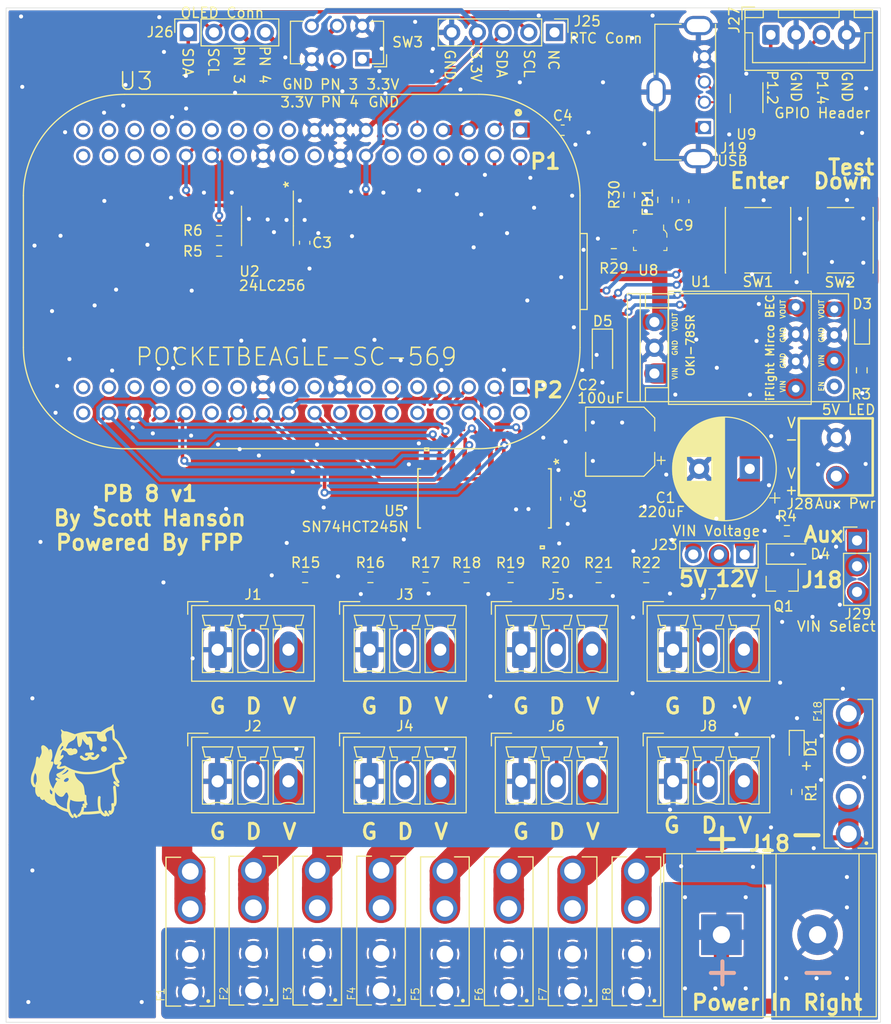
<source format=kicad_pcb>
(kicad_pcb (version 20211014) (generator pcbnew)
  (title_block (title "PB 8") (date "2022-06-05") (rev "v1") (company "Scott Hanson"))
  (layers (0 "F.Cu" signal) (31 "B.Cu" signal) (34 "B.Paste" user) (35 "F.Paste" user) (36 "B.SilkS" user "B.Silkscreen") (37 "F.SilkS" user "F.Silkscreen") (38 "B.Mask" user) (39 "F.Mask" user) (44 "Edge.Cuts" user))
  (net 0 "")
  (net 1 "GND")
  (net 2 "+5V")
  (net 3 "/VIN")
  (net 4 "VIN2")
  (net 5 "/Output 1-8/DOUT8")
  (net 6 "USB_D+")
  (net 7 "USB_D-")
  (net 8 "V_USB")
  (net 9 "DATA14")
  (net 10 "DATA12")
  (net 11 "DATA15")
  (net 12 "DATA13")
  (net 13 "DATA11")
  (net 14 "Net-(D3-Pad1)")
  (net 15 "DATA10")
  (net 16 "DATA9")
  (net 17 "DATA1")
  (net 18 "DATA2")
  (net 19 "Net-(D4-Pad2)")
  (net 20 "DATA3")
  (net 21 "DATA4")
  (net 22 "DATA5")
  (net 23 "DATA6")
  (net 24 "DATA7")
  (net 25 "DATA8")
  (net 26 "DATA16")
  (net 28 "TXD1")
  (net 29 "TXD2")
  (net 30 "+3V3")
  (net 31 "I2C_SDA")
  (net 32 "I2C_SCL")
  (net 33 "OUT32")
  (net 34 "OUT24")
  (net 35 "OUT31")
  (net 36 "OUT23")
  (net 37 "OUT30")
  (net 38 "OUT22")
  (net 39 "OUT21")
  (net 40 "OUT20")
  (net 41 "OUT27")
  (net 42 "OUT19")
  (net 43 "OUT26")
  (net 44 "OUT18")
  (net 45 "OUT25")
  (net 46 "OUT17")
  (net 47 "OUT29")
  (net 48 "OUT28")
  (net 49 "GPIO2")
  (net 50 "GPIO1")
  (net 51 "/OLED_Pin_4")
  (net 52 "/OLED_Pin_3")
  (net 53 "/VIN_Fuse")
  (net 54 "USB_DVBUS")
  (net 55 "/USB/V_USB_FB")
  (net 56 "BTN1")
  (net 57 "BTN2")
  (net 58 "Net-(R15-Pad1)")
  (net 59 "Net-(R16-Pad1)")
  (net 60 "Net-(R17-Pad1)")
  (net 61 "Net-(C1-Pad1)")
  (net 62 "VCC")
  (net 63 "OUT36")
  (net 64 "OUT35")
  (net 65 "OUT34")
  (net 66 "OUT33")
  (net 69 "Net-(R18-Pad1)")
  (net 70 "Net-(R19-Pad1)")
  (net 71 "Net-(R20-Pad1)")
  (net 72 "Net-(R21-Pad1)")
  (net 73 "Net-(R22-Pad1)")
  (net 74 "Net-(R30-Pad2)")
  (net 90 "Net-(D1-Pad2)")
  (net 91 "/Output 1-8/VOUT1")
  (net 92 "/Output 1-8/VOUT2")
  (net 93 "/Output 1-8/VOUT3")
  (net 94 "/Output 1-8/VOUT4")
  (net 95 "/Output 1-8/VOUT5")
  (net 96 "/Output 1-8/VOUT6")
  (net 97 "/Output 1-8/VOUT7")
  (net 98 "/Output 1-8/VOUT8")
  (net 99 "/Output 1-8/DOUT1")
  (net 100 "/Output 1-8/DOUT2")
  (net 101 "/Output 1-8/DOUT3")
  (net 102 "/Output 1-8/DOUT4")
  (net 103 "/Output 1-8/DOUT5")
  (net 104 "/Output 1-8/DOUT6")
  (net 105 "/Output 1-8/DOUT7")
  (footprint "Connector_PinHeader_2.54mm:PinHeader_1x03_P2.54mm_Vertical" (layer "F.Cu") (at 201.1788 107.2026 -90)
    (fp_text reference "J23")
    (fp_text value "VIN Voltage")
  )
  (footprint "Scotts:FUSE_3544-2" (layer "F.Cu") (at 211.426 128.8526 90)
    (fp_text reference "F18")
    (fp_text value "3544-2")
  )
  (footprint "Connector_PinHeader_2.54mm:PinHeader_1x03_P2.54mm_Vertical" (layer "F.Cu") (at 212.2788 105.813)
    (fp_text reference "J29")
    (fp_text value "VIN Select")
  )
  (footprint "Connector_USB:USB_A_Molex_105057_Vertical" (layer "F.Cu") (at 197.2026 65.0207 90)
    (fp_text reference "J19")
    (fp_text value "USB")
  )
  (footprint "Resistor_SMD:R_0603_1608Metric_Pad0.98x0.95mm_HandSolder" (layer "F.Cu") (at 188.2488 77.5026 180)
    (fp_text reference "R29")
    (fp_text value "10K")
  )
  (footprint "Inductor_SMD:L_0805_2012Metric_Pad1.15x1.40mm_HandSolder" (layer "F.Cu") (at 193.3026 72.1707 -90)
    (fp_text reference "FB1")
    (fp_text value "150 OHM")
  )
  (footprint "Resistor_SMD:R_0603_1608Metric_Pad0.98x0.95mm_HandSolder" (layer "F.Cu") (at 189.7598 71.6703 -90)
    (fp_text reference "R30")
    (fp_text value "10K")
  )
  (footprint "Capacitor_SMD:C_0603_1608Metric_Pad1.08x0.95mm_HandSolder" (layer "F.Cu") (at 195.1488 72.3026 90)
    (fp_text reference "C9")
    (fp_text value "0.1uF")
  )
  (footprint "digikey-footprints:SOT-753" (layer "F.Cu") (at 191.8426 76.1661 180)
    (fp_text reference "U8")
    (fp_text value "TPS2051BDBVR")
  )
  (footprint "Capacitor_SMD:C_0603_1608Metric_Pad1.08x0.95mm_HandSolder" (layer "F.Cu") (at 157.6988 76.4026 90)
    (fp_text reference "C3")
    (fp_text value "0.1uF")
  )
  (footprint "Resistor_SMD:R_0603_1608Metric_Pad0.98x0.95mm_HandSolder" (layer "F.Cu") (at 149.2488 75.2026 180)
    (fp_text reference "R6")
    (fp_text value "4.7K")
  )
  (footprint "Package_SO:SOIC-8_3.9x4.9mm_P1.27mm" (layer "F.Cu") (at 154.021 74.7391 -90)
    (fp_text reference "U2")
    (fp_text value "24LC256")
  )
  (footprint "Resistor_SMD:R_0603_1608Metric_Pad0.98x0.95mm_HandSolder" (layer "F.Cu") (at 149.2488 77.2026 180)
    (fp_text reference "R5")
    (fp_text value "4.7K")
  )
  (footprint "Capacitor_SMD:CP_Elec_6.3x5.4_Nichicon" (layer "F.Cu") (at 188.8788 96.0526 180)
    (fp_text reference "C2")
    (fp_text value "100uF")
  )
  (footprint "Capacitor_THT:CP_Radial_D10.0mm_P5.00mm" (layer "F.Cu") (at 201.6788 98.7358 180)
    (fp_text reference "C1")
    (fp_text value "220uF")
  )
  (footprint "LED_SMD:LED_0603_1608Metric_Pad1.05x0.95mm_HandSolder" (layer "F.Cu") (at 212.7738 84.7526 90)
    (fp_text reference "D3")
    (fp_text value "5V LED")
  )
  (footprint "Resistor_SMD:R_0603_1608Metric_Pad0.98x0.95mm_HandSolder" (layer "F.Cu") (at 212.7488 89.0026 90)
    (fp_text reference "R3")
    (fp_text value "120")
  )
  (footprint "Scotts:Universal_5V_Horizontal" (layer "F.Cu") (at 192.2568 89.3176 90)
    (fp_text reference "U1")
    (fp_text value "OKI-78SR-5")
  )
  (footprint "Diode_SMD:D_SOD-123" (layer "F.Cu") (at 187.1238 87.1776 -90)
    (fp_text reference "D5")
    (fp_text value "Zener 5.1V")
  )
  (footprint "Capacitor_SMD:C_0603_1608Metric_Pad1.08x0.95mm_HandSolder" (layer "F.Cu") (at 183.1988 65.2848)
    (fp_text reference "C4")
    (fp_text value "0.1uF")
  )
  (footprint "POCKETBEAGLE:BEAGLE_POCKETBEAGLE-SC-569" (layer "F.Cu") (at 157.4104 79.2446 -90)
    (fp_text reference "U3")
    (fp_text value "POCKETBEAGLE-SC-569")
  )
  (footprint "SN74HCT245NSR:SN74HCT245NSR" (layer "F.Cu") (at 175.4698 101.6525 -90)
    (fp_text reference "U5")
    (fp_text value "SN74HCT245N")
  )
  (footprint "Connector_PinHeader_2.54mm:PinHeader_1x05_P2.54mm_Vertical" (layer "F.Cu") (at 182.3877 55.6258 -90)
    (fp_text reference "J25")
    (fp_text value "RTC Conn")
  )
  (footprint "Connector_PinSocket_2.54mm:PinSocket_1x04_P2.54mm_Vertical" (layer "F.Cu") (at 146.1977 55.6258 90)
    (fp_text reference "J26")
    (fp_text value "OLED Conn")
  )
  (footprint "Button_Switch_THT:SW_CuK_JS202011CQN_DPDT_Straight" (layer "F.Cu") (at 163.3988 58.2726 180)
    (fp_text reference "SW3")
    (fp_text value "OLED Select")
  )
  (footprint "Capacitor_SMD:C_0603_1608Metric_Pad1.08x0.95mm_HandSolder" (layer "F.Cu") (at 183.4988 101.6901 -90)
    (fp_text reference "C6")
    (fp_text value "0.1uF")
  )
  (footprint "Diode_SMD:D_SOD-123" (layer "F.Cu") (at 205.5788 107.1526)
    (fp_text reference "D4")
    (fp_text value "Zener 10V")
  )
  (footprint "Package_TO_SOT_SMD:SOT-23" (layer "F.Cu") (at 204.8788 110.0526 -90)
    (fp_text reference "Q1")
    (fp_text value "DMP3056L")
  )
  (footprint "Resistor_SMD:R_0603_1608Metric_Pad0.98x0.95mm_HandSolder" (layer "F.Cu") (at 205.3488 104.8526)
    (fp_text reference "R4")
    (fp_text value "100K")
  )
  (footprint "Barrier_Blocks:BARRIER_BLOCK_1ROW_2POS_P9.5MM" (layer "F.Cu") (at 193.1788 152.8526)
    (fp_text reference "J18")
    (fp_text value "Power In Right")
  )
  (footprint "MKDS1_2-3.81:PHOENIX_MKDS1_2-3.81" (layer "F.Cu") (at 210.1788 97.5526 90)
    (fp_text reference "J28")
    (fp_text value "Aux Pwr")
  )
  (footprint "Package_TO_SOT_SMD:SOT-23-6_Handsoldering" (layer "F.Cu") (at 201.3688 62.6426 -90)
    (fp_text reference "U9")
    (fp_text value "TPD4S009DBVR")
  )
  (footprint "Connector_JST:JST_XH_B4B-XH-A_1x04_P2.50mm_Vertical" (layer "F.Cu") (at 203.7603 55.8614)
    (fp_text reference "J27")
    (fp_text value "GPIO Header")
  )
  (footprint "Button_Switch_SMD:SW_Push_1P1T_NO_6x6mm_H9.5mm" (layer "F.Cu") (at 202.4988 76.1576 90)
    (fp_text reference "SW1")
    (fp_text value "Enter BTN")
  )
  (footprint "Button_Switch_SMD:SW_Push_1P1T_NO_6x6mm_H9.5mm" (layer "F.Cu") (at 210.6488 76.1576 90)
    (fp_text reference "SW2")
    (fp_text value "Down BTN")
  )
  (footprint "Resistor_SMD:R_0603_1608Metric_Pad0.98x0.95mm_HandSolder" (layer "F.Cu") (at 191.4488 109.4526)
    (fp_text reference "R22")
    (fp_text value "33")
  )
  (footprint "Scotts:FUSE_3544-2" (layer "F.Cu") (at 184.1721 144.4136 90)
    (fp_text reference "F7")
    (fp_text value "3544-2")
  )
  (footprint "Resistor_SMD:R_0603_1608Metric_Pad0.98x0.95mm_HandSolder" (layer "F.Cu") (at 157.7488 109.4526 180)
    (fp_text reference "R15")
    (fp_text value "33")
  )
  (footprint "Connector_Phoenix_MC:PhoenixContact_MCV_1,5_3-G-3.5_1x03_P3.50mm_Vertical" (layer "F.Cu") (at 179.1 129.6)
    (fp_text reference "J6")
    (fp_text value "String6")
  )
  (footprint "Connector_Phoenix_MC:PhoenixContact_MCV_1,5_3-G-3.5_1x03_P3.50mm_Vertical" (layer "F.Cu") (at 194.1 116.6)
    (fp_text reference "J7")
    (fp_text value "String7")
  )
  (footprint "Connector_Phoenix_MC:PhoenixContact_MCV_1,5_3-G-3.5_1x03_P3.50mm_Vertical" (layer "F.Cu") (at 164.1 116.6)
    (fp_text reference "J3")
    (fp_text value "String3")
  )
  (footprint "Scotts:FUSE_3544-2" (layer "F.Cu") (at 165.2521 144.3448 90)
    (fp_text reference "F4")
    (fp_text value "3544-2")
  )
  (footprint "Connector_Phoenix_MC:PhoenixContact_MCV_1,5_3-G-3.5_1x03_P3.50mm_Vertical" (layer "F.Cu") (at 149.1 129.6)
    (fp_text reference "J2")
    (fp_text value "String2")
  )
  (footprint "Resistor_SMD:R_0603_1608Metric_Pad0.98x0.95mm_HandSolder" (layer "F.Cu") (at 182.4988 109.4526)
    (fp_text reference "R20")
    (fp_text value "33")
  )
  (footprint "Resistor_SMD:R_0603_1608Metric_Pad0.98x0.95mm_HandSolder" (layer "F.Cu") (at 164.1988 109.4526 180)
    (fp_text reference "R16")
    (fp_text value "33")
  )
  (footprint "Resistor_SMD:R_0603_1608Metric_Pad0.98x0.95mm_HandSolder" (layer "F.Cu") (at 169.6488 109.4526 180)
    (fp_text reference "R17")
    (fp_text value "33")
  )
  (footprint "Connector_Phoenix_MC:PhoenixContact_MCV_1,5_3-G-3.5_1x03_P3.50mm_Vertical" (layer "F.Cu") (at 164.1 129.6)
    (fp_text reference "J4")
    (fp_text value "String4")
  )
  (footprint "Resistor_SMD:R_0603_1608Metric_Pad0.98x0.95mm_HandSolder" (layer "F.Cu") (at 178.0488 109.4526)
    (fp_text reference "R19")
    (fp_text value "33")
  )
  (footprint "Scotts:FUSE_3544-2" (layer "F.Cu") (at 171.5588 144.4136 90)
    (fp_text reference "F5")
    (fp_text value "3544-2")
  )
  (footprint "Connector_Phoenix_MC:PhoenixContact_MCV_1,5_3-G-3.5_1x03_P3.50mm_Vertical" (layer "F.Cu") (at 149.1 116.6)
    (fp_text reference "J1")
    (fp_text value "String1")
  )
  (footprint "Scotts:FUSE_3544-2" (layer "F.Cu") (at 190.4788 144.4136 90)
    (fp_text reference "F8")
    (fp_text value "3544-2")
  )
  (footprint "LED_SMD:LED_0603_1608Metric_Pad1.05x0.95mm_HandSolder" (layer "F.Cu") (at 206.3206 126.2346 -90)
    (fp_text reference "D1")
    (fp_text value "VIN2 LED")
  )
  (footprint "Scotts:FUSE_3544-2" (layer "F.Cu") (at 177.8655 144.4136 90)
    (fp_text reference "F6")
    (fp_text value "3544-2")
  )
  (footprint "Scotts:FUSE_3544-2" (layer "F.Cu") (at 158.9455 144.3486 90)
    (fp_text reference "F3")
    (fp_text value "3544-2")
  )
  (footprint "Connector_Phoenix_MC:PhoenixContact_MCV_1,5_3-G-3.5_1x03_P3.50mm_Vertical" (layer "F.Cu") (at 179.1 116.6)
    (fp_text reference "J5")
    (fp_text value "String5")
  )
  (footprint "Scotts:chewi_15" (layer "F.Cu") (at 135.190095 127.448842)
    (fp_text reference "G***")
    (fp_text value "LOGO" hide)
  )
  (footprint "Scotts:FUSE_3544-2" (layer "F.Cu") (at 152.6388 144.3486 90)
    (fp_text reference "F2")
    (fp_text value "3544-2")
  )
  (footprint "Resistor_SMD:R_0603_1608Metric_Pad0.98x0.95mm_HandSolder" (layer "F.Cu") (at 186.7488 109.4526)
    (fp_text reference "R21")
    (fp_text value "33")
  )
  (footprint "Resistor_SMD:R_0603_1608Metric_Pad0.98x0.95mm_HandSolder" (layer "F.Cu") (at 173.6988 109.4526)
    (fp_text reference "R18")
    (fp_text value "33")
  )
  (footprint "Connector_Phoenix_MC:PhoenixContact_MCV_1,5_3-G-3.5_1x03_P3.50mm_Vertical" (layer "F.Cu") (at 194.1 129.6)
    (fp_text reference "J8")
    (fp_text value "String8")
  )
  (footprint "Scotts:FUSE_3544-2" (layer "F.Cu") (at 146.3988 144.4526 90)
    (fp_text reference "F1")
    (fp_text value "3544-2")
  )
  (footprint "Resistor_SMD:R_0603_1608Metric_Pad0.98x0.95mm_HandSolder" (layer "F.Cu") (at 206.3206 130.6542 -90)
    (fp_text reference "R1")
    (fp_text value "1K")
  )
  (gr_rect (start 214.5988 153.4026) (end 128.1988 53.2026) (layer "Edge.Cuts") (width 0.05) (fill none))
  (gr_text "-" (at 208.4288 148.3026) (layer "B.SilkS") (effects (font (size 3 3) (thickness 0.4))))
  (gr_text "+" (at 198.9788 148.3026) (layer "B.SilkS") (effects (font (size 3 3) (thickness 0.4)) (justify mirror)))
  (gr_text "V" (at 171.196 134.574) (layer "F.SilkS") (effects (font (size 1.5 1.5) (thickness 0.3))))
  (gr_text "D" (at 167.64 134.574) (layer "F.SilkS") (effects (font (size 1.5 1.5) (thickness 0.3))))
  (gr_text "V" (at 186.182 134.574) (layer "F.SilkS") (effects (font (size 1.5 1.5) (thickness 0.3))))
  (gr_text "G" (at 179.07 134.574) (layer "F.SilkS") (effects (font (size 1.5 1.5) (thickness 0.3))))
  (gr_text "V" (at 201.2288 133.9526) (layer "F.SilkS") (effects (font (size 1.5 1.5) (thickness 0.3))))
  (gr_text "D" (at 197.6788 133.9526) (layer "F.SilkS") (effects (font (size 1.5 1.5) (thickness 0.3))))
  (gr_text "G" (at 193.9788 133.9526) (layer "F.SilkS") (effects (font (size 1.5 1.5) (thickness 0.3))))
  (gr_text "D" (at 182.626 134.574) (layer "F.SilkS") (effects (font (size 1.5 1.5) (thickness 0.3))))
  (gr_text "V" (at 156.21 134.574) (layer "F.SilkS") (effects (font (size 1.5 1.5) (thickness 0.3))))
  (gr_text "G" (at 149.098 134.574) (layer "F.SilkS") (effects (font (size 1.5 1.5) (thickness 0.3))))
  (gr_text "D" (at 152.654 134.574) (layer "F.SilkS") (effects (font (size 1.5 1.5) (thickness 0.3))))
  (gr_text "G" (at 164.084 134.574) (layer "F.SilkS") (effects (font (size 1.5 1.5) (thickness 0.3))))
  (gr_text "12V" (at 200.3988 109.6026) (layer "F.SilkS") (effects (font (size 1.5 1.5) (thickness 0.3))))
  (gr_text "5V" (at 196.0808 109.6026) (layer "F.SilkS") (effects (font (size 1.5 1.5) (thickness 0.3))))
  (gr_text "${TITLE} ${REVISION}\nBy ${COMPANY}\nPowered By FPP" (at 142.3988 103.6026) (layer "F.SilkS") (effects (font (size 1.5 1.5) (thickness 0.3))))
  (gr_text "P1.4" (at 208.84028 61.09376 270) (layer "F.SilkS") (effects (font (size 1 1))))
  (gr_text "GND" (at 206.24948 60.99216 270) (layer "F.SilkS") (effects (font (size 1 1))))
  (gr_text "GND" (at 211.27868 60.99216 270) (layer "F.SilkS") (effects (font (size 1 1))))
  (gr_text "3.3V" (at 156.9238 62.5276) (layer "F.SilkS") (effects (font (size 1 1))))
  (gr_text "GND" (at 165.52312 62.5026) (layer "F.SilkS") (effects (font (size 1 1))))
  (gr_text "GND" (at 157.0192 60.73816) (layer "F.SilkS") (effects (font (size 1 1))))
  (gr_text "PN 3" (at 161.11208 60.76216) (layer "F.SilkS") (effects (font (size 1 1))))
  (gr_text "J18" (at 208.8088 109.7126) (layer "F.SilkS") (effects (font (size 1.5 1.5) (thickness 0.3))))
  (gr_text "Down" (at 210.8988 70.3176) (layer "F.SilkS") (effects (font (size 1.5 1.5) (thickness 0.3))))
  (gr_text "PN 3" (at 151.20768 58.83824 270) (layer "F.SilkS") (effects (font (size 1 1))))
  (gr_text "NC" (at 182.28768 58.34084 270) (layer "F.SilkS") (effects (font (size 1 1))))
  (gr_text "SDA" (at 146.14768 58.546793 270) (layer "F.SilkS") (effects (font (size 1 1))))
  (gr_text "SDA" (at 177.16768 58.721793 270) (layer "F.SilkS") (effects (font (size 1 1))))
  (gr_text "SCL" (at 148.67768 58.522983 270) (layer "F.SilkS") (effects (font (size 1 1))))
  (gr_text "PN 4" (at 153.74768 58.83824 270) (layer "F.SilkS") (effects (font (size 1 1))))
  (gr_text "GND" (at 172.04768 58.84084 270) (layer "F.SilkS") (effects (font (size 1 1))))
  (gr_text "3.3V" (at 174.62768 58.936078 270) (layer "F.SilkS") (effects (font (size 1 1))))
  (gr_text "SCL" (at 179.87768 58.697983 270) (layer "F.SilkS") (effects (font (size 1 1))))
  (gr_text "P2" (at 181.72324 90.94892) (layer "F.SilkS") (effects (font (size 1.5 1.5) (thickness 0.3))))
  (gr_text "+" (at 198.9488 135.0826) (layer "F.SilkS") (effects (font (size 3 3) (thickness 0.4))))
  (gr_text "G" (at 164.084 122.174) (layer "F.SilkS") (effects (font (size 1.5 1.5) (thickness 0.3))))
  (gr_text "P1.2" (at 203.9088 61.0726 270) (layer "F.SilkS") (effects (font (size 1 1))))
  (gr_text "+" (at 207.2788 128.0026) (layer "F.SilkS") (effects (font (size 1 1))))
  (gr_text "Aux" (at 208.9688 105.2226) (layer "F.SilkS") (effects (font (size 1.5 1.5) (thickness 0.3))))
  (gr_text "G" (at 179.07 122.174) (layer "F.SilkS") (effects (font (size 1.5 1.5) (thickness 0.3))))
  (gr_text "V" (at 156.21 122.174) (layer "F.SilkS") (effects (font (size 1.5 1.5) (thickness 0.3))))
  (gr_text "PN 4" (at 161.1738 62.5026) (layer "F.SilkS") (effects (font (size 1 1))))
  (gr_text "V\n-" (at 205.7988 95.0026) (layer "F.SilkS") (effects (font (size 1 1))))
  (gr_text "-" (at 207.3288 134.7026) (layer "F.SilkS") (effects (font (size 3 3) (thickness 0.4))))
  (gr_text "G" (at 149.098 122.174) (layer "F.SilkS") (effects (font (size 1.5 1.5) (thickness 0.3))))
  (gr_text "V" (at 171.196 122.174) (layer "F.SilkS") (effects (font (size 1.5 1.5) (thickness 0.3))))
  (gr_text "Enter" (at 202.6688 70.2776) (layer "F.SilkS") (effects (font (size 1.5 1.5) (thickness 0.3))))
  (gr_text "D" (at 197.612 122.174) (layer "F.SilkS") (effects (font (size 1.5 1.5) (thickness 0.3))))
  (gr_text "Test" (at 211.6988 68.9426) (layer "F.SilkS") (effects (font (size 1.5 1.5) (thickness 0.3))))
  (gr_text "3.3V" (at 165.43008 60.76216) (layer "F.SilkS") (effects (font (size 1 1))))
  (gr_text "D" (at 167.64 122.174) (layer "F.SilkS") (effects (font (size 1.5 1.5) (thickness 0.3))))
  (gr_text "P1" (at 181.48448 68.37848) (layer "F.SilkS") (effects (font (size 1.5 1.5) (thickness 0.3))))
  (gr_text "V\n+" (at 205.7988 100.0026) (layer "F.SilkS") (effects (font (size 1 1))))
  (gr_text "G" (at 194.056 122.174) (layer "F.SilkS") (effects (font (size 1.5 1.5) (thickness 0.3))))
  (gr_text "D" (at 182.626 122.174) (layer "F.SilkS") (effects (font (size 1.5 1.5) (thickness 0.3))))
  (gr_text "D" (at 152.654 122.174) (layer "F.SilkS") (effects (font (size 1.5 1.5) (thickness 0.3))))
  (gr_text "V" (at 186.182 122.174) (layer "F.SilkS") (effects (font (size 1.5 1.5) (thickness 0.3))))
  (gr_text "V" (at 201.168 122.174) (layer "F.SilkS") (effects (font (size 1.5 1.5) (thickness 0.3))))
  (segment (start 206.068 80.2926) (end 206.048 80.2733) (width 1.2998) (layer "F.Cu") (net 1))
  (segment (start 212.889 74.0026) (end 212.889 72.1928) (width 3) (layer "F.Cu") (net 1))
  (segment (start 205.908 80.1326) (end 204.749 80.1326) (width 1.2998) (layer "F.Cu") (net 1))
  (segment (start 201.339 59.7026) (end 201.369 59.7324) (width 0.6498) (layer "F.Cu") (net 1))
  (segment (start 206.346 123.364) (end 206.321 123.389) (width 3) (layer "F.Cu") (net 1))
  (segment (start 187.074 88.8778) (end 187.124 88.8276) (width 0.8998) (layer "F.Cu") (net 1))
  (segment (start 201.369 59.7324) (end 201.369 61.2926) (width 0.6498) (layer "F.Cu") (net 1))
  (segment (start 154.667 75.3533) (end 154.656 75.3643) (width 0.601) (layer "F.Cu") (net 1))
  (segment (start 212.889 72.1928) (end 212.899 72.1826) (width 1.2998) (layer "F.Cu") (net 1))
  (segment (start 212.749 91.2024) (end 212.749 90.279) (width 3) (layer "F.Cu") (net 1))
  (segment (start 191.403 73.2707) (end 191.843 73.7103) (width 0.5998) (layer "F.Cu") (net 1))
  (segment (start 212.899 78.3776) (end 212.889 78.3776) (width 1.2998) (layer "F.Cu") (net 1))
  (segment (start 212.889 78.3776) (end 212.889 80.1224) (width 3) (layer "F.Cu") (net 1))
  (segment (start 179.915 102.811) (end 179.915 105.031) (width 0.5586) (layer "F.Cu") (net 1))
  (segment (start 212.799 91.2526) (end 212.749 91.2024) (width 3) (layer "F.Cu") (net 1))
  (segment (start 183.694 104.172) (end 183.694 103.25) (width 3) (layer "F.Cu") (net 1))
  (segment (start 191.843 73.7103) (end 191.843 74.8161) (width 0.5998) (layer "F.Cu") (net 1))
  (segment (start 187.074 90.2026) (end 187.074 88.8778) (width 3) (layer "F.Cu") (net 1))
  (segment (start 183.694 102.748) (end 183.499 102.553) (width 0.9516) (layer "F.Cu") (net 1))
  (segment (start 212.749 90.279) (end 212.749 89.9151) (width 0.9516) (layer "F.Cu") (net 1))
  (segment (start 206.321 123.389) (end 206.321 124.883) (width 3) (layer "F.Cu") (net 1))
  (segment (start 169.755 96.7152) (end 169.755 98.2743) (width 0.5586) (layer "F.Cu") (net 1))
  (segment (start 187.124 90.2026) (end 187.074 90.2026) (width 0.8998) (layer "F.Cu") (net 1))
  (segment (start 206.048 80.2733) (end 205.908 80.1326) (width 3) (layer "F.Cu") (net 1))
  (segment (start 204.799 70.4976) (end 204.749 70.5478) (width 3) (layer "F.Cu") (net 1))
  (segment (start 204.749 70.5478) (end 204.749 72.1826) (width 3) (layer "F.Cu") (net 1))
  (segment (start 186.179 94.1526) (end 186.179 96.0526) (width 3) (layer "F.Cu") (net 1))
  (segment (start 154.656 75.3643) (end 154.656 77.2141) (width 0.601) (layer "F.Cu") (net 1))
  (segment (start 179.813 102.709) (end 179.915 102.811) (width 0.5586) (layer "F.Cu") (net 1))
  (segment (start 206.309 80.2926) (end 206.068 80.2926) (width 1.2998) (layer "F.Cu") (net 1))
  (segment (start 212.889 80.1224) (end 212.899 80.1326) (width 1.2998) (layer "F.Cu") (net 1))
  (segment (start 168.983 96.222) (end 168.602 96.6034) (width 0.5586) (layer "F.Cu") (net 1))
  (segment (start 206.321 124.883) (end 206.321 125.36) (width 0.9516) (layer "F.Cu") (net 1))
  (segment (start 168.602 96.7152) (end 169.755 96.7152) (width 0.5586) (layer "F.Cu") (net 1))
  (segment (start 183.694 103.25) (end 183.694 102.748) (width 0.9516) (layer "F.Cu") (net 1))
  (via (at 203.979 125.153) (size 0.8) (drill 0.4) (layers "F.Cu" "B.Cu") (net 1))
  (via (at 200.199 122.203) (size 0.8) (drill 0.4) (layers "F.Cu" "B.Cu") (net 1))
  (via (at 165.479 71.4526) (size 0.8) (drill 0.4) (layers "F.Cu" "B.Cu") (net 1))
  (via (at 167.999 98.2895) (size 0.8) (drill 0.4) (layers "F.Cu" "B.Cu") (net 1))
  (via (at 200.379 124.953) (size 0.8) (drill 0.4) (layers "F.Cu" "B.Cu") (net 1))
  (via (at 175.149 73.6026) (size 0.8) (drill 0.4) (layers "F.Cu" "B.Cu") (net 1))
  (via (at 144.599 63.9826) (size 0.8) (drill 0.4) (layers "F.Cu" "B.Cu") (net 1))
  (via (at 156.529 99.0326) (size 0.8) (drill 0.4) (layers "F.Cu" "B.Cu") (net 1))
  (via (at 129.679 54.0526) (size 0.8) (drill 0.4) (layers "F.Cu" "B.Cu") (net 1))
  (via (at 157.699 74.1526) (size 0.8) (drill 0.4) (layers "F.Cu" "B.Cu") (net 1))
  (via (at 186.676 75.9934) (size 0.8) (drill 0.4) (layers "F.Cu" "B.Cu") (net 1))
  (via (at 153.179 97.4226) (size 0.8) (drill 0.4) (layers "F.Cu" "B.Cu") (net 1))
  (via (at 212.779 65.5526) (size 0.8) (drill 0.4) (layers "F.Cu" "B.Cu") (net 1))
  (via (at 162.279 71.3526) (size 0.8) (drill 0.4) (layers "F.Cu" "B.Cu") (net 1))
  (via (at 192.076 53.9614) (size 0.8) (drill 0.4) (layers "F.Cu" "B.Cu") (net 1))
  (via (at 167.499 105.703) (size 0.8) (drill 0.4) (layers "F.Cu" "B.Cu") (net 1))
  (via (at 137.879 63.5526) (size 0.8) (drill 0.4) (layers "F.Cu" "B.Cu") (net 1))
  (via (at 190.179 106.853) (size 0.8) (drill 0.4) (layers "F.Cu" "B.Cu") (net 1))
  (via (at 129.799 61.0026) (size 0.8) (drill 0.4) (layers "F.Cu" "B.Cu") (net 1))
  (via (at 187.179 60.5526) (size 0.8) (drill 0.4) (layers "F.Cu" "B.Cu") (net 1))
  (via (at 204.799 70.4976) (size 0.8) (drill 0.4) (layers "F.Cu" "B.Cu") (net 1))
  (via (at 208.449 70.4776) (size 0.8) (drill 0.4) (layers "F.Cu" "B.Cu") (net 1))
  (via (at 185.124 88.9776) (size 1) (drill 0.4) (layers "F.Cu" "B.Cu") (net 1))
  (via (at 207.879 113.353) (size 0.8) (drill 0.4) (layers "F.Cu" "B.Cu") (net 1))
  (via (at 134.029 65.4826) (size 0.8) (drill 0.4) (layers "F.Cu" "B.Cu") (net 1))
  (via (at 155.929 106.053) (size 0.8) (drill 0.4) (layers "F.Cu" "B.Cu") (net 1))
  (via (at 171.679 126.403) (size 0.8) (drill 0.4) (layers "F.Cu" "B.Cu") (net 1))
  (via (at 161.429 61.4392) (size 0.8) (drill 0.4) (layers "F.Cu" "B.Cu") (net 1))
  (via (at 130.7988 121.4026) (size 0.8) (drill 0.4) (layers "F.Cu" "B.Cu") (net 1))
  (via (at 156.879 126.403) (size 0.8) (drill 0.4) (layers "F.Cu" "B.Cu") (net 1))
  (via (at 193.799 132.403) (size 0.8) (drill 0.4) (layers "F.Cu" "B.Cu") (net 1))
  (via (at 155.789 58.0926) (size 0.8) (drill 0.4) (layers "F.Cu" "B.Cu") (net 1))
  (via (at 213.179 61.1526) (size 0.8) (drill 0.4) (layers "F.Cu" "B.Cu") (net 1))
  (via (at 170.279 59.4526) (size 0.8) (drill 0.4) (layers "F.Cu" "B.Cu") (net 1))
  (via (at 185.752 65.5134) (size 0.8) (drill 0.4) (layers "F.Cu" "B.Cu") (net 1))
  (via (at 203.049 72.1976) (size 0.8) (drill 0.4) (layers "F.Cu" "B.Cu") (net 1))
  (via (at 203.579 100.353) (size 0.8) (drill 0.4) (layers "F.Cu" "B.Cu") (net 1))
  (via (at 202.579 82.4526) (size 0.8) (drill 0.4) (layers "F.Cu" "B.Cu") (net 1))
  (via (at 168.983 96.222) (size 0.8) (drill 0.4) (layers "F.Cu" "B.Cu") (net 1))
  (via (at 133.245 90.5526) (size 0.8) (drill 0.4) (layers "F.Cu" "B.Cu") (net 1))
  (via (at 207.999 136.203) (size 0.8) (drill 0.4) (layers "F.Cu" "B.Cu") (net 1))
  (via (at 184.299 84.7526) (size 0.8) (drill 0.4) (layers "F.Cu" "B.Cu") (net 1))
  (via (at 165.679 61.6526) (size 0.8) (drill 0.4) (layers "F.Cu" "B.Cu") (net 1))
  (via (at 201.909 79.5126) (size 0.8) (drill 0.4) (layers "F.Cu" "B.Cu") (net 1))
  (via (at 133.579 75.7126) (size 0.8) (drill 0.4) (layers "F.Cu" "B.Cu") (net 1))
  (via (at 181.279 95.6526) (size 0.8) (drill 0.4) (layers "F.Cu" "B.Cu") (net 1))
  (via (at 141.5988 151.4026) (size 0.8) (drill 0.4) (layers "F.Cu" "B.Cu") (net 1))
  (via (at 183.694 104.172) (size 0.8) (drill 0.4) (layers "F.Cu" "B.Cu") (net 1))
  (via (at 186.549 87.4776) (size 1) (drill 0.4) (layers "F.Cu" "B.Cu") (net 1))
  (via (at 177.699 75.4526) (size 0.8) (drill 0.4) (layers "F.Cu" "B.Cu") (net 1))
  (via (at 211.289 72.1776) (size 0.8) (drill 0.4) (layers "F.Cu" "B.Cu") (net 1))
  (via (at 193.429 99.3026) (size 0.8) (drill 0.4) (layers "F.Cu" "B.Cu") (net 1))
  (via (at 159.049 75.4526) (size 0.8) (drill 0.4) (layers "F.Cu" "B.Cu") (net 1))
  (via (at 164.599 85.9926) (size 0.8) (drill 0.4) (layers "F.Cu" "B.Cu") (net 1))
  (via (at 180.001 69.9888) (size 0.8) (drill 0.4) (layers "F.Cu" "B.Cu") (net 1))
  (via (at 189.069 94.1626) (size 0.8) (drill 0.4) (layers "F.Cu" "B.Cu") (net 1))
  (via (at 180.369 72.9426) (size 0.8) (drill 0.4) (layers "F.Cu" "B.Cu") (net 1))
  (via (at 178.589 102.74) (size 0.8) (drill 0.4) (layers "F.Cu" "B.Cu") (net 1))
  (via (at 170.379 57.2526) (size 0.8) (drill 0.4) (layers "F.Cu" "B.Cu") (net 1))
  (via (at 149.139 96.3226) (size 0.8) (drill 0.4) (layers "F.Cu" "B.Cu") (net 1))
  (via (at 203.149 104.853) (size 0.8) (drill 0.4) (layers "F.Cu" "B.Cu") (net 1))
  (via (at 205.279 149.053) (size 0.8) (drill 0.4) (layers "F.Cu" "B.Cu") (net 1))
  (via (at 194.899 137.983) (size 0.8) (drill 0.4) (layers "F.Cu" "B.Cu") (net 1))
  (via (at 211.279 142.053) (size 0.8) (drill 0.4) (layers "F.Cu" "B.Cu") (net 1))
  (via (at 190.065 56.1814) (size 0.8) (drill 0.4) (layers "F.Cu" "B.Cu") (net 1))
  (via (at 184.319 56.1458) (size 0.8) (drill 0.4) (layers "F.Cu" "B.Cu") (net 1))
  (via (at 201.699 91.4026) (size 0.8) (drill 0.4) (layers "F.Cu" "B.Cu") (net 1))
  (via (at 157.221 72.2391) (size 0.8) (drill 0.4) (layers "F.Cu" "B.Cu") (net 1))
  (via (at 144.909 86.8626) (size 0.8) (drill 0.4) (layers "F.Cu" "B.Cu") (net 1))
  (via (at 175.51 69.6942) (size 0.8) (drill 0.4) (layers "F.Cu" "B.Cu") (net 1))
  (via (at 151.439 86.0726) (size 0.8) (drill 0.4) (layers "F.Cu" "B.Cu") (net 1))
  (via (at 155.912 74.1494) (size 0.8) (drill 0.4) (layers "F.Cu" "B.Cu") (net 1))
  (via (at 134.459 87.8926) (size 0.8) (drill 0.4) (layers "F.Cu" "B.Cu") (net 1))
  (via (at 211.279 149.053) (size 0.8) (drill 0.4) (layers "F.Cu" "B.Cu") (net 1))
  (via (at 137.079 102.553) (size 0.8) (drill 0.4) (layers "F.Cu" "B.Cu") (net 1))
  (via (at 211.379 80.3276) (size 0.8) (drill 0.4) (layers "F.Cu" "B.Cu") (net 1))
  (via (at 158.929 96.3326) (size 0.8) (drill 0.4) (layers "F.Cu" "B.Cu") (net 1))
  (via (at 191.403 73.2707) (size 0.8) (drill 0.4) (layers "F.Cu" "B.Cu") (net 1))
  (via (at 183.479 96.0526) (size 0.8) (drill 0.4) (layers "F.Cu" "B.Cu") (net 1))
  (via (at 152.199 74.0526) (size 0.8) (drill 0.4) (layers "F.Cu" "B.Cu") (net 1))
  (via (at 167.657 102.602) (size 0.8) (drill 0.4) (layers "F.Cu" "B.Cu") (net 1))
  (via (at 154.049 74.1026) (size 0.8) (drill 0.4) (layers "F.Cu" "B.Cu") (net 1))
  (via (at 210.207 106.423) (size 0.8) (drill 0.4) (layers "F.Cu" "B.Cu") (net 1))
  (via (at 143.279 88.8526) (size 0.8) (drill 0.4) (layers "F.Cu" "B.Cu") (net 1))
  (via (at 147.749 71.4526) (size 0.8) (drill 0.4) (layers "F.Cu" "B.Cu") (net 1))
  (via (at 139.069 81.0326) (size 0.8) (drill 0.4) (layers "F.Cu" "B.Cu") (net 1))
  (via (at 158.179 78.9526) (size 0.8) (drill 0.4) (layers "F.Cu" "B.Cu") (net 1))
  (via (at 191.279 102.453) (size 0.8) (drill 0.4) (layers "F.Cu" "B.Cu") (net 1))
  (via (at 201.339 59.7026) (size 0.8) (drill 0.4) (layers "F.Cu" "B.Cu") (net 1))
  (via (at 212.799 91.2526) (size 0.8) (drill 0.4) (layers "F.Cu" "B.Cu") (net 1))
  (via (at 202.079 111.253) (size 0.8) (drill 0.4) (layers "F.Cu" "B.Cu") (net 1))
  (via (at 212.889 74.0026) (size 0.8) (drill 0.4) (layers "F.Cu" "B.Cu") (net 1))
  (via (at 131.009 76.6826) (size 0.8) (drill 0.4) (layers "F.Cu" "B.Cu") (net 1))
  (via (at 210.579 112.153) (size 0.8) (drill 0.4) (layers "F.Cu" "B.Cu") (net 1))
  (via (at 177.389 88.9626) (size 0.8) (drill 0.4) (layers "F.Cu" "B.Cu") (net 1))
  (via (at 186.179 97.9526) (size 1) (drill 0.4) (layers "F.Cu" "B.Cu") (net 1))
  (via (at 185.325 102.831) (size 0.8) (drill 0.4) (layers "F.Cu" "B.Cu") (net 1))
  (via (at 142.169 76.6026) (size 0.8) (drill 0.4) (layers "F.Cu" "B.Cu") (net 1))
  (via (at 204.679 119.853) (size 0.8) (drill 0.4) (layers "F.Cu" "B.Cu") (net 1))
  (via (at 146.479 95.4526) (size 0.8) (drill 0.4) (layers "F.Cu" "B.Cu") (net 1))
  (via (at 130.7988 138.4026) (size 0.8) (drill 0.4) (layers "F.Cu" "B.Cu") (net 1))
  (via (at 175.849 111.103) (size 0.8) (drill 0.4) (layers "F.Cu" "B.Cu") (net 1))
  (via (at 145.959 59.9126) (size 0.8) (drill 0.4) (layers "F.Cu" "B.Cu") (net 1))
  (via (at 165.299 57.2326) (size 0.8) (drill 0.4) (layers "F.Cu" "B.Cu") (net 1))
  (via (at 165.079 59.4526) (size 0.8) (drill 0.4) (layers "F.Cu" "B.Cu") (net 1))
  (via (at 213.129 98.2526) (size 0.8) (drill 0.4) (layers "F.Cu" "B.Cu") (net 1))
  (via (at 212.979 129.203) (size 0.8) (drill 0.4) (layers "F.Cu" "B.Cu") (net 1))
  (via (at 183.999 111.303) (size 0.8) (drill 0.4) (layers "F.Cu" "B.Cu") (net 1))
  (via (at 207.099 77.4776) (size 0.8) (drill 0.4) (layers "F.Cu" "B.Cu") (net 1))
  (via (at 163.249 111.103) (size 0.8) (drill 0.4) (layers "F.Cu" "B.Cu") (net 1))
  (via (at 149.943 102.694) (size 0.8) (drill 0.4) (layers "F.Cu" "B.Cu") (net 1))
  (via (at 209.799 78.2976) (size 0.8) (drill 0.4) (layers "F.Cu" "B.Cu") (net 1))
  (via (at 174.399 76.8526) (size 0.8) (drill 0.4) (layers "F.Cu" "B.Cu") (net 1))
  (via (at 206.309 80.2926) (size 0.8) (drill 0.4) (layers "F.Cu" "B.Cu") (net 1))
  (via (at 181.279 90.4526) (size 0.8) (drill 0.4) (layers "F.Cu" "B.Cu") (net 1))
  (via (at 157.639 86.0426) (size 0.8) (drill 0.4) (layers "F.Cu" "B.Cu") (net 1))
  (via (at 191.503 72.0707) (size 0.8) (drill 0.4) (layers "F.Cu" "B.Cu") (net 1))
  (via (at 188.149 111.303) (size 0.8) (drill 0.4) (layers "F.Cu" "B.Cu") (net 1))
  (via (at 162.379 75.7526) (size 0.8) (drill 0.4) (layers "F.Cu" "B.Cu") (net 1))
  (via (at 154.449 109.253) (size 0.8) (drill 0.4) (layers "F.Cu" "B.Cu") (net 1))
  (via (at 208.779 125.103) (size 0.8) (drill 0.4) (layers "F.Cu" "B.Cu") (net 1))
  (via (at 204.449 103.503) (size 0.8) (drill 0.4) (layers "F.Cu" "B.Cu") (net 1))
  (via (at 201.999 138.053) (size 0.8) (drill 0.4) (layers "F.Cu" "B.Cu") (net 1))
  (via (at 210.207 102.359) (size 0.8) (drill 0.4) (layers "F.Cu" "B.Cu") (net 1))
  (via (at 169.008 71.2385) (size 0.8) (drill 0.4) (layers "F.Cu" "B.Cu") (net 1))
  (via (at 140.719 94.6426) (size 0.8) (drill 0.4) (layers "F.Cu" "B.Cu") (net 1))
  (via (at 191.279 66.6526) (size 0.8) (drill 0.4) (layers "F.Cu" "B.Cu") (net 1))
  (via (at 144.699 88.7726) (size 0.8) (drill 0.4) (layers "F.Cu" "B.Cu") (net 1))
  (via (at 159.579 102.553) (size 0.8) (drill 0.4) (layers "F.Cu" "B.Cu") (net 1))
  (via (at 183.049 79.8026) (size 0.8) (drill 0.4) (layers "F.Cu" "B.Cu") (net 1))
  (via (at 182.779 98.8526) (size 0.8) (drill 0.4) (layers "F.Cu" "B.Cu") (net 1))
  (via (at 197.079 111.253) (size 0.8) (drill 0.4) (layers "F.Cu" "B.Cu") (net 1))
  (via (at 205.889 107.185) (size 0.8) (drill 0.4) (layers "F.Cu" "B.Cu") (net 1))
  (via (at 179.699 82.1026) (size 0.8) (drill 0.4) (layers "F.Cu" "B.Cu") (net 1))
  (via (at 146.629 117.453) (size 0.8) (drill 0.4) (layers "F.Cu" "B.Cu") (net 1))
  (via (at 179.813 102.709) (size 0.8) (drill 0.4) (layers "F.Cu" "B.Cu") (net 1))
  (via (at 146.539 81.1326) (size 0.8) (drill 0.4) (layers "F.Cu" "B.Cu") (net 1))
  (via (at 143.799 57.5526) (size 0.8) (drill 0.4) (layers "F.Cu" "B.Cu") (net 1))
  (via (at 182.849 106.103) (size 0.8) (drill 0.4) (layers "F.Cu" "B.Cu") (net 1))
  (via (at 132.739 83.1526) (size 0.8) (drill 0.4) (layers "F.Cu" "B.Cu") (net 1))
  (via (at 171.209 88.9726) (size 0.8) (drill 0.4) (layers "F.Cu" "B.Cu") (net 1))
  (via (at 143.749 109.953) (size 0.8) (drill 0.4) (layers "F.Cu" "B.Cu") (net 1))
  (via (at 203.803 95.5054) (size 0.8) (drill 0.4) (layers "F.Cu" "B.Cu") (net 1))
  (via (at 172.739 71.6126) (size 0.8) (drill 0.4) (layers "F.Cu" "B.Cu") (net 1))
  (via (at 138.679 89.0226) (size 0.8) (drill 0.4) (layers "F.Cu" "B.Cu") (net 1))
  (via (at 137.909 72.2726) (size 0.8) (drill 0.4) (layers "F.Cu" "B.Cu") (net 1))
  (via (at 210.879 120.453) (size 0.8) (drill 0.4) (layers "F.Cu" "B.Cu") (net 1))
  (via (at 212.899 78.3776) (size 0.8) (drill 0.4) (layers "F.Cu" "B.Cu") (net 1))
  (via (at 198.424 88.7526) (size 0.8) (drill 0.4) (layers "F.Cu" "B.Cu") (net 1))
  (via (at 139.779 62.8526) (size 0.8) (drill 0.4) (layers "F.Cu" "B.Cu") (net 1))
  (via (at 139.999 60.8126) (size 0.8) (drill 0.4) (layers "F.Cu" "B.Cu") (net 1))
  (via (at 186.179 94.1526) (size 1) (drill 0.4) (layers "F.Cu" "B.Cu") (net 1))
  (via (at 208.279 149.053) (size 0.8) (drill 0.4) (layers "F.Cu" "B.Cu") (net 1))
  (via (at 154.667 75.3533) (size 0.8) (drill 0.4) (layers "F.Cu" "B.Cu") (net 1))
  (via (at 144.499 71.9526) (size 0.8) (drill 0.4) (layers "F.Cu" "B.Cu") (net 1))
  (via (at 211.279 139.053) (size 0.8) (drill 0.4) (layers "F.Cu" "B.Cu") (net 1))
  (via (at 145.989 63.1426) (size 0.8) (drill 0.4) (layers "F.Cu" "B.Cu") (net 1))
  (via (at 136.949 82.5926) (size 0.8) (drill 0.4) (layers "F.Cu" "B.Cu") (net 1))
  (via (at 185.259 77.1026) (size 0.8) (drill 0.4) (layers "F.Cu" "B.Cu") (net 1))
  (via (at 202.349 86.1026) (size 0.8) (drill 0.4) (layers "F.Cu" "B.Cu") (net 1))
  (via (at 196.399 85.9626) (size 0.8) (drill 0.4) (layers "F.Cu" "B.Cu") (net 1))
  (via (at 203.779 134.153) (size 0.8) (drill 0.4) (layers "F.Cu" "B.Cu") (net 1))
  (via (at 143.339 54.1226) (size 0.8) (drill 0.4) (layers "F.Cu" "B.Cu") (net 1))
  (via (at 208.683 107.439) (size 0.8) (drill 0.4) (layers "F.Cu" "B.Cu") (net 1))
  (via (at 186.979 125.853) (size 0.8) (drill 0.4) (layers "F.Cu" "B.Cu") (net 1))
  (via (at 178.96 60.5553) (size 0.8) (drill 0.4) (layers "F.Cu" "B.Cu") (net 1))
  (via (at 167.189 88.0126) (size 0.8) (drill 0.4) (layers "F.Cu" "B.Cu") (net 1))
  (via (at 206.346 123.364) (size 0.8) (drill 0.4) (layers "F.Cu" "B.Cu") (net 1))
  (via (at 206.649 74.0276) (size 0.8) (drill 0.4) (layers "F.Cu" "B.Cu") (net 1))
  (via (at 131.599 105.953) (size 0.8) (drill 0.4) (layers "F.Cu" "B.Cu") (net 1))
  (via (at 184.456 66.7072) (size 0.8) (drill 0.4) (layers "F.Cu" "B.Cu") (net 1))
  (via (at 173.097 61.2665) (size 0.8) (drill 0.4) (layers "F.Cu" "B.Cu") (net 1))
  (via (at 193.979 105.753) (size 0.8) (drill 0.4) (layers "F.Cu" "B.Cu") (net 1))
  (via (at 184.129 71.7526) (size 0.8) (drill 0.4) (layers "F.Cu" "B.Cu") (net 1))
  (via (at 142.699 95.2326) (size 0.8) (drill 0.4) (layers "F.Cu" "B.Cu") (net 1))
  (via (at 168.617 54.5812) (size 0.8) (drill 0.4) (layers "F.Cu" "B.Cu") (net 1))
  (via (at 150.499 71.4526) (size 0.8) (drill 0.4) (layers "F.Cu" "B.Cu") (net 1))
  (via (at 204.879 113.853) (size 0.8) (drill 0.4) (layers "F.Cu" "B.Cu") (net 1))
  (via (at 194.324 91.4026) (size 0.8) (drill 0.4) (layers "F.Cu" "B.Cu") (net 1))
  (via (at 130.3988 151.4026) (size 0.8) (drill 0.4) (layers "F.Cu" "B.Cu") (net 1))
  (via (at 187.124 90.2026) (size 1) (drill 0.4) (layers "F.Cu" "B.Cu") (net 1))
  (via (at 160.999 109.353) (size 0.8) (drill 0.4) (layers "F.Cu" "B.Cu") (net 1))
  (via (at 150.827 61.5865) (size 0.8) (drill 0.4) (layers "F.Cu" "B.Cu") (net 1))
  (via (at 180.829 53.9614) (size 0.8) (drill 0.4) (layers "F.Cu" "B.Cu") (net 1))
  (via (at 169.949 111.053) (size 0.8) (drill 0.4) (layers "F.Cu" "B.Cu") (net 1))
  (via (at 190.149 113.403) (size 0.8) (drill 0.4) (layers "F.Cu" "B.Cu") (net 1))
  (via (at 208.429 98.2946) (size 0.8) (drill 0.4) (layers "F.Cu" "B.Cu") (net 1))
  (via (at 199.649 65.7026) (size 0.8) (drill 0.4) (layers "F.Cu" "B.Cu") (net 1))
  (via (at 190.099 120.903) (size 0.8) (drill 0.4) (layers "F.Cu" "B.Cu") (net 1))
  (via (at 193.799 111.053) (size 0.8) (drill 0.4) (layers "F.Cu" "B.Cu") (net 1))
  (via (at 133.089 93.1926) (size 0.8) (drill 0.4) (layers "F.Cu" "B.Cu") (net 1))
  (via (at 151.279 96.7926) (size 0.8) (drill 0.4) (layers "F.Cu" "B.Cu") (net 1))
  (via (at 151.479 113.253) (size 0.8) (drill 0.4) (layers "F.Cu" "B.Cu") (net 1))
  (via (at 213.029 70.2026) (size 0.8) (drill 0.4) (layers "F.Cu" "B.Cu") (net 1))
  (via (at 198.379 103.653) (size 0.8) (drill 0.4) (layers "F.Cu" "B.Cu") (net 1))
  (via (at 208.729 129.453) (size 0.8) (drill 0.4) (layers "F.Cu" "B.Cu") (net 1))
  (via (at 176.049 121.203) (size 0.8) (drill 0.4) (layers "F.Cu" "B.Cu") (net 1))
  (segment (start 194.969 138.053) (end 194.899 137.983) (width 3) (layer "B.Cu") (net 1))
  (segment (start 194.899 135.223) (end 194.899 137.983) (width 3) (layer "B.Cu") (net 1))
  (segment (start 202.231 138.285) (end 201.999 138.053) (width 3) (layer "B.Cu") (net 1))
  (segment (start 205.54 138.285) (end 202.231 138.285) (width 3) (layer "B.Cu") (net 1))
  (segment (start 201.999 138.053) (end 194.969 138.053) (width 3) (layer "B.Cu") (net 1))
  (segment (start 181.185 98.325) (end 181.185 98.2996) (width 1.5) (layer "F.Cu") (net 2))
  (segment (start 181.18 101.878) (end 182.258 100.8) (width 0.5) (layer "F.Cu") (net 2))
  (segment (start 183.698 100.8) (end 183.526 100.8) (width 1.5) (layer "F.Cu") (net 2))
  (segment (start 183.499 100.8274) (end 183.4988 100.8276) (width 0.9516) (layer "F.Cu") (net 2))
  (segment (start 192.793 79.4526) (end 192.793 78.2022) (width 1.5) (layer "F.Cu") (net 2))
  (segment (start 181.185 98.2996) (end 181.1848 98.2994) (width 1.5) (layer "F.Cu") (net 2))
  (segment (start 203.089 84.2376) (end 192.257 84.2376) (width 1.5) (layer "F.Cu") (net 2))
  (segment (start 183.938 100.8) (end 183.698 100.8) (width 0.5) (layer "F.Cu") (net 2))
  (segment (start 183.499 100.8) (end 183.458 100.8) (width 0.5) (layer "F.Cu") (net 2))
  (segment (start 192.793 77.5165) (end 192.793 78.2022) (width 1.5) (layer "F.Cu") (net 2))
  (segment (start 183.698 100.8) (end 183.526 100.8) (width 0.5) (layer "F.Cu") (net 2))
  (segment (start 191.5789 96.0525) (end 191.5788 96.0526) (width 1.5) (layer "F.Cu") (net 2))
  (segment (start 181.1848 98.2994) (end 181.1848 98.2743) (width 1.5) (layer "F.Cu") (net 2))
  (segment (start 212.774 83.8776) (end 212.774 83.8775) (width 1.5) (layer "F.Cu") (net 2))
  (segment (start 183.499 100.8) (end 183.499 100.8274) (width 0.9516) (layer "F.Cu") (net 2))
  (segment (start 183.698 100.8) (end 183.526 100.8) (width 1.5) (layer "F.Cu") (net 2))
  (segment (start 204.591 82.7357) (end 203.089 84.2376) (width 1.5) (layer "F.Cu") (net 2))
  (segment (start 191.579 96.0526) (end 191.579 100.342) (width 1.5) (layer "F.Cu") (net 2))
  (segment (start 181.185 104.277) (end 181.185 104.654) (width 1.5) (layer "F.Cu") (net 2))
  (segment (start 181.185 98.2743) (end 181.185 98.2996) (width 0.5) (layer "F.Cu") (net 2))
  (segment (start 181.185 104.654) (end 181.185 104.8425) (width 1.5) (layer "F.Cu") (net 2))
  (segment (start 196.099 105.447) (end 196.099 106.032) (width 1.5) (layer "F.Cu") (net 2))
  (segment (start 181.185 105.031) (end 181.185 104.8425) (width 0.5) (layer "F.Cu") (net 2))
  (segment (start 187.124 85.5276) (end 189.299 85.5276) (width 1.5) (layer "F.Cu") (net 2))
  (segment (start 182.3363 65.2848) (end 182.336 65.2848) (width 1.5) (layer "F.Cu") (net 2))
  (segment (start 181.185 98.3762) (end 181.185 98.3252) (width 1.5) (layer "F.Cu") (net 2))
  (segment (start 181.185 99.7272) (end 182.258 100.8) (width 0.5) (layer "F.Cu") (net 2))
  (segment (start 183.458 100.8) (end 183.41 100.8) (width 0.5) (layer "F.Cu") (net 2))
  (segment (start 179.0004 65.2746) (end 182.324 65.2746) (width 1.5) (layer "F.Cu") (net 2))
  (segment (start 181.185 98.2996) (end 181.185 98.325) (width 0.5) (layer "F.Cu") (net 2))
  (segment (start 187.124 85.5276) (end 187.1238 85.5276) (width 1.5) (layer "F.Cu") (net 2))
  (segment (start 185.24 79.4526) (end 192.793 79.4526) (width 1.5) (layer "F.Cu") (net 2))
  (segment (start 183.526 100.8) (end 183.499 100.8) (width 1.5) (layer "F.Cu") (net 2))
  (segment (start 181.185 104.654) (end 181.185 104.277) (width 0.5) (layer "F.Cu") (net 2))
  (segment (start 182.331 65.2797) (end 182.336 65.2848) (width 1.5) (layer "F.Cu") (net 2))
  (segment (start 192.037 100.8) (end 196.099 104.862) (width 1.5) (layer "F.Cu") (net 2))
  (segment (start 181.185 98.3252) (end 181.185 98.325) (width 1.5) (layer "F.Cu") (net 2))
  (segment (start 182.334 65.2848) (end 182.334 76.5468) (width 1.5) (layer "F.Cu") (net 2))
  (segment (start 181.1848 104.8427) (end 181.1848 105.0307) (width 1.5) (layer "F.Cu") (net 2))
  (segment (start 182.329 65.2797) (end 182.331 65.2797) (width 1.5) (layer "F.Cu") (net 2))
  (segment (start 181.185 98.3252) (end 181.185 98.3762) (width 0.5) (layer "F.Cu") (net 2))
  (segment (start 191.579 96.0525) (end 191.579 96.0526) (width 1.5) (layer "F.Cu") (net 2))
  (segment (start 206.227 82.7357) (end 206.2268 82.7357) (width 1.5) (layer "F.Cu") (net 2))
  (segment (start 181.185 104.8425) (end 181.185 104.654) (width 0.5) (layer "F.Cu") (net 2))
  (segment (start 182.334 76.5468) (end 185.24 79.4526) (width 1.5) (layer "F.Cu") (net 2))
  (segment (start 183.499 100.8) (end 183.458 100.8) (width 1.5) (layer "F.Cu") (net 2))
  (segment (start 212.7739 83.8775) (end 212.7738 83.8776) (width 1.5) (layer "F.Cu") (net 2))
  (segment (start 189.524 91.2476) (end 191.579 93.3026) (width 1.5) (layer "F.Cu") (net 2))
  (segment (start 183.526 100.8) (end 183.499 100.8) (width 0.5) (layer "F.Cu") (net 2))
  (segment (start 190.589 84.2376) (end 189.524 85.3026) (width 1.5) (layer "F.Cu") (net 2))
  (segment (start 196.0988 106.6177) (end 196.0988 107.2026) (width 1.5) (layer "F.Cu") (net 2))
  (segment (start 191.579 96.0525) (end 191.5789 96.0525) (width 1.5) (layer "F.Cu") (net 2))
  (segment (start 212.774 83.8775) (end 212.7739 83.8775) (width 1.5) (layer "F.Cu") (net 2))
  (segment (start 196.099 105.447) (end 196.099 106.032) (width 1.5) (layer "F.Cu") (net 2))
  (segment (start 210.0368 82.9676) (end 206.459 82.9676) (width 1.5) (layer "F.Cu") (net 2))
  (segment (start 192.257 84.2376) (end 192.2568 84.2376) (width 1.5) (layer "F.Cu") (net 2))
  (segment (start 192.793 83.7018) (end 192.257 84.2376) (width 1.5) (layer "F.Cu") (net 2))
  (segment (start 211.864 82.9676) (end 210.0368 82.9676) (width 1.5) (layer "F.Cu") (net 2))
  (segment (start 182.324 65.2746) (end 182.329 65.2797) (width 1.5) (layer "F.Cu") (net 2))
  (segment (start 181.185 98.325) (end 181.185 98.2996) (width 1.5) (layer "F.Cu") (net 2))
  (segment (start 183.458 100.8) (end 183.41 100.8) (width 1.5) (layer "F.Cu") (net 2))
  (segment (start 183.938 100.8) (end 183.698 100.8) (width 1.5) (layer "F.Cu") (net 2))
  (segment (start 196.099 106.032) (end 196.099 106.6175) (width 1.5) (layer "F.Cu") (net 2))
  (segment (start 192.7926 77.5161) (end 192.793 77.5165) (width 1.5) (layer "F.Cu") (net 2))
  (segment (start 182.329 65.2797) (end 182.334 65.2848) (width 1.5) (layer "F.Cu") (net 2))
  (segment (start 181.185 104.654) (end 181.185 104.8425) (width 1.5) (layer "F.Cu") (net 2))
  (segment (start 179 65.2746) (end 179.0004 65.2746) (width 1.5) (layer "F.Cu") (net 2))
  (segment (start 206.2268 82.7357) (end 204.591 82.7357) (width 1.5) (layer "F.Cu") (net 2))
  (segment (start 181.185 98.2996) (end 181.185 98.2743) (width 1.5) (layer "F.Cu") (net 2))
  (segment (start 181.185 98.2996) (end 181.185 98.2743) (width 1.5) (layer "F.Cu") (net 2))
  (segment (start 206.459 82.9676) (end 206.227 82.7357) (width 1.5) (layer "F.Cu") (net 2))
  (segment (start 181.185 103.523) (end 181.18 103.518) (width 0.5) (layer "F.Cu") (net 2))
  (segment (start 212.774 83.8774) (end 211.864 82.9676) (width 1.5) (layer "F.Cu") (net 2))
  (segment (start 192.2568 84.2376) (end 190.589 84.2376) (width 1.5) (layer "F.Cu") (net 2))
  (segment (start 196.099 106.6175) (end 196.0988 106.6177) (width 1.5) (layer "F.Cu") (net 2))
  (segment (start 192.793 79.4526) (end 192.793 83.7018) (width 1.5) (layer "F.Cu") (net 2))
  (segment (start 181.185 104.8425) (end 181.185 105.031) (width 1.5) (layer "F.Cu") (net 2))
  (segment (start 181.185 104.8425) (end 181.185 105.031) (width 1.5) (layer "F.Cu") (net 2))
  (segment (start 181.185 98.3762) (end 181.185 98.3764) (width 0.5) (layer "F.Cu") (net 2))
  (segment (start 191.579 93.3026) (end 191.579 96.0525) (width 1.5) (layer "F.Cu") (net 2))
  (segment (start 181.185 104.8425) (end 181.1848 104.8427) (width 1.5) (layer "F.Cu") (net 2))
  (segment (start 181.185 98.3764) (end 181.185 99.7272) (width 0.5) (layer "F.Cu") (net 2))
  (segment (start 189.299 85.5276) (end 189.524 85.3026) (width 1.5) (layer "F.Cu") (net 2))
  (segment (start 181.185 98.3252) (end 181.185 98.325) (width 1.5) (layer "F.Cu") (net 2))
  (segment (start 183.41 100.8) (end 182.258 100.8) (width 1.5) (layer "F.Cu") (net 2))
  (segment (start 191.579 96.0525) (end 191.579 96.0526) (width 1.5) (layer "F.Cu") (net 2))
  (segment (start 182.258 100.8) (end 183.41 100.8) (width 1.5) (layer "F.Cu") (net 2))
  (segment (start 181.185 98.325) (end 181.185 98.3252) (width 0.5) (layer "F.Cu") (net 2))
  (segment (start 181.18 103.518) (end 181.18 101.878) (width 0.5) (layer "F.Cu") (net 2))
  (segment (start 181.185 104.277) (end 181.185 103.523) (width 0.5) (layer "F.Cu") (net 2))
  (segment (start 212.774 83.8775) (end 212.774 83.8774) (width 1.5) (layer "F.Cu") (net 2))
  (segment (start 191.579 100.342) (end 192.037 100.8) (width 1.5) (layer "F.Cu") (net 2))
  (segment (start 196.099 104.862) (end 196.099 105.447) (width 1.5) (layer "F.Cu") (net 2))
  (segment (start 181.185 98.3764) (end 181.185 98.3762) (width 1.5) (layer "F.Cu") (net 2))
  (segment (start 192.037 100.8) (end 183.938 100.8) (width 1.5) (layer "F.Cu") (net 2))
  (segment (start 196.099 106.6175) (end 196.099 107.203) (width 1.5) (layer "F.Cu") (net 2))
  (segment (start 191.579 96.0525) (end 191.579 96.0526) (width 1.5) (layer "F.Cu") (net 2))
  (segment (start 189.524 85.3026) (end 189.524 91.2476) (width 1.5) (layer "F.Cu") (net 2))
  (segment (start 183.499 100.8274) (end 183.499 100.828) (width 0.9516) (layer "F.Cu") (net 2))
  (segment (start 212.279 104.93) (end 212.279 101.508) (width 2) (layer "F.Cu") (net 3))
  (segment (start 210.778 108.353) (end 208.079 111.053) (width 2) (layer "F.Cu") (net 3))
  (segment (start 204.8788 111.0526) (end 204.879 111.0528) (width 2) (layer "F.Cu") (net 3))
  (segment (start 212.279 104.93) (end 212.279 104.931) (width 2) (layer "F.Cu") (net 3))
  (segment (start 210.742 99.9706) (end 210.229 99.4584) (width 2) (layer "F.Cu") (net 3))
  (segment (start 204.881 111.054) (end 204.879 111.053) (width 0.7998) (layer "F.Cu") (net 3))
  (segment (start 212.279 104.93) (end 212.279 104.931) (width 2) (layer "F.Cu") (net 3))
  (segment (start 210.4855 99.7144) (end 210.2293 99.4582) (width 2) (layer "F.Cu") (net 3))
  (segment (start 211.254 100.483) (end 210.229 99.4584) (width 2) (layer "F.Cu") (net 3))
  (segment (start 212.279 108.353) (end 212.2788 108.353) (width 2) (layer "F.Cu") (net 3))
  (segment (start 204.881 111.053) (end 204.881 111.054) (width 0.7998) (layer "F.Cu") (net 3))
  (segment (start 212.279 107.083) (end 212.279 105.813) (width 2) (layer "F.Cu") (net 3))
  (segment (start 204.881 111.053) (end 204.879 111.053) (width 2) (layer "F.Cu") (net 3))
  (segment (start 212.279 104.931) (end 212.279 105.372) (width 2) (layer "F.Cu") (net 3))
  (segment (start 210.229 99.4584) (end 210.229 99.4582) (width 2) (layer "F.Cu") (net 3))
  (segment (start 212.279 104.931) (end 212.279 105.372) (width 2) (layer "F.Cu") (net 3))
  (segment (start 212.279 105.372) (end 212.279 105.813) (width 2) (layer "F.Cu") (net 3))
  (segment (start 210.229 99.4582) (end 210.4855 99.7144) (width 2) (layer "F.Cu") (net 3))
  (segment (start 212.2788 108.353) (end 210.778 108.353) (width 2) (layer "F.Cu") (net 3))
  (segment (start 210.4855 99.7144) (end 210.742 99.9706) (width 2) (layer "F.Cu") (net 3))
  (segment (start 212.279 107.083) (end 212.279 108.353) (width 2) (layer "F.Cu") (net 3))
  (segment (start 210.742 99.9706) (end 211.254 100.483) (width 2) (layer "F.Cu") (net 3))
  (segment (start 212.279 105.813) (end 212.279 107.083) (width 2) (layer "F.Cu") (net 3))
  (segment (start 212.279 105.372) (end 212.279 105.813) (width 2) (layer "F.Cu") (net 3))
  (segment (start 212.2788 105.3722) (end 212.2788 105.813) (width 2) (layer "F.Cu") (net 3))
  (segment (start 204.881 111.054) (end 204.879 111.053) (width 0.7998) (layer "F.Cu") (net 3))
  (segment (start 212.279 105.372) (end 212.2788 105.3722) (width 2) (layer "F.Cu") (net 3))
  (segment (start 208.079 111.053) (end 204.881 111.053) (width 2) (layer "F.Cu") (net 3))
  (segment (start 210.229 99.4584) (end 210.229 99.4582) (width 2) (layer "F.Cu") (net 3))
  (segment (start 204.881 111.053) (end 204.881 111.054) (width 0.7998) (layer "F.Cu") (net 3))
  (segment (start 204.879 111.0528) (end 204.879 111.053) (width 2) (layer "F.Cu") (net 3))
  (segment (start 212.279 101.508) (end 211.254 100.483) (width 2) (layer "F.Cu") (net 3))
  (segment (start 213.154 136.53) (end 213.154 151.814) (width 1.5) (layer "F.Cu") (net 4))
  (segment (start 208.91 135.182) (end 211.426 135.182) (width 0.5) (layer "F.Cu") (net 4))
  (segment (start 213.154 151.814) (end 198.879 151.814) (width 1.5) (layer "F.Cu") (net 4))
  (segment (start 206.321 131.567) (end 206.321 132.592) (width 0.5) (layer "F.Cu") (net 4))
  (segment (start 211.426 134.803) (end 211.426 135.182) (width 2) (layer "F.Cu") (net 4))
  (segment (start 198.879 151.814) (end 198.879 144.753) (width 1.5) (layer "F.Cu") (net 4))
  (segment (start 211.426 134.803) (end 213.154 136.53) (width 1.5) (layer "F.Cu") (net 4))
  (segment (start 211.426 131.103) (end 211.426 134.8026) (width 2) (layer "F.Cu") (net 4))
  (segment (start 211.426 131.103) (end 211.426 131.1026) (width 2) (layer "F.Cu") (net 4))
  (segment (start 206.321 132.592) (end 208.91 135.182) (width 0.5) (layer "F.Cu") (net 4))
  (segment (start 211.426 134.8026) (end 211.426 134.803) (width 2) (layer "F.Cu") (net 4))
  (via (at 201.279 141.053) (size 0.8) (drill 0.4) (layers "F.Cu" "B.Cu") (net 4))
  (via (at 201.279 150.053) (size 0.8) (drill 0.4) (layers "F.Cu" "B.Cu") (net 4))
  (via (at 195.279 150.053) (size 0.8) (drill 0.4) (layers "F.Cu" "B.Cu") (net 4))
  (via (at 195.279 141.053) (size 0.8) (drill 0.4) (layers "F.Cu" "B.Cu") (net 4))
  (via (at 198.279 150.053) (size 0.8) (drill 0.4) (layers "F.Cu" "B.Cu") (net 4))
  (segment (start 192.3617 109.453) (end 192.3613 109.4526) (width 0.35) (layer "F.Cu") (net 5))
  (segment (start 193.899 109.453) (end 192.3617 109.453) (width 0.35) (layer "F.Cu") (net 5))
  (segment (start 197.6 129.6) (end 197.6 126.167) (width 0.35) (layer "F.Cu") (net 5))
  (segment (start 192.3617 109.453) (end 192.361 109.453) (width 0.35) (layer "F.Cu") (net 5))
  (segment (start 197.6 126.167) (end 203.527 120.24) (width 0.35) (layer "F.Cu") (net 5))
  (segment (start 203.527 115.16) (end 201.012 112.646) (width 0.35) (layer "F.Cu") (net 5))
  (segment (start 201.012 112.646) (end 197.092 112.646) (width 0.35) (layer "F.Cu") (net 5))
  (segment (start 197.092 112.646) (end 193.899 109.453) (width 0.35) (layer "F.Cu") (net 5))
  (segment (start 203.527 120.24) (end 203.527 115.16) (width 0.35) (layer "F.Cu") (net 5))
  (segment (start 197.6 129.6) (end 196.325 129.6) (width 0.35) (layer "B.Cu") (net 5))
  (segment (start 196.325 129.6) (end 196.325 128.723) (width 0.35) (layer "B.Cu") (net 5))
  (segment (start 197.2026 60.5207) (end 197.203 60.5207) (width 0.25) (layer "F.Cu") (net 6))
  (segment (start 166.3 65.2746) (end 166.3 65.2744) (width 0.2) (layer "F.Cu") (net 6))
  (segment (start 167.004 64.5706) (end 169.208 62.3674) (width 0.2) (layer "F.Cu") (net 6))
  (segment (start 200.419 61.2928) (end 200.419 61.2927) (width 0.2) (layer "F.Cu") (net 6))
  (segment (start 173.72 62.3674) (end 176.986 59.1014) (width 0.2) (layer "F.Cu") (net 6))
  (segment (start 166.3004 65.2746) (end 166.3 65.2746) (width 0.25) (layer "F.Cu") (net 6))
  (segment (start 166.3 65.2744) (end 167.004 64.5706) (width 0.2) (layer "F.Cu") (net 6))
  (segment (start 197.203 60.5207) (end 199.099 62.4176) (width 0.2) (layer "F.Cu") (net 6))
  (segment (start 200.419 61.2926) (end 200.4188 61.2926) (width 0.25) (layer "F.Cu") (net 6))
  (segment (start 196.594 59.9124) (end 197.203 60.5207) (width 0.2) (layer "F.Cu") (net 6))
  (segment (start 199.099 62.4176) (end 199.294 62.4176) (width 0.2) (layer "F.Cu") (net 6))
  (segment (start 196.594 59.9124) (end 196.898 60.2165) (width 0.25) (layer "F.Cu") (net 6))
  (segment (start 197.203 60.5206) (end 197.203 60.5207) (width 0.25) (layer "F.Cu") (net 6))
  (segment (start 196.898 60.2165) (end 197.203 60.5206) (width 0.25) (layer "F.Cu") (net 6))
  (segment (start 200.419 61.2927) (end 200.419 61.2926) (width 0.25) (layer "F.Cu") (net 6))
  (segment (start 166.3 65.2746) (end 166.3 65.2744) (width 0.25) (layer "F.Cu") (net 6))
  (segment (start 200.419 61.2928) (end 200.419 61.2927) (width 0.25) (layer "F.Cu") (net 6))
  (segment (start 196.898 60.2165) (end 197.203 60.5206) (width 0.25) (layer "F.Cu") (net 6))
  (segment (start 200.419 61.2927) (end 200.419 61.2926) (width 0.25) (layer "F.Cu") (net 6))
  (segment (start 195.783 59.1014) (end 196.594 59.9124) (width 0.2) (layer "F.Cu") (net 6))
  (segment (start 169.208 62.3674) (end 173.72 62.3674) (width 0.2) (layer "F.Cu") (net 6))
  (segment (start 197.203 60.5206) (end 197.203 60.5207) (width 0.25) (layer "F.Cu") (net 6))
  (segment (start 200.419 61.2927) (end 200.419 61.2926) (width 0.2) (layer "F.Cu") (net 6))
  (segment (start 176.986 59.1014) (end 195.783 59.1014) (width 0.2) (layer "F.Cu") (net 6))
  (segment (start 199.294 62.4176) (end 200.419 61.2928) (width 0.2) (layer "F.Cu") (net 6))
  (segment (start 183.639 60.0857) (end 183.582 60.1215) (width 0.2) (layer "F.Cu") (net 7))
  (segment (start 183.385 60.1437) (end 183.322 60.1215) (width 0.2) (layer "F.Cu") (net 7))
  (segment (start 200.419 63.9925) (end 200.419 63.9926) (width 0.25) (layer "F.Cu") (net 7))
  (segment (start 183.818 59.5623) (end 183.782 59.6192) (width 0.2) (layer "F.Cu") (net 7))
  (segment (start 183.865 59.5148) (end 183.818 59.5623) (width 0.2) (layer "F.Cu") (net 7))
  (segment (start 197.203 62.5204) (end 197.203 62.5207) (width 0.25) (layer "F.Cu") (net 7))
  (segment (start 168.84 63.371) (end 168.84 65.2746) (width 0.2) (layer "F.Cu") (net 7))
  (segment (start 168.8404 65.2746) (end 168.84 65.2746) (width 0.25) (layer "F.Cu") (net 7))
  (segment (start 197.203 62.5207) (end 196.691 62.0088) (width 0.2) (layer "F.Cu") (net 7))
  (segment (start 183.519 60.1437) (end 183.452 60.1512) (width 0.2) (layer "F.Cu") (net 7))
  (segment (start 183.122 59.6192) (end 183.087 59.5623) (width 0.2) (layer "F.Cu") (net 7))
  (segment (start 183.722 59.9814) (end 183.687 60.0382) (width 0.2) (layer "F.Cu") (net 7))
  (segment (start 198.566 62.5207) (end 197.203 62.5207) (width 0.2) (layer "F.Cu") (net 7))
  (segment (start 173.907 62.8174) (end 169.394 62.8174) (width 0.2) (layer "F.Cu") (net 7))
  (segment (start 183.452 60.1512) (end 183.385 60.1437) (width 0.2) (layer "F.Cu") (net 7))
  (segment (start 182.919 59.4568) (end 182.852 59.4493) (width 0.2) (layer "F.Cu") (net 7))
  (segment (start 194.131 59.4493) (end 184.052 59.4493) (width 0.2) (layer "F.Cu") (net 7))
  (segment (start 183.76 59.6826) (end 183.752 59.7493) (width 0.2) (layer "F.Cu") (net 7))
  (segment (start 183.687 60.0382) (end 183.639 60.0857) (width 0.2) (layer "F.Cu") (net 7))
  (segment (start 182.982 59.479) (end 182.919 59.4568) (width 0.2) (layer "F.Cu") (net 7))
  (segment (start 183.152 59.8512) (end 183.152 59.7493) (width 0.2) (layer "F.Cu") (net 7))
  (segment (start 183.322 60.1215) (end 183.265 60.0857) (width 0.2) (layer "F.Cu") (net 7))
  (segment (start 199.294 62.8676) (end 198.913 62.8676) (width 0.2) (layer "F.Cu") (net 7))
  (segment (start 183.922 59.479) (end 183.865 59.5148) (width 0.2) (layer "F.Cu") (net 7))
  (segment (start 183.087 59.5623) (end 183.039 59.5148) (width 0.2) (layer "F.Cu") (net 7))
  (segment (start 183.745 59.9179) (end 183.722 59.9814) (width 0.2) (layer "F.Cu") (net 7))
  (segment (start 183.145 59.6826) (end 183.122 59.6192) (width 0.2) (layer "F.Cu") (net 7))
  (segment (start 183.752 59.7493) (end 183.752 59.8512) (width 0.2) (layer "F.Cu") (net 7))
  (segment (start 198.913 62.8676) (end 198.566 62.5207) (width 0.2) (layer "F.Cu") (net 7))
  (segment (start 197.2026 62.5207) (end 197.203 62.5207) (width 0.25) (layer "F.Cu") (net 7))
  (segment (start 200.419 63.9924) (end 199.294 62.8676) (width 0.2) (layer "F.Cu") (net 7))
  (segment (start 200.4189 63.9925) (end 200.4188 63.9926) (width 0.25) (layer "F.Cu") (net 7))
  (segment (start 183.182 59.9814) (end 183.16 59.9179) (width 0.2) (layer "F.Cu") (net 7))
  (segment (start 183.16 59.9179) (end 183.152 59.8512) (width 0.2) (layer "F.Cu") (net 7))
  (segment (start 169.394 62.8174) (end 168.84 63.371) (width 0.2) (layer "F.Cu") (net 7))
  (segment (start 200.419 63.9926) (end 200.419 63.9925) (width 0.2) (layer "F.Cu") (net 7))
  (segment (start 183.752 59.8512) (end 183.745 59.9179) (width 0.2) (layer "F.Cu") (net 7))
  (segment (start 177.275 59.4493) (end 173.907 62.8174) (width 0.2) (layer "F.Cu") (net 7))
  (segment (start 183.782 59.6192) (end 183.76 59.6826) (width 0.2) (layer "F.Cu") (net 7))
  (segment (start 182.852 59.4493) (end 177.275 59.4493) (width 0.2) (layer "F.Cu") (net 7))
  (segment (start 196.691 62.0088) (end 197.203 62.5204) (width 0.25) (layer "F.Cu") (net 7))
  (segment (start 184.052 59.4493) (end 183.985 59.4568) (width 0.2) (layer "F.Cu") (net 7))
  (segment (start 200.419 63.9924) (end 200.419 63.9925) (width 0.25) (layer "F.Cu") (net 7))
  (segment (start 183.985 59.4568) (end 183.922 59.479) (width 0.2) (layer "F.Cu") (net 7))
  (segment (start 183.039 59.5148) (end 182.982 59.479) (width 0.2) (layer "F.Cu") (net 7))
  (segment (start 183.265 60.0857) (end 183.218 60.0382) (width 0.2) (layer "F.Cu") (net 7))
  (segment (start 183.152 59.7493) (end 183.145 59.6826) (width 0.2) (layer "F.Cu") (net 7))
  (segment (start 200.419 63.9925) (end 200.4189 63.9925) (width 0.25) (layer "F.Cu") (net 7))
  (segment (start 200.419 63.9925) (end 200.419 63.9924) (width 0.2) (layer "F.Cu") (net 7))
  (segment (start 183.582 60.1215) (end 183.519 60.1437) (width 0.2) (layer "F.Cu") (net 7))
  (segment (start 183.218 60.0382) (end 183.182 59.9814) (width 0.2) (layer "F.Cu") (net 7))
  (segment (start 200.419 63.9925) (end 200.419 63.9926) (width 0.25) (layer "F.Cu") (net 7))
  (segment (start 196.691 62.0088) (end 194.131 59.4493) (width 0.2) (layer "F.Cu") (net 7))
  (segment (start 192.843 75.9011) (end 192.703 76.0411) (width 1) (layer "F.Cu") (net 8))
  (segment (start 188.003 74.0207) (end 188.003 64.569) (width 1) (layer "F.Cu") (net 8))
  (segment (start 190.023 76.0411) (end 188.003 74.0207) (width 1) (layer "F.Cu") (net 8))
  (segment (start 193.088 73.4104) (end 193.303 73.1958) (width 0.5) (layer "F.Cu") (net 8))
  (segment (start 188.003 64.569) (end 186.382 62.948) (width 1) (layer "F.Cu") (net 8))
  (segment (start 199.153 69.3183) (end 199.153 69.3207) (width 0.5) (layer "F.Cu") (net 8))
  (segment (start 193.3026 73.1957) (end 193.303 73.1957) (width 0.5) (layer "F.Cu") (net 8))
  (segment (start 176.247 62.948) (end 173.92 65.2744) (width 1) (layer "F.Cu") (net 8))
  (segment (start 173.92 65.2744) (end 173.92 65.2746) (width 1) (layer "F.Cu") (net 8))
  (segment (start 201.3688 63.9926) (end 201.369 63.9926) (width 0.5) (layer "F.Cu") (net 8))
  (segment (start 195.149 73.1651) (end 195.1488 73.1651) (width 1) (layer "F.Cu") (net 8))
  (segment (start 192.703 76.0411) (end 190.023 76.0411) (width 1) (layer "F.Cu") (net 8))
  (segment (start 193.303 73.1958) (end 193.303 73.1957) (width 0.5) (layer "F.Cu") (net 8))
  (segment (start 195.1488 73.1651) (end 193.333 73.1651) (width 1) (layer "F.Cu") (net 8))
  (segment (start 193.333 73.1651) (end 193.088 73.4104) (width 1) (layer "F.Cu") (net 8))
  (segment (start 199.153 69.3207) (end 195.278 73.1957) (width 0.5) (layer "F.Cu") (net 8))
  (segment (start 192.843 74.8161) (end 192.843 75.9011) (width 1) (layer "F.Cu") (net 8))
  (segment (start 201.369 63.9926) (end 201.369 67.1022) (width 0.5) (layer "F.Cu") (net 8))
  (segment (start 171.3804 65.2746) (end 171.38 65.2746) (width 1) (layer "F.Cu") (net 8))
  (segment (start 193.088 73.4104) (end 192.843 73.6557) (width 1) (layer "F.Cu") (net 8))
  (segment (start 192.7926 74.8161) (end 192.793 74.8161) (width 0.5) (layer "F.Cu") (net 8))
  (segment (start 195.278 73.1957) (end 195.18 73.1957) (width 0.5) (layer "F.Cu") (net 8))
  (segment (start 173.92 65.2746) (end 173.92 65.2744) (width 0.5) (layer "F.Cu") (net 8))
  (segment (start 186.382 62.948) (end 176.247 62.948) (width 1) (layer "F.Cu") (net 8))
  (segment (start 173.92 65.2746) (end 171.3804 65.2746) (width 1) (layer "F.Cu") (net 8))
  (segment (start 173.9204 65.2746) (end 173.92 65.2746) (width 0.5) (layer "F.Cu") (net 8))
  (segment (start 201.369 67.1022) (end 199.153 69.3183) (width 0.5) (layer "F.Cu") (net 8))
  (segment (start 192.793 74.8161) (end 192.843 74.8161) (width 0.5) (layer "F.Cu") (net 8))
  (segment (start 192.843 73.6557) (end 192.843 74.8161) (width 1) (layer "F.Cu") (net 8))
  (segment (start 195.153 73.1957) (end 195.18 73.1957) (width 0.5) (layer "F.Cu") (net 8))
  (segment (start 195.18 73.1957) (end 195.149 73.1651) (width 0.5) (layer "F.Cu") (net 8))
  (segment (start 176.812 91.0268) (end 176.46 90.675) (width 0.35) (layer "F.Cu") (net 9))
  (segment (start 176.46 90.6752) (end 176.46 90.675) (width 0.35) (layer "F.Cu") (net 9))
  (segment (start 176.46 90.675) (end 176.46 90.6748) (width 0.35) (layer "F.Cu") (net 9))
  (segment (start 176.46 90.6748) (end 176.46 90.6746) (width 0.35) (layer "F.Cu") (net 9))
  (segment (start 176.812 91.0268) (end 176.46 90.6752) (width 0.35) (layer "F.Cu") (net 9))
  (segment (start 177.741 91.9548) (end 177.164 91.3786) (width 0.35) (layer "F.Cu") (net 9))
  (segment (start 177.164 91.3786) (end 176.812 91.0268) (width 0.35) (layer "F.Cu") (net 9))
  (segment (start 176.4602 90.6748) (end 176.4604 90.6746) (width 0.35) (layer "F.Cu") (net 9))
  (segment (start 176.46 90.6748) (end 176.4602 90.6748) (width 0.35) (layer "F.Cu") (net 9))
  (segment (start 173.92 93.2146) (end 174.0345 93.3289) (width 0.35) (layer "F.Cu") (net 10))
  (segment (start 174.378 93.6718) (end 173.92 93.2147) (width 0.35) (layer "F.Cu") (net 10))
  (segment (start 173.9204 93.2148) (end 173.9204 93.2146) (width 0.35) (layer "F.Cu") (net 10))
  (segment (start 174.835 94.129) (end 174.378 93.6718) (width 0.35) (layer "F.Cu") (net 10))
  (segment (start 174.0345 93.3289) (end 173.9204 93.2148) (width 0.35) (layer "F.Cu") (net 10))
  (segment (start 174.0345 93.3289) (end 174.149 93.4432) (width 0.35) (layer "F.Cu") (net 10))
  (segment (start 173.92 93.2147) (end 173.92 93.2146) (width 0.35) (layer "F.Cu") (net 10))
  (segment (start 174.149 93.4432) (end 174.0345 93.3289) (width 0.35) (layer "F.Cu") (net 10))
  (segment (start 174.149 93.4432) (end 174.378 93.6718) (width 0.35) (layer "F.Cu") (net 10))
  (segment (start 174.0345 93.3289) (end 173.92 93.2146) (width 0.35) (layer "F.Cu") (net 10))
  (segment (start 176.283 93.3924) (end 176.372 93.3035) (width 0.35) (layer "F.Cu") (net 12))
  (segment (start 176.105 93.5702) (end 176.282 93.3924) (width 0.35) (layer "F.Cu") (net 12))
  (segment (start 176.282 93.3924) (end 176.283 93.3924) (width 0.35) (layer "F.Cu") (net 12))
  (segment (start 176.4604 93.2146) (end 176.46 93.2146) (width 0.35) (layer "F.Cu") (net 12))
  (segment (start 176.372 93.3035) (end 176.416 93.259) (width 0.35) (layer "F.Cu") (net 12))
  (segment (start 176.416 93.259) (end 176.46 93.2146) (width 0.35) (layer "F.Cu") (net 12))
  (segment (start 176.372 93.3035) (end 176.416 93.259) (width 0.35) (layer "F.Cu") (net 12))
  (segment (start 176.46 93.2146) (end 176.282 93.3924) (width 0.35) (layer "F.Cu") (net 12))
  (segment (start 176.416 93.259) (end 176.46 93.2146) (width 0.35) (layer "F.Cu") (net 12))
  (segment (start 173.744 90.8506) (end 173.7444 90.8506) (width 0.35) (layer "F.Cu") (net 13))
  (segment (start 173.744 90.8506) (end 173.92 90.6746) (width 0.35) (layer "F.Cu") (net 13))
  (segment (start 173.392 91.2026) (end 173.568 91.0266) (width 0.35) (layer "F.Cu") (net 13))
  (segment (start 173.216 91.3786) (end 173.392 91.2026) (width 0.35) (layer "F.Cu") (net 13))
  (segment (start 173.392 91.2026) (end 173.568 91.0266) (width 0.35) (layer "F.Cu") (net 13))
  (segment (start 172.635 91.9598) (end 173.216 91.3786) (width 0.35) (layer "F.Cu") (net 13))
  (segment (start 173.7444 90.8506) (end 173.9204 90.6746) (width 0.35) (layer "F.Cu") (net 13))
  (segment (start 173.568 91.0266) (end 173.744 90.8506) (width 0.35) (layer "F.Cu") (net 13))
  (segment (start 212.774 86.8774) (end 212.774 85.7776) (width 0.35) (layer "F.Cu") (net 14))
  (segment (start 212.774 86.8776) (end 212.774 86.8774) (width 0.35) (layer "F.Cu") (net 14))
  (segment (start 212.749 88.0244) (end 212.749 88.0463) (width 0.35) (layer "F.Cu") (net 14))
  (segment (start 212.749 88.0244) (end 212.7488 88.0246) (width 0.35) (layer "F.Cu") (net 14))
  (segment (start 212.774 85.7401) (end 212.774 85.7026) (width 0.35) (layer "F.Cu") (net 14))
  (segment (start 212.774 85.7401) (end 212.7738 85.7399) (width 0.35) (layer "F.Cu") (net 14))
  (segment (start 212.7738 85.7399) (end 212.7738 85.6276) (width 0.35) (layer "F.Cu") (net 14))
  (segment (start 212.774 85.7776) (end 212.774 85.7401) (width 0.35) (layer "F.Cu") (net 14))
  (segment (start 212.774 86.8774) (end 212.774 86.8776) (width 0.35) (layer "F.Cu") (net 14))
  (segment (start 212.774 85.7776) (end 212.774 86.8774) (width 0.35) (layer "F.Cu") (net 14))
  (segment (start 212.749 88.0026) (end 212.749 88.0244) (width 0.35) (layer "F.Cu") (net 14))
  (segment (start 212.774 87.9776) (end 212.749 88.0026) (width 0.35) (layer "F.Cu") (net 14))
  (segment (start 212.774 86.8776) (end 212.774 87.9776) (width 0.35) (layer "F.Cu") (net 14))
  (segment (start 212.7488 88.0246) (end 212.7488 88.0901) (width 0.35) (layer "F.Cu") (net 14))
  (segment (start 171.38 91.111) (end 171.38 91.0019) (width 0.35) (layer "F.Cu") (net 16))
  (segment (start 170.113 92.3785) (end 171.38 91.111) (width 0.35) (layer "F.Cu") (net 16))
  (segment (start 171.38 90.7837) (end 171.38 90.6746) (width 0.35) (layer "F.Cu") (net 16))
  (segment (start 171.38 91.0015) (end 171.38 90.8928) (width 0.35) (layer "F.Cu") (net 16))
  (segment (start 171.38 90.8928) (end 171.38 90.7837) (width 0.35) (layer "F.Cu") (net 16))
  (segment (start 171.38 90.7837) (end 171.3804 90.7833) (width 0.35) (layer "F.Cu") (net 16))
  (segment (start 171.38 91.0019) (end 171.38 91.0015) (width 0.35) (layer "F.Cu") (net 16))
  (segment (start 171.3804 90.7833) (end 171.3804 90.6746) (width 0.35) (layer "F.Cu") (net 16))
  (segment (start 171.38 91.0019) (end 171.38 91.0015) (width 0.35) (layer "F.Cu") (net 16))
  (segment (start 171.38 91.0015) (end 171.38 90.8928) (width 0.35) (layer "F.Cu") (net 16))
  (segment (start 171.025 96.3744) (end 170.113 95.4625) (width 0.35) (layer "F.Cu") (net 17))
  (segment (start 137.656 93.9186) (end 137.832 93.7426) (width 0.35) (layer "F.Cu") (net 17))
  (segment (start 170.113 95.4625) (end 170.113 95.4624) (width 0.35) (layer "F.Cu") (net 17))
  (segment (start 171.0248 97.3245) (end 171.0248 98.2743) (width 0.35) (layer "F.Cu") (net 17))
  (segment (start 137.832 93.7426) (end 138.008 93.5666) (width 0.35) (layer "F.Cu") (net 17))
  (segment (start 171.025 98.2743) (end 171.025 97.3243) (width 0.35) (layer "F.Cu") (net 17))
  (segment (start 138.184 93.3906) (end 138.36 93.2146) (width 0.35) (layer "F.Cu") (net 17))
  (segment (start 171.025 97.3243) (end 171.025 96.3744) (width 0.35) (layer "F.Cu") (net 17))
  (segment (start 137.832 93.7426) (end 138.008 93.5666) (width 0.35) (layer "F.Cu") (net 17))
  (segment (start 138.1844 93.3906) (end 138.3604 93.2146) (width 0.35) (layer "F.Cu") (net 17))
  (segment (start 170.113 95.4624) (end 170.223 95.4624) (width 0.35) (layer "F.Cu") (net 17))
  (segment (start 138.184 93.3906) (end 138.1844 93.3906) (width 0.35) (layer "F.Cu") (net 17))
  (segment (start 138.008 93.5666) (end 138.184 93.3906) (width 0.35) (layer "F.Cu") (net 17))
  (segment (start 171.025 97.3243) (end 171.0248 97.3245) (width 0.35) (layer "F.Cu") (net 17))
  (segment (start 170.223 95.4624) (end 170.362 95.3232) (width 0.35) (layer "F.Cu") (net 17))
  (via (at 170.362 95.3232) (size 0.8) (drill 0.4) (layers "F.Cu" "B.Cu") (net 17))
  (segment (start 138.36 93.3886) (end 138.36 93.3306) (width 0.35) (layer "B.Cu") (net 17))
  (segment (start 138.36 93.3886) (end 138.3604 93.3882) (width 0.35) (layer "B.Cu") (net 17))
  (segment (start 170.239 95.4467) (end 148.918 95.4467) (width 0.35) (layer "B.Cu") (net 17))
  (segment (start 148.918 95.4467) (end 148.108 96.2572) (width 0.35) (layer "B.Cu") (net 17))
  (segment (start 141.171 96.2572) (end 138.36 93.4466) (width 0.35) (layer "B.Cu") (net 17))
  (segment (start 148.108 96.2572) (end 141.171 96.2572) (width 0.35) (layer "B.Cu") (net 17))
  (segment (start 138.3604 93.3882) (end 138.3604 93.2146) (width 0.35) (layer "B.Cu") (net 17))
  (segment (start 170.239 95.4466) (end 170.239 95.4467) (width 0.35) (layer "B.Cu") (net 17))
  (segment (start 138.36 93.4466) (end 138.36 93.3886) (width 0.35) (layer "B.Cu") (net 17))
  (segment (start 170.362 95.3232) (end 170.239 95.4466) (width 0.35) (layer "B.Cu") (net 17))
  (segment (start 140.724 93.3906) (end 140.9 93.2146) (width 0.35) (layer "F.Cu") (net 18))
  (segment (start 172.2948 97.2534) (end 172.2948 98.2743) (width 0.35) (layer "F.Cu") (net 18))
  (segment (start 171.38 95.3177) (end 171.619 95.0788) (width 0.35) (layer "F.Cu") (net 18))
  (segment (start 140.372 93.7426) (end 140.548 93.5666) (width 0.35) (layer "F.Cu") (net 18))
  (segment (start 172.295 98.2743) (end 172.295 97.2532) (width 0.35) (layer "F.Cu") (net 18))
  (segment (start 171.619 95.0788) (end 171.619 94.996) (width 0.35) (layer "F.Cu") (net 18))
  (segment (start 140.724 93.3906) (end 140.7244 93.3906) (width 0.35) (layer "F.Cu") (net 18))
  (segment (start 140.7244 93.3906) (end 140.9004 93.2146) (width 0.35) (layer "F.Cu") (net 18))
  (segment (start 172.295 97.2532) (end 172.295 96.2321) (width 0.35) (layer "F.Cu") (net 18))
  (segment (start 172.295 96.2321) (end 171.38 95.3177) (width 0.35) (layer "F.Cu") (net 18))
  (segment (start 140.548 93.5666) (end 140.724 93.3906) (width 0.35) (layer "F.Cu") (net 18))
  (segment (start 140.372 93.7426) (end 140.548 93.5666) (width 0.35) (layer "F.Cu") (net 18))
  (segment (start 140.196 93.9186) (end 140.372 93.7426) (width 0.35) (layer "F.Cu") (net 18))
  (segment (start 172.295 97.2532) (end 172.2948 97.2534) (width 0.35) (layer "F.Cu") (net 18))
  (via (at 171.619 94.996) (size 0.8) (drill 0.4) (layers "F.Cu" "B.Cu") (net 18))
  (segment (start 170.965 94.3422) (end 142.028 94.3422) (width 0.35) (layer "B.Cu") (net 18))
  (segment (start 140.9001 93.2149) (end 140.9 93.2148) (width 0.35) (layer "B.Cu") (net 18))
  (segment (start 140.9004 93.2146) (end 140.9001 93.2149) (width 0.35) (layer "B.Cu") (net 18))
  (segment (start 171.619 94.996) (end 170.965 94.3422) (width 0.35) (layer "B.Cu") (net 18))
  (segment (start 142.028 94.3422) (end 140.9001 93.2149) (width 0.35) (layer "B.Cu") (net 18))
  (segment (start 207.229 107.153) (end 207.229 107.032) (width 1) (layer "F.Cu") (net 19))
  (segment (start 206.2615 104.853) (end 206.2613 104.8528) (width 0.35) (layer "F.Cu") (net 19))
  (segment (start 206.2615 104.853) (end 206.261 104.853) (width 1) (layer "F.Cu") (net 19))
  (segment (start 207.229 107.032) (end 207.229 107.153) (width 0.35) (layer "F.Cu") (net 19))
  (segment (start 207.2288 107.0322) (end 207.2288 107.1526) (width 0.35) (layer "F.Cu") (net 19))
  (segment (start 207.229 107.032) (end 207.229 106.911) (width 1) (layer "F.Cu") (net 19))
  (segment (start 207.229 107.032) (end 207.229 107.153) (width 0.35) (layer "F.Cu") (net 19))
  (segment (start 206.429 104.853) (end 206.262 104.853) (width 1) (layer "F.Cu") (net 19))
  (segment (start 207.229 106.669) (end 207.229 105.653) (width 1) (layer "F.Cu") (net 19))
  (segment (start 205.829 109.053) (end 206.409 109.053) (width 1) (layer "F.Cu") (net 19))
  (segment (start 205.829 109.0528) (end 205.829 109.053) (width 0.35) (layer "F.Cu") (net 19))
  (segment (start 206.262 104.853) (end 206.2615 104.853) (width 1) (layer "F.Cu") (net 19))
  (segment (start 206.2613 104.8528) (end 206.2613 104.8526) (width 0.35) (layer "F.Cu") (net 19))
  (segment (start 207.229 106.911) (end 207.229 107.032) (width 0.35) (layer "F.Cu") (net 19))
  (segment (start 206.2615 104.853) (end 206.261 104.853) (width 0.35) (layer "F.Cu") (net 19))
  (segment (start 207.229 108.233) (end 207.229 107.153) (width 1) (layer "F.Cu") (net 19))
  (segment (start 206.261 104.853) (end 206.204 104.853) (width 1) (layer "F.Cu") (net 19))
  (segment (start 206.409 109.053) (end 207.229 108.233) (width 1) (layer "F.Cu") (net 19))
  (segment (start 207.229 106.669) (end 207.229 106.911) (width 0.35) (layer "F.Cu") (net 19))
  (segment (start 206.262 104.853) (end 206.2615 104.853) (width 0.35) (layer "F.Cu") (net 19))
  (segment (start 206.262 104.853) (end 206.2615 104.853) (width 0.35) (layer "F.Cu") (net 19))
  (segment (start 207.229 106.911) (end 207.229 106.669) (width 1) (layer "F.Cu") (net 19))
  (segment (start 205.8288 109.0526) (end 205.829 109.0528) (width 0.35) (layer "F.Cu") (net 19))
  (segment (start 207.229 106.911) (end 207.229 107.032) (width 0.35) (layer "F.Cu") (net 19))
  (segment (start 206.2615 104.853) (end 206.261 104.853) (width 0.35) (layer "F.Cu") (net 19))
  (segment (start 207.229 107.032) (end 207.2288 107.0322) (width 0.35) (layer "F.Cu") (net 19))
  (segment (start 207.229 105.653) (end 206.429 104.853) (width 1) (layer "F.Cu") (net 19))
  (segment (start 173.5648 97.3467) (end 173.5648 98.2743) (width 0.35) (layer "F.Cu") (net 20))
  (segment (start 142.912 93.7426) (end 143.088 93.5666) (width 0.35) (layer "F.Cu") (net 20))
  (segment (start 173.923 96.4188) (end 173.955 96.3869) (width 0.35) (layer "F.Cu") (net 20))
  (segment (start 142.912 93.7426) (end 143.088 93.5666) (width 0.35) (layer "F.Cu") (net 20))
  (segment (start 173.565 98.2743) (end 173.565 97.3465) (width 0.35) (layer "F.Cu") (net 20))
  (segment (start 173.565 97.3465) (end 173.565 96.4188) (width 0.35) (layer "F.Cu") (net 20))
  (segment (start 143.264 93.3906) (end 143.2644 93.3906) (width 0.35) (layer "F.Cu") (net 20))
  (segment (start 173.565 97.3465) (end 173.5648 97.3467) (width 0.35) (layer "F.Cu") (net 20))
  (segment (start 173.565 95.8003) (end 172.635 94.8707) (width 0.35) (layer "F.Cu") (net 20))
  (segment (start 143.264 93.3906) (end 143.44 93.2146) (width 0.35) (layer "F.Cu") (net 20))
  (segment (start 143.088 93.5666) (end 143.264 93.3906) (width 0.35) (layer "F.Cu") (net 20))
  (segment (start 143.2644 93.3906) (end 143.4404 93.2146) (width 0.35) (layer "F.Cu") (net 20))
  (segment (start 173.565 96.4188) (end 173.923 96.4188) (width 0.35) (layer "F.Cu") (net 20))
  (segment (start 173.565 96.4188) (end 173.565 95.8003) (width 0.35) (layer "F.Cu") (net 20))
  (segment (start 142.736 93.9186) (end 142.912 93.7426) (width 0.35) (layer "F.Cu") (net 20))
  (via (at 173.955 96.3869) (size 0.8) (drill 0.4) (layers "F.Cu" "B.Cu") (net 20))
  (segment (start 170.501 99.8409) (end 143.425 99.8409) (width 0.35) (layer "B.Cu") (net 20))
  (segment (start 143.425 99.8409) (end 137.281 93.6967) (width 0.35) (layer "B.Cu") (net 20))
  (segment (start 173.955 96.3869) (end 170.501 99.8409) (width 0.35) (layer "B.Cu") (net 20))
  (segment (start 142.35 92.1242) (end 142.6225 92.3968) (width 0.35) (layer "B.Cu") (net 20))
  (segment (start 137.281 93.6967) (end 137.281 92.7111) (width 0.35) (layer "B.Cu") (net 20))
  (segment (start 142.6225 92.3968) (end 142.895 92.6694) (width 0.35) (layer "B.Cu") (net 20))
  (segment (start 137.281 92.7111) (end 137.868 92.1242) (width 0.35) (layer "B.Cu") (net 20))
  (segment (start 137.868 92.1242) (end 142.35 92.1242) (width 0.35) (layer "B.Cu") (net 20))
  (segment (start 142.6226 92.3968) (end 143.4404 93.2146) (width 0.35) (layer "B.Cu") (net 20))
  (segment (start 142.6225 92.3968) (end 142.6226 92.3968) (width 0.35) (layer "B.Cu") (net 20))
  (segment (start 145.628 93.5666) (end 145.804 93.3906) (width 0.35) (layer "F.Cu") (net 21))
  (segment (start 174.835 98.2741) (end 174.835 97.5806) (width 0.35) (layer "F.Cu") (net 21))
  (segment (start 174.8348 98.2743) (end 174.835 98.2741) (width 0.35) (layer "F.Cu") (net 21))
  (segment (start 145.452 93.7426) (end 145.628 93.5666) (width 0.35) (layer "F.Cu") (net 21))
  (segment (start 145.804 93.3906) (end 145.98 93.2146) (width 0.35) (layer "F.Cu") (net 21))
  (segment (start 145.804 93.3906) (end 145.8044 93.3906) (width 0.35) (layer "F.Cu") (net 21))
  (segment (start 174.21 94.7419) (end 174.835 95.3667) (width 0.35) (layer "F.Cu") (net 21))
  (segment (start 145.8044 93.3906) (end 145.9804 93.2146) (width 0.35) (layer "F.Cu") (net 21))
  (segment (start 174.835 95.3667) (end 174.835 97.5806) (width 0.35) (layer "F.Cu") (net 21))
  (segment (start 145.452 93.7426) (end 145.628 93.5666) (width 0.35) (layer "F.Cu") (net 21))
  (segment (start 145.276 93.9186) (end 145.452 93.7426) (width 0.35) (layer "F.Cu") (net 21))
  (segment (start 145.628 93.5666) (end 145.628 97.752) (width 0.35) (layer "F.Cu") (net 21))
  (segment (start 145.628 97.752) (end 145.813 97.9364) (width 0.35) (layer "F.Cu") (net 21))
  (via (at 145.813 97.9364) (size 0.8) (drill 0.4) (layers "F.Cu" "B.Cu") (net 21))
  (via (at 174.21 94.7419) (size 0.8) (drill 0.4) (layers "F.Cu" "B.Cu") (net 21))
  (segment (start 167.371 97.4296) (end 171.522 97.4296) (width 0.35) (layer "B.Cu") (net 21))
  (segment (start 146.132 98.2554) (end 166.546 98.2554) (width 0.35) (layer "B.Cu") (net 21))
  (segment (start 145.813 97.9364) (end 146.132 98.2554) (width 0.35) (layer "B.Cu") (net 21))
  (segment (start 166.546 98.2554) (end 167.371 97.4296) (width 0.35) (layer "B.Cu") (net 21))
  (segment (start 171.522 97.4296) (end 174.21 94.7419) (width 0.35) (layer "B.Cu") (net 21))
  (segment (start 152.33 91.9446) (end 166.626 91.9446) (width 0.35) (layer "F.Cu") (net 22))
  (segment (start 169.828 88.1551) (end 172.944 88.1551) (width 0.35) (layer "F.Cu") (net 22))
  (segment (start 150.708 93.5666) (end 150.884 93.3906) (width 0.35) (layer "F.Cu") (net 22))
  (segment (start 150.356 93.9186) (end 150.708 93.5666) (width 0.35) (layer "F.Cu") (net 22))
  (segment (start 176.1048 98.2743) (end 176.105 98.2741) (width 0.35) (layer "F.Cu") (net 22))
  (segment (start 151.06 93.2142) (end 151.06 93.2146) (width 0.35) (layer "F.Cu") (net 22))
  (segment (start 176.105 94.6204) (end 176.105 97.0232) (width 0.35) (layer "F.Cu") (net 22))
  (segment (start 150.884 93.3906) (end 150.8844 93.3906) (width 0.35) (layer "F.Cu") (net 22))
  (segment (start 172.944 88.1551) (end 175.19 90.4019) (width 0.35) (layer "F.Cu") (net 22))
  (segment (start 175.19 90.4019) (end 175.19 93.706) (width 0.35) (layer "F.Cu") (net 22))
  (segment (start 175.19 93.706) (end 176.105 94.6204) (width 0.35) (layer "F.Cu") (net 22))
  (segment (start 151.06 93.2142) (end 152.33 91.9446) (width 0.35) (layer "F.Cu") (net 22))
  (segment (start 150.708 93.5666) (end 150.884 93.3906) (width 0.35) (layer "F.Cu") (net 22))
  (segment (start 166.626 91.9446) (end 167.38 91.1904) (width 0.35) (layer "F.Cu") (net 22))
  (segment (start 151.06 93.2142) (end 151.06 93.2146) (width 0.35) (layer "F.Cu") (net 22))
  (segment (start 150.8844 93.3906) (end 151.0604 93.2146) (width 0.35) (layer "F.Cu") (net 22))
  (segment (start 176.105 98.2741) (end 176.105 97.0232) (width 0.35) (layer "F.Cu") (net 22))
  (segment (start 150.884 93.3906) (end 151.06 93.2146) (width 0.35) (layer "F.Cu") (net 22))
  (segment (start 167.38 91.1904) (end 167.38 90.6037) (width 0.35) (layer "F.Cu") (net 22))
  (segment (start 150.884 93.3906) (end 151.06 93.2146) (width 0.35) (layer "F.Cu") (net 22))
  (segment (start 167.38 90.6037) (end 169.828 88.1551) (width 0.35) (layer "F.Cu") (net 22))
  (segment (start 177.375 97.2417) (end 177.375 96.2092) (width 0.35) (layer "F.Cu") (net 23))
  (segment (start 159.668 99.2817) (end 153.6 93.2146) (width 0.35) (layer "F.Cu") (net 23))
  (segment (start 177.427 96.2612) (end 177.427 96.3869) (width 0.35) (layer "F.Cu") (net 23))
  (segment (start 177.375 96.2092) (end 177.375 95.5209) (width 0.35) (layer "F.Cu") (net 23))
  (segment (start 177.375 95.5209) (end 177.741 95.1552) (width 0.35) (layer "F.Cu") (net 23))
  (segment (start 177.3748 97.2419) (end 177.3748 98.2743) (width 0.35) (layer "F.Cu") (net 23))
  (segment (start 159.668 101.084) (end 159.668 99.2817) (width 0.35) (layer "F.Cu") (net 23))
  (segment (start 153.6004 93.2146) (end 153.6 93.2146) (width 0.35) (layer "F.Cu") (net 23))
  (segment (start 177.375 98.2743) (end 177.375 97.2417) (width 0.35) (layer "F.Cu") (net 23))
  (segment (start 177.375 96.2092) (end 177.427 96.2612) (width 0.35) (layer "F.Cu") (net 23))
  (segment (start 177.375 97.2417) (end 177.3748 97.2419) (width 0.35) (layer "F.Cu") (net 23))
  (segment (start 153.248 93.5666) (end 153.6 93.2146) (width 0.35) (layer "F.Cu") (net 23))
  (segment (start 152.896 93.9186) (end 153.248 93.5666) (width 0.35) (layer "F.Cu") (net 23))
  (segment (start 153.248 93.5666) (end 153.6 93.2146) (width 0.35) (layer "F.Cu") (net 23))
  (via (at 177.427 96.3869) (size 0.8) (drill 0.4) (layers "F.Cu" "B.Cu") (net 23))
  (via (at 159.668 101.084) (size 0.8) (drill 0.4) (layers "F.Cu" "B.Cu") (net 23))
  (segment (start 172.73 101.084) (end 159.668 101.084) (width 0.35) (layer "B.Cu") (net 23))
  (segment (start 177.427 96.3869) (end 172.73 101.084) (width 0.35) (layer "B.Cu") (net 23))
  (segment (start 155.788 93.5666) (end 155.964 93.3906) (width 0.35) (layer "F.Cu") (net 24))
  (segment (start 155.612 93.7426) (end 155.788 93.5666) (width 0.35) (layer "F.Cu") (net 24))
  (segment (start 155.964 93.3906) (end 156.14 93.2146) (width 0.35) (layer "F.Cu") (net 24))
  (segment (start 179 95.0381) (end 179 95.1958) (width 0.35) (layer "F.Cu") (net 24))
  (segment (start 178.65 98.2692) (end 178.645 98.2743) (width 0.35) (layer "F.Cu") (net 24))
  (segment (start 155.964 93.3906) (end 155.9644 93.3906) (width 0.35) (layer "F.Cu") (net 24))
  (segment (start 155.436 93.9186) (end 155.612 93.7426) (width 0.35) (layer "F.Cu") (net 24))
  (segment (start 178.594 94.6322) (end 179 95.0381) (width 0.35) (layer "F.Cu") (net 24))
  (segment (start 179 95.1958) (end 178.65 95.5463) (width 0.35) (layer "F.Cu") (net 24))
  (segment (start 155.9644 93.3906) (end 156.1404 93.2146) (width 0.35) (layer "F.Cu") (net 24))
  (segment (start 178.6448 98.2743) (end 178.645 98.2743) (width 0.35) (layer "F.Cu") (net 24))
  (segment (start 155.612 93.7426) (end 155.788 93.5666) (width 0.35) (layer "F.Cu") (net 24))
  (segment (start 178.65 95.5463) (end 178.65 98.2692) (width 0.35) (layer "F.Cu") (net 24))
  (via (at 178.594 94.6322) (size 0.8) (drill 0.4) (layers "F.Cu" "B.Cu") (net 24))
  (segment (start 156.1402 93.2146) (end 156.14 93.2144) (width 0.35) (layer "B.Cu") (net 24))
  (segment (start 156.1404 93.2146) (end 156.1402 93.2146) (width 0.35) (layer "B.Cu") (net 24))
  (segment (start 175.164 93.4957) (end 175.164 92.9084) (width 0.35) (layer "B.Cu") (net 24))
  (segment (start 178.594 94.6322) (end 176.3 94.6322) (width 0.35) (layer "B.Cu") (net 24))
  (segment (start 157.23 92.1255) (end 156.14 93.2144) (width 0.35) (layer "B.Cu") (net 24))
  (segment (start 175.164 92.9084) (end 174.381 92.1255) (width 0.35) (layer "B.Cu") (net 24))
  (segment (start 174.381 92.1255) (end 157.23 92.1255) (width 0.35) (layer "B.Cu") (net 24))
  (segment (start 176.3 94.6322) (end 175.164 93.4957) (width 0.35) (layer "B.Cu") (net 24))
  (segment (start 179.915 99.7291) (end 165.195 99.7291) (width 0.35) (layer "F.Cu") (net 25))
  (segment (start 179.9148 98.8228) (end 179.9148 98.2743) (width 0.35) (layer "F.Cu") (net 25))
  (segment (start 179.915 97.917) (end 179.915 98.823) (width 0.35) (layer "F.Cu") (net 25))
  (segment (start 165.195 99.7291) (end 158.6801 93.2149) (width 0.35) (layer "F.Cu") (net 25))
  (segment (start 158.6804 93.2146) (end 158.6801 93.2149) (width 0.35) (layer "F.Cu") (net 25))
  (segment (start 179.915 97.2021) (end 179.9148 97.2023) (width 0.35) (layer "F.Cu") (net 25))
  (segment (start 179.915 97.2021) (end 179.915 96.8448) (width 0.35) (layer "F.Cu") (net 25))
  (segment (start 179.915 98.823) (end 179.915 99.7291) (width 0.35) (layer "F.Cu") (net 25))
  (segment (start 179.9148 97.2023) (end 179.9148 98.2743) (width 0.35) (layer "F.Cu") (net 25))
  (segment (start 158.6801 93.2149) (end 158.68 93.2148) (width 0.35) (layer "F.Cu") (net 25))
  (segment (start 179.915 98.823) (end 179.9148 98.8228) (width 0.35) (layer "F.Cu") (net 25))
  (segment (start 179.915 96.8448) (end 180.079 96.6802) (width 0.35) (layer "F.Cu") (net 25))
  (segment (start 179.915 97.5595) (end 179.915 97.2021) (width 0.35) (layer "F.Cu") (net 25))
  (segment (start 179.458 90.6746) (end 179.0004 90.6746) (width 0.35) (layer "F.Cu") (net 26))
  (segment (start 180.079 91.2964) (end 179.458 90.6746) (width 0.35) (layer "F.Cu") (net 26))
  (segment (start 179.0004 90.6746) (end 179 90.6746) (width 0.35) (layer "F.Cu") (net 26))
  (segment (start 165.066 66.509) (end 164.413 67.1618) (width 0.5) (layer "F.Cu") (net 30))
  (segment (start 164.413 67.1618) (end 163.76 67.8144) (width 0.5) (layer "F.Cu") (net 30))
  (segment (start 174.768 55.8787) (end 174.768 55.8784) (width 0.5) (layer "F.Cu") (net 30))
  (segment (start 155.926 77.2141) (end 155.976 77.2641) (width 0.5) (layer "F.Cu") (net 30))
  (segment (start 158.821 77.2641) (end 163.755 72.3298) (width 0.5) (layer "F.Cu") (net 30))
  (segment (start 169.719 66.509) (end 165.066 66.509) (width 0.5) (layer "F.Cu") (net 30))
  (segment (start 163.76 67.8144) (end 163.76 67.8146) (width 0.5) (layer "F.Cu") (net 30))
  (segment (start 189.76 68.2995) (end 189.76 69.5286) (width 0.5) (layer "F.Cu") (net 30))
  (segment (start 170.715 63.6642) (end 170.11 64.2688) (width 0.5) (layer "F.Cu") (net 30))
  (segment (start 174.103 63.6642) (end 170.715 63.6642) (width 0.5) (layer "F.Cu") (net 30))
  (segment (start 148.3363 77.2026) (end 148.336 77.2026) (width 0.5) (layer "F.Cu") (net 30))
  (segment (start 155.976 77.2641) (end 157.699 77.2641) (width 0.5) (layer "F.Cu") (net 30))
  (segment (start 174.768 55.7521) (end 174.768 55.8784) (width 0.5) (layer "F.Cu") (net 30))
  (segment (start 174.7677 55.6258) (end 174.768 55.6258) (width 0.5) (layer "F.Cu") (net 30))
  (segment (start 163.501 58.4318) (end 172.467 58.4318) (width 0.5) (layer "F.Cu") (net 30))
  (segment (start 163.45 58.3237) (end 163.4245 58.2981) (width 0.5) (layer "F.Cu") (net 30))
  (segment (start 175.769 61.998) (end 174.103 63.6642) (width 0.5) (layer "F.Cu") (net 30))
  (segment (start 163.76 67.8146) (end 164.413 67.1618) (width 0.5) (layer "F.Cu") (net 30))
  (segment (start 189.76 68.2995) (end 189.76 68.2993) (width 0.5) (layer "F.Cu") (net 30))
  (segment (start 163.4245 58.2981) (end 163.45 58.3237) (width 0.5) (layer "F.Cu") (net 30))
  (segment (start 174.768 55.8784) (end 174.768 55.8787) (width 0.5) (layer "F.Cu") (net 30))
  (segment (start 189.7598 70.1435) (end 189.7598 70.7578) (width 0.5) (layer "F.Cu") (net 30))
  (segment (start 170.11 64.2688) (end 170.11 66.1179) (width 0.5) (layer "F.Cu") (net 30))
  (segment (start 148.336 78.1714) (end 149.118 78.9526) (width 0.5) (layer "F.Cu") (net 30))
  (segment (start 163.3988 58.2726) (end 163.399 58.2726) (width 0.5) (layer "F.Cu") (net 30))
  (segment (start 174.768 55.7521) (end 174.768 55.6258) (width 0.5) (layer "F.Cu") (net 30))
  (segment (start 149.118 78.9526) (end 155.163 78.9526) (width 0.5) (layer "F.Cu") (net 30))
  (segment (start 163.45 58.3237) (end 163.501 58.3748) (width 0.5) (layer "F.Cu") (net 30))
  (segment (start 148.336 77.2026) (end 148.336 78.1714) (width 0.5) (layer "F.Cu") (net 30))
  (segment (start 189.76 69.5286) (end 189.76 68.2995) (width 0.5) (layer "F.Cu") (net 30))
  (segment (start 189.76 64.604) (end 187.135 61.979) (width 0.5) (layer "F.Cu") (net 30))
  (segment (start 189.76 68.2993) (end 189.76 68.2995) (width 0.5) (layer "F.Cu") (net 30))
  (segment (start 163.501 58.3748) (end 163.501 58.4318) (width 0.5) (layer "F.Cu") (net 30))
  (segment (start 174.768 55.8784) (end 174.768 55.7521) (width 0.5) (layer "F.Cu") (net 30))
  (segment (start 177.61 61.979) (end 177.591 61.998) (width 0.5) (layer "F.Cu") (net 30))
  (segment (start 189.76 70.1433) (end 189.7598 70.1435) (width 0.5) (layer "F.Cu") (net 30))
  (segment (start 189.76 69.5286) (end 189.76 70.1433) (width 0.5) (layer "F.Cu") (net 30))
  (segment (start 170.11 66.1179) (end 169.719 66.509) (width 0.5) (layer "F.Cu") (net 30))
  (segment (start 157.699 77.2641) (end 158.821 77.2641) (width 0.5) (layer "F.Cu") (net 30))
  (segment (start 155.926 78.1891) (end 155.926 77.2141) (width 0.5) (layer "F.Cu") (net 30))
  (segment (start 172.467 58.4318) (end 174.768 56.1316) (width 0.5) (layer "F.Cu") (net 30))
  (segment (start 187.135 61.979) (end 177.61 61.979) (width 0.5) (layer "F.Cu") (net 30))
  (segment (start 189.76 70.1433) (end 189.76 70.7578) (width 0.5) (layer "F.Cu") (net 30))
  (segment (start 148.336 75.2026) (end 148.336 77.2026) (width 0.5) (layer "F.Cu") (net 30))
  (segment (start 163.755 72.3298) (end 163.755 71.1014) (width 0.5) (layer "F.Cu") (net 30))
  (segment (start 177.591 61.998) (end 175.769 61.998) (width 0.5) (layer "F.Cu") (net 30))
  (segment (start 174.768 56.1316) (end 174.768 55.8787) (width 0.5) (layer "F.Cu") (net 30))
  (segment (start 157.6988 77.2651) (end 157.699 77.2651) (width 0.5) (layer "F.Cu") (net 30))
  (segment (start 163.7604 67.8146) (end 163.76 67.8146) (width 0.5) (layer "F.Cu") (net 30))
  (segment (start 157.699 77.2651) (end 157.699 77.2641) (width 0.5) (layer "F.Cu") (net 30))
  (segment (start 163.399 58.2726) (end 163.4245 58.2981) (width 0.5) (layer "F.Cu") (net 30))
  (segment (start 189.76 68.2993) (end 189.76 64.604) (width 0.5) (layer "F.Cu") (net 30))
  (segment (start 155.163 78.9526) (end 155.926 78.1891) (width 0.5) (layer "F.Cu") (net 30))
  (segment (start 148.3363 75.2026) (end 148.336 75.2026) (width 0.5) (layer "F.Cu") (net 30))
  (via (at 163.755 71.1014) (size 0.8) (drill 0.4) (layers "F.Cu" "B.Cu") (net 30))
  (segment (start 163.7604 67.8146) (end 163.76 67.8146) (width 0.5) (layer "B.Cu") (net 30))
  (segment (start 174.768 56.1276) (end 174.768 56.1273) (width 0.5) (layer "B.Cu") (net 30))
  (segment (start 174.768 57.1637) (end 174.768 56.1276) (width 0.5) (layer "B.Cu") (net 30))
  (segment (start 165.139 64.2926) (end 168.179 61.2526) (width 0.5) (layer "B.Cu") (net 30))
  (segment (start 174.7677 55.8764) (end 174.7677 55.6258) (width 0.5) (layer "B.Cu") (net 30))
  (segment (start 163.755 67.8197) (end 163.76 67.8146) (width 0.5) (layer "B.Cu") (net 30))
  (segment (start 174.768 55.8767) (end 174.768 55.6258) (width 0.5) (layer "B.Cu") (net 30))
  (segment (start 158.5865 54.7849) (end 158.3988 54.9726) (width 0.5) (layer "B.Cu") (net 30))
  (segment (start 174.768 55.6258) (end 174.768 55.0915) (width 0.5) (layer "B.Cu") (net 30))
  (segment (start 170.679 61.2526) (end 174.768 57.1637) (width 0.5) (layer "B.Cu") (net 30))
  (segment (start 163.755 71.1014) (end 163.755 67.8197) (width 0.5) (layer "B.Cu") (net 30))
  (segment (start 165.139 66.4362) (end 165.139 64.2926) (width 0.5) (layer "B.Cu") (net 30))
  (segment (start 168.179 61.2526) (end 170.679 61.2526) (width 0.5) (layer "B.Cu") (net 30))
  (segment (start 174.768 55.8767) (end 174.7677 55.8764) (width 0.5) (layer "B.Cu") (net 30))
  (segment (start 174.768 55.0915) (end 173.147 53.4712) (width 0.5) (layer "B.Cu") (net 30))
  (segment (start 159.15 54.2219) (end 158.774 54.5972) (width 0.5) (layer "B.Cu") (net 30))
  (segment (start 174.768 55.8767) (end 174.768 55.6258) (width 0.5) (layer "B.Cu") (net 30))
  (segment (start 163.76 67.8146) (end 165.139 66.4362) (width 0.5) (layer "B.Cu") (net 30))
  (segment (start 159.15 54.2219) (end 158.774 54.5972) (width 0.5) (layer "B.Cu") (net 30))
  (segment (start 174.768 56.1273) (end 174.768 55.8767) (width 0.5) (layer "B.Cu") (net 30))
  (segment (start 159.9 53.4712) (end 159.15 54.2219) (width 0.5) (layer "B.Cu") (net 30))
  (segment (start 158.5865 54.7849) (end 158.774 54.5972) (width 0.5) (layer "B.Cu") (net 30))
  (segment (start 158.399 54.9726) (end 158.5865 54.7849) (width 0.5) (layer "B.Cu") (net 30))
  (segment (start 174.768 56.1273) (end 174.768 55.8767) (width 0.5) (layer "B.Cu") (net 30))
  (segment (start 173.147 53.4712) (end 159.9 53.4712) (width 0.5) (layer "B.Cu") (net 30))
  (segment (start 174.768 56.1276) (end 174.768 56.1273) (width 0.5) (layer "B.Cu") (net 30))
  (segment (start 149.79 66.5446) (end 149.79 60.4185) (width 0.35) (layer "F.Cu") (net 31))
  (segment (start 148.5204 67.8146) (end 148.52 67.8146) (width 0.35) (layer "F.Cu") (net 31))
  (segment (start 172.515 60.4185) (end 177.308 55.6259) (width 0.35) (layer "F.Cu") (net 31))
  (segment (start 149.699 77.2026) (end 150.1613 77.2026) (width 0.35) (layer "F.Cu") (net 31))
  (segment (start 177.308 55.6259) (end 177.308 55.6258) (width 0.35) (layer "F.Cu") (net 31))
  (segment (start 146.198 56.8258) (end 146.198 55.6258) (width 0.35) (layer "F.Cu") (net 31))
  (segment (start 149.249 73.7276) (end 149.249 76.7526) (width 0.35) (layer "F.Cu") (net 31))
  (segment (start 152.105 77.2026) (end 152.116 77.2141) (width 0.35) (layer "F.Cu") (net 31))
  (segment (start 148.52 67.8144) (end 149.79 66.5446) (width 0.35) (layer "F.Cu") (net 31))
  (segment (start 149.79 60.4185) (end 172.515 60.4185) (width 0.35) (layer "F.Cu") (net 31))
  (segment (start 149.249 76.7526) (end 149.699 77.2026) (width 0.35) (layer "F.Cu") (net 31))
  (segment (start 177.3077 55.6258) (end 177.308 55.6258) (width 0.35) (layer "F.Cu") (net 31))
  (segment (start 146.1977 55.6258) (end 146.198 55.6258) (width 0.35) (layer "F.Cu") (net 31))
  (segment (start 149.79 60.4185) (end 146.198 56.8258) (width 0.35) (layer "F.Cu") (net 31))
  (segment (start 148.52 67.8146) (end 148.52 67.8144) (width 0.35) (layer "F.Cu") (net 31))
  (segment (start 150.1613 77.2026) (end 152.105 77.2026) (width 0.35) (layer "F.Cu") (net 31))
  (via (at 149.249 73.7276) (size 0.8) (drill 0.4) (layers "F.Cu" "B.Cu") (net 31))
  (segment (start 148.5204 67.8146) (end 148.52 67.8146) (width 0.35) (layer "B.Cu") (net 31))
  (segment (start 148.52 67.8146) (end 148.884 68.1788) (width 0.35) (layer "B.Cu") (net 31))
  (segment (start 149.249 73.7276) (end 149.249 68.543) (width 0.35) (layer "B.Cu") (net 31))
  (segment (start 149.249 68.543) (end 148.884 68.1788) (width 0.35) (layer "B.Cu") (net 31))
  (segment (start 148.52 67.8147) (end 148.52 67.8146) (width 0.35) (layer "B.Cu") (net 31))
  (segment (start 148.884 68.1788) (end 148.52 67.8147) (width 0.35) (layer "B.Cu") (net 31))
  (segment (start 145.985 71.4392) (end 145.985 71.2131) (width 0.35) (layer "F.Cu") (net 32))
  (segment (start 146.88 53.7684) (end 145.345 53.7684) (width 0.35) (layer "F.Cu") (net 32))
  (segment (start 145.345 53.7684) (end 144.395 54.7184) (width 0.35) (layer "F.Cu") (net 32))
  (segment (start 147.249 72.7026) (end 145.985 71.4392) (width 0.35) (layer "F.Cu") (net 32))
  (segment (start 150.274 73.3306) (end 149.646 72.7026) (width 0.35) (layer "F.Cu") (net 32))
  (segment (start 150.986 75.2026) (end 150.274 75.2026) (width 0.35) (layer "F.Cu") (net 32))
  (segment (start 179.848 55.6258) (end 177.823 53.6008) (width 0.35) (layer "F.Cu") (net 32))
  (segment (start 148.738 55.6258) (end 148.7377 55.6258) (width 0.35) (layer "F.Cu") (net 32))
  (segment (start 153.386 77.2141) (end 153.386 76.2391) (width 0.35) (layer "F.Cu") (net 32))
  (segment (start 148.737 55.6258) (end 146.88 53.7684) (width 0.35) (layer "F.Cu") (net 32))
  (segment (start 153.386 76.2391) (end 152.35 75.2026) (width 0.35) (layer "F.Cu") (net 32))
  (segment (start 148.7377 55.6258) (end 148.737 55.6258) (width 0.35) (layer "F.Cu") (net 32))
  (segment (start 150.763 53.6008) (end 148.738 55.6258) (width 0.35) (layer "F.Cu") (net 32))
  (segment (start 150.1613 75.2026) (end 150.161 75.2026) (width 0.35) (layer "F.Cu") (net 32))
  (segment (start 144.395 54.7184) (end 144.395 56.3736) (width 0.35) (layer "F.Cu") (net 32))
  (segment (start 147.25 59.2285) (end 147.25 66.5446) (width 0.35) (layer "F.Cu") (net 32))
  (segment (start 150.986 75.2026) (end 150.274 75.2026) (width 0.35) (layer "F.Cu") (net 32))
  (segment (start 150.274 75.2026) (end 150.274 73.3306) (width 0.35) (layer "F.Cu") (net 32))
  (segment (start 147.25 66.5446) (end 145.98 67.8144) (width 0.35) (layer "F.Cu") (net 32))
  (segment (start 145.9804 67.8146) (end 145.98 67.8146) (width 0.35) (layer "F.Cu") (net 32))
  (segment (start 177.823 53.6008) (end 150.763 53.6008) (width 0.35) (layer "F.Cu") (net 32))
  (segment (start 145.98 67.8144) (end 145.98 67.8146) (width 0.35) (layer "F.Cu") (net 32))
  (segment (start 144.395 56.3736) (end 147.25 59.2285) (width 0.35) (layer "F.Cu") (net 32))
  (segment (start 150.274 75.2026) (end 150.1613 75.2026) (width 0.35) (layer "F.Cu") (net 32))
  (segment (start 149.646 72.7026) (end 147.249 72.7026) (width 0.35) (layer "F.Cu") (net 32))
  (segment (start 152.35 75.2026) (end 150.986 75.2026) (width 0.35) (layer "F.Cu") (net 32))
  (via (at 145.985 71.2131) (size 0.8) (drill 0.4) (layers "F.Cu" "B.Cu") (net 32))
  (segment (start 145.98 70.1676) (end 145.98 69.3835) (width 0.35) (layer "B.Cu") (net 32))
  (segment (start 145.985 71.2131) (end 145.98 71.208) (width 0.35) (layer "B.Cu") (net 32))
  (segment (start 145.9804 68.5986) (end 145.9804 67.8146) (width 0.35) (layer "B.Cu") (net 32))
  (segment (start 145.98 70.168) (end 145.98 70.1676) (width 0.35) (layer "B.Cu") (net 32))
  (segment (start 145.98 71.208) (end 145.98 70.168) (width 0.35) (layer "B.Cu") (net 32))
  (segment (start 145.98 68.599) (end 145.9804 68.5986) (width 0.35) (layer "B.Cu") (net 32))
  (segment (start 145.98 69.3835) (end 145.98 68.599) (width 0.35) (layer "B.Cu") (net 32))
  (segment (start 145.98 70.1676) (end 145.98 69.3835) (width 0.35) (layer "B.Cu") (net 32))
  (segment (start 145.98 70.168) (end 145.98 70.1676) (width 0.35) (layer "B.Cu") (net 32))
  (segment (start 145.98 68.599) (end 145.98 67.8146) (width 0.35) (layer "B.Cu") (net 32))
  (segment (start 135.82 65.2705) (end 135.82 65.2709) (width 0.35) (layer "F.Cu") (net 34))
  (segment (start 135.82 65.2719) (end 135.82 65.2732) (width 0.35) (layer "F.Cu") (net 34))
  (segment (start 135.82 65.2732) (end 135.8204 65.2736) (width 0.35) (layer "F.Cu") (net 34))
  (segment (start 135.82 65.2705) (end 135.82 65.2709) (width 0.35) (layer "F.Cu") (net 34))
  (segment (start 135.82 65.2709) (end 135.82 65.2719) (width 0.35) (layer "F.Cu") (net 34))
  (segment (start 135.82 65.2709) (end 135.82 65.2719) (width 0.35) (layer "F.Cu") (net 34))
  (segment (start 135.8204 65.2736) (end 135.8204 65.2746) (width 0.35) (layer "F.Cu") (net 34))
  (segment (start 135.82 65.2692) (end 135.82 65.2705) (width 0.35) (layer "F.Cu") (net 34))
  (segment (start 135.82 65.2732) (end 135.82 65.2746) (width 0.35) (layer "F.Cu") (net 34))
  (segment (start 168.84 92.8673) (end 168.84 92.9828) (width 0.35) (layer "F.Cu") (net 35))
  (segment (start 168.84 92.9828) (end 168.84 93.0987) (width 0.35) (layer "F.Cu") (net 35))
  (segment (start 168.84 92.8669) (end 168.84 92.8673) (width 0.35) (layer "F.Cu") (net 35))
  (segment (start 168.8404 93.0991) (end 168.8404 93.2146) (width 0.35) (layer "F.Cu") (net 35))
  (segment (start 168.84 92.8669) (end 168.84 92.8673) (width 0.35) (layer "F.Cu") (net 35))
  (segment (start 168.84 93.0987) (end 168.8404 93.0991) (width 0.35) (layer "F.Cu") (net 35))
  (segment (start 168.84 93.0987) (end 168.84 93.2146) (width 0.35) (layer "F.Cu") (net 35))
  (segment (start 168.84 92.8673) (end 168.84 92.9828) (width 0.35) (layer "F.Cu") (net 35))
  (segment (start 168.84 92.751) (end 168.84 92.8669) (width 0.35) (layer "F.Cu") (net 35))
  (segment (start 143.44 90.6518) (end 143.44 90.6522) (width 0.35) (layer "F.Cu") (net 42))
  (segment (start 143.44 90.667) (end 143.4404 90.6674) (width 0.35) (layer "F.Cu") (net 42))
  (segment (start 143.44 90.6442) (end 143.44 90.6518) (width 0.35) (layer "F.Cu") (net 42))
  (segment (start 143.44 90.6518) (end 143.44 90.6522) (width 0.35) (layer "F.Cu") (net 42))
  (segment (start 143.44 90.667) (end 143.44 90.6746) (width 0.35) (layer "F.Cu") (net 42))
  (segment (start 143.44 90.6522) (end 143.44 90.6594) (width 0.35) (layer "F.Cu") (net 42))
  (segment (start 143.4404 90.6674) (end 143.4404 90.6746) (width 0.35) (layer "F.Cu") (net 42))
  (segment (start 143.44 90.6594) (end 143.44 90.667) (width 0.35) (layer "F.Cu") (net 42))
  (segment (start 143.44 90.6522) (end 143.44 90.6594) (width 0.35) (layer "F.Cu") (net 42))
  (segment (start 176.46 67.8146) (end 176.46 75.742) (width 0.35) (layer "F.Cu") (net 49))
  (segment (start 208.76 55.8614) (end 204.299 60.3228) (width 0.35) (layer "F.Cu") (net 49))
  (segment (start 208.7603 55.8614) (end 208.76 55.8614) (width 0.35) (layer "F.Cu") (net 49))
  (segment (start 176.46 75.742) (end 182.621 81.9026) (width 0.35) (layer "F.Cu") (net 49))
  (segment (start 198.749 71.4026) (end 198.749 76.3026) (width 0.35) (layer "F.Cu") (net 49))
  (segment (start 182.621 81.9026) (end 188.124 81.9026) (width 0.35) (layer "F.Cu") (net 49))
  (segment (start 188.124 81.9026) (end 188.674 81.3526) (width 0.35) (layer "F.Cu") (net 49))
  (segment (start 176.4604 67.8146) (end 176.46 67.8146) (width 0.35) (layer "F.Cu") (net 49))
  (segment (start 194.499 80.5526) (end 194.449 80.5526) (width 0.35) (layer "F.Cu") (net 49))
  (segment (start 198.749 76.3026) (end 194.499 80.5526) (width 0.35) (layer "F.Cu") (net 49))
  (segment (start 204.299 60.3228) (end 204.299 65.8526) (width 0.35) (layer "F.Cu") (net 49))
  (segment (start 204.299 65.8526) (end 198.749 71.4026) (width 0.35) (layer "F.Cu") (net 49))
  (via (at 194.449 80.5526) (size 0.8) (drill 0.4) (layers "F.Cu" "B.Cu") (net 49))
  (via (at 188.674 81.3526) (size 0.8) (drill 0.4) (layers "F.Cu" "B.Cu") (net 49))
  (segment (start 188.674 81.3526) (end 189.474 80.5526) (width 0.35) (layer "B.Cu") (net 49))
  (segment (start 189.474 80.5526) (end 194.449 80.5526) (width 0.35) (layer "B.Cu") (net 49))
  (segment (start 179 77.5042) (end 182.624 81.1281) (width 0.35) (layer "F.Cu") (net 50))
  (segment (start 203.754 55.8669) (end 203.755 55.8669) (width 0.35) (layer "F.Cu") (net 50))
  (segment (start 179 67.8146) (end 179 68.6516) (width 0.35) (layer "F.Cu") (net 50))
  (segment (start 179.0004 68.6512) (end 179.0004 67.8146) (width 0.35) (layer "F.Cu") (net 50))
  (segment (start 182.624 81.1281) (end 187.524 81.1281) (width 0.35) (layer "F.Cu") (net 50))
  (segment (start 203.749 55.8724) (end 203.754 55.8669) (width 0.35) (layer "F.Cu") (net 50))
  (segment (start 203.7603 55.8614) (end 203.76 55.8614) (width 0.35) (layer "F.Cu") (net 50))
  (segment (start 203.76 55.8614) (end 203.754 55.8669) (width 0.35) (layer "F.Cu") (net 50))
  (segment (start 198.199 71.1755) (end 203.749 65.625) (width 0.35) (layer "F.Cu") (net 50))
  (segment (start 198.199 75.7526) (end 198.199 71.1755) (width 0.35) (layer "F.Cu") (net 50))
  (segment (start 194.399 79.5526) (end 198.199 75.7526) (width 0.35) (layer "F.Cu") (net 50))
  (segment (start 203.755 55.8669) (end 203.76 55.8614) (width 0.35) (layer "F.Cu") (net 50))
  (segment (start 179 68.6516) (end 179.0004 68.6512) (width 0.35) (layer "F.Cu") (net 50))
  (segment (start 179 68.6516) (end 179 77.5042) (width 0.35) (layer "F.Cu") (net 50))
  (segment (start 203.749 65.625) (end 203.749 55.8724) (width 0.35) (layer "F.Cu") (net 50))
  (via (at 187.524 81.1281) (size 0.8) (drill 0.4) (layers "F.Cu" "B.Cu") (net 50))
  (via (at 194.399 79.5526) (size 0.8) (drill 0.4) (layers "F.Cu" "B.Cu") (net 50))
  (segment (start 189.049 79.6026) (end 187.524 81.1281) (width 0.35) (layer "B.Cu") (net 50))
  (segment (start 194.399 79.5526) (end 194.349 79.6026) (width 0.35) (layer "B.Cu") (net 50))
  (segment (start 194.349 79.6026) (end 189.049 79.6026) (width 0.35) (layer "B.Cu") (net 50))
  (segment (start 159.429 56.4426) (end 154.634 56.4426) (width 0.5) (layer "F.Cu") (net 51))
  (segment (start 160.899 54.9727) (end 160.899 54.9726) (width 0.5) (layer "F.Cu") (net 51))
  (segment (start 160.164 55.7077) (end 160.899 54.9729) (width 0.5) (layer "F.Cu") (net 51))
  (segment (start 153.818 55.6259) (end 153.818 55.6258) (width 0.5) (layer "F.Cu") (net 51))
  (segment (start 153.818 55.6258) (end 154.226 56.0342) (width 0.5) (layer "F.Cu") (net 51))
  (segment (start 160.164 55.7077) (end 159.429 56.4426) (width 0.5) (layer "F.Cu") (net 51))
  (segment (start 153.818 55.6258) (end 153.8177 55.6258) (width 0.5) (layer "F.Cu") (net 51))
  (segment (start 160.899 54.9728) (end 160.899 54.9727) (width 0.5) (layer "F.Cu") (net 51))
  (segment (start 160.899 54.9727) (end 160.8989 54.9727) (width 0.5) (layer "F.Cu") (net 51))
  (segment (start 160.899 54.9729) (end 160.899 54.9728) (width 0.5) (layer "F.Cu") (net 51))
  (segment (start 154.634 56.4426) (end 154.226 56.0342) (width 0.5) (layer "F.Cu") (net 51))
  (segment (start 154.226 56.0342) (end 153.818 55.6259) (width 0.5) (layer "F.Cu") (net 51))
  (segment (start 160.8989 54.9727) (end 160.8988 54.9726) (width 0.5) (layer "F.Cu") (net 51))
  (segment (start 160.899 54.9728) (end 160.164 55.7077) (width 0.5) (layer "F.Cu") (net 51))
  (segment (start 159.813 59.6917) (end 161.001 58.5036) (width 0.5) (layer "F.Cu") (net 52))
  (segment (start 160.8989 58.2726) (end 160.95 58.3237) (width 0.5) (layer "F.Cu") (net 52))
  (segment (start 161.001 58.3748) (end 160.95 58.3237) (width 0.5) (layer "F.Cu") (net 52))
  (segment (start 151.278 55.6259) (end 151.278 55.6258) (width 0.5) (layer "F.Cu") (net 52))
  (segment (start 153.957 58.3048) (end 155.344 59.6917) (width 0.5) (layer "F.Cu") (net 52))
  (segment (start 151.675 56.0232) (end 151.278 55.6259) (width 0.5) (layer "F.Cu") (net 52))
  (segment (start 160.8988 58.2726) (end 160.8989 58.2726) (width 0.5) (layer "F.Cu") (net 52))
  (segment (start 151.278 55.6258) (end 151.2777 55.6258) (width 0.5) (layer "F.Cu") (net 52))
  (segment (start 151.675 56.0232) (end 151.278 55.6258) (width 0.5) (layer "F.Cu") (net 52))
  (segment (start 155.344 59.6917) (end 159.813 59.6917) (width 0.5) (layer "F.Cu") (net 52))
  (segment (start 161.001 58.5036) (end 161.001 58.3748) (width 0.5) (layer "F.Cu") (net 52))
  (segment (start 152.073 56.4206) (end 153.957 58.3048) (width 0.5) (layer "F.Cu") (net 52))
  (segment (start 151.278 55.6258) (end 152.073 56.4206) (width 0.5) (layer "F.Cu") (net 52))
  (segment (start 152.073 56.4206) (end 152.072 56.4206) (width 0.5) (layer "F.Cu") (net 52))
  (segment (start 152.072 56.4206) (end 151.675 56.0232) (width 0.5) (layer "F.Cu") (net 52))
  (segment (start 212.2788 110.893) (end 212.279 110.893) (width 2) (layer "F.Cu") (net 53))
  (segment (start 211.426 122.903) (end 211.426 122.9026) (width 2) (layer "F.Cu") (net 53))
  (segment (start 212.87 121.459) (end 212.87 111.484) (width 2) (layer "F.Cu") (net 53))
  (segment (start 211.426 124.753) (end 211.426 123.828) (width 2) (layer "F.Cu") (net 53))
  (segment (start 211.426 122.903) (end 212.87 121.459) (width 2) (layer "F.Cu") (net 53))
  (segment (start 211.426 124.753) (end 211.426 123.828) (width 2) (layer "F.Cu") (net 53))
  (segment (start 211.426 123.828) (end 211.426 122.903) (width 2) (layer "F.Cu") (net 53))
  (segment (start 211.426 123.828) (end 211.426 122.903) (width 2) (layer "F.Cu") (net 53))
  (segment (start 212.87 111.484) (end 212.279 110.893) (width 2) (layer "F.Cu") (net 53))
  (segment (start 211.426 126.6026) (end 211.426 124.753) (width 2) (layer "F.Cu") (net 53))
  (segment (start 211.426 126.603) (end 211.426 126.6026) (width 2) (layer "F.Cu") (net 53))
  (segment (start 190.893 77.5161) (end 190.8926 77.5161) (width 0.35) (layer "F.Cu") (net 54))
  (segment (start 186.903 65.252) (end 185.604 63.9538) (width 0.35) (layer "F.Cu") (net 54))
  (segment (start 189.1611 77.5028) (end 189.161 77.5027) (width 0.35) (layer "F.Cu") (net 54))
  (segment (start 189.1645 77.506) (end 189.1611 77.5028) (width 0.35) (layer "F.Cu") (net 54))
  (segment (start 189.168 77.5094) (end 189.1645 77.506) (width 0.35) (layer "F.Cu") (net 54))
  (segment (start 189.168 77.5094) (end 189.1645 77.506) (width 0.35) (layer "F.Cu") (net 54))
  (segment (start 189.1645 77.506) (end 189.1611 77.5028) (width 0.35) (layer "F.Cu") (net 54))
  (segment (start 189.1613 77.5026) (end 189.1611 77.5028) (width 0.35) (layer "F.Cu") (net 54))
  (segment (start 189.175 77.5161) (end 189.168 77.5094) (width 0.35) (layer "F.Cu") (net 54))
  (segment (start 189.1611 77.5028) (end 189.161 77.5027) (width 0.35) (layer "F.Cu") (net 54))
  (segment (start 185.604 63.9538) (end 177.781 63.9538) (width 0.35) (layer "F.Cu") (net 54))
  (segment (start 189.161 77.043) (end 186.903 74.7843) (width 0.35) (layer "F.Cu") (net 54))
  (segment (start 176.46 65.2744) (end 176.46 65.2743) (width 0.35) (layer "F.Cu") (net 54))
  (segment (start 186.903 74.7843) (end 186.903 65.252) (width 0.35) (layer "F.Cu") (net 54))
  (segment (start 176.46 65.2746) (end 176.46 65.2744) (width 0.35) (layer "F.Cu") (net 54))
  (segment (start 189.161 77.5027) (end 189.161 77.043) (width 0.35) (layer "F.Cu") (net 54))
  (segment (start 177.781 63.9538) (end 176.46 65.2743) (width 0.35) (layer "F.Cu") (net 54))
  (segment (start 176.46 65.2743) (end 176.46 65.2744) (width 0.35) (layer "F.Cu") (net 54))
  (segment (start 176.4604 65.2746) (end 176.46 65.2746) (width 0.35) (layer "F.Cu") (net 54))
  (segment (start 190.8926 77.5161) (end 189.175 77.5161) (width 0.35) (layer "F.Cu") (net 54))
  (segment (start 193.299 69.8432) (end 193.299 70.8495) (width 1) (layer "F.Cu") (net 55))
  (segment (start 193.299 68.837) (end 193.303 68.8406) (width 1) (layer "F.Cu") (net 55))
  (segment (start 197.2026 65.0207) (end 195.103 65.0207) (width 1) (layer "F.Cu") (net 55))
  (segment (start 193.299 66.8245) (end 193.299 68.837) (width 1) (layer "F.Cu") (net 55))
  (segment (start 195.103 65.0207) (end 193.299 66.8245) (width 1) (layer "F.Cu") (net 55))
  (segment (start 193.303 68.8406) (end 193.303 69.9931) (width 1) (layer "F.Cu") (net 55))
  (segment (start 193.299 68.837) (end 193.299 69.8432) (width 1) (layer "F.Cu") (net 55))
  (segment (start 193.3026 69.8468) (end 193.3026 71.1457) (width 1) (layer "F.Cu") (net 55))
  (segment (start 197.203 65.0207) (end 197.2026 65.0207) (width 1) (layer "F.Cu") (net 55))
  (segment (start 193.299 69.8432) (end 193.3026 69.8468) (width 1) (layer "F.Cu") (net 55))
  (segment (start 189.699 81.7776) (end 188.824 82.6526) (width 0.35) (layer "F.Cu") (net 56))
  (segment (start 173.92 67.815) (end 173.92 69.1958) (width 0.35) (layer "F.Cu") (net 56))
  (segment (start 200.249 80.1327) (end 200.279 80.1026) (width 0.35) (layer "F.Cu") (net 56))
  (segment (start 199.8945 80.4869) (end 199.54 80.8411) (width 0.35) (layer "F.Cu") (net 56))
  (segment (start 200.279 80.1026) (end 200.279 72.2128) (width 0.35) (layer "F.Cu") (net 56))
  (segment (start 200.249 80.1328) (end 200.249 80.1327) (width 0.35) (layer "F.Cu") (net 56))
  (segment (start 200.249 80.1327) (end 199.8945 80.4869) (width 0.35) (layer "F.Cu") (net 56))
  (segment (start 199.54 80.8411) (end 200.249 80.1328) (width 0.35) (layer "F.Cu") (net 56))
  (segment (start 200.2488 72.1826) (end 200.2489 72.1826) (width 0.35) (layer "F.Cu") (net 56))
  (segment (start 182.593 82.6526) (end 173.92 73.9798) (width 0.35) (layer "F.Cu") (net 56))
  (segment (start 199.8945 80.4869) (end 200.2488 80.1326) (width 0.35) (layer "F.Cu") (net 56))
  (segment (start 173.9204 67.8146) (end 173.92 67.815) (width 0.35) (layer "F.Cu") (net 56))
  (segment (start 199.54 80.8411) (end 198.832 81.5495) (width 0.35) (layer "F.Cu") (net 56))
  (segment (start 188.824 82.6526) (end 182.593 82.6526) (width 0.35) (layer "F.Cu") (net 56))
  (segment (start 198.832 81.5495) (end 194.521 81.5495) (width 0.35) (layer "F.Cu") (net 56))
  (segment (start 200.2489 72.1826) (end 200.264 72.1977) (width 0.35) (layer "F.Cu") (net 56))
  (segment (start 173.92 73.9798) (end 173.92 69.1958) (width 0.35) (layer "F.Cu") (net 56))
  (segment (start 200.279 72.2128) (end 200.264 72.1977) (width 0.35) (layer "F.Cu") (net 56))
  (via (at 189.699 81.7776) (size 0.8) (drill 0.4) (layers "F.Cu" "B.Cu") (net 56))
  (via (at 194.521 81.5495) (size 0.8) (drill 0.4) (layers "F.Cu" "B.Cu") (net 56))
  (segment (start 194.293 81.7776) (end 194.521 81.5495) (width 0.35) (layer "B.Cu") (net 56))
  (segment (start 189.699 81.7776) (end 194.293 81.7776) (width 0.35) (layer "B.Cu") (net 56))
  (segment (start 208.399 80.1326) (end 208.3988 80.1326) (width 0.35) (layer "F.Cu") (net 57))
  (segment (start 208.429 80.1326) (end 208.429 80.6276) (width 0.35) (layer "F.Cu") (net 57))
  (segment (start 189.697 83.2251) (end 189.491 83.4305) (width 0.35) (layer "F.Cu") (net 57))
  (segment (start 208.399 80.1326) (end 208.429 80.1326) (width 0.35) (layer "F.Cu") (net 57))
  (segment (start 171.38 69.4635) (end 171.38 68.639) (width 0.35) (layer "F.Cu") (net 57))
  (segment (start 208.429 74.3126) (end 208.429 72.2128) (width 0.35) (layer "F.Cu") (net 57))
  (segment (start 182.593 83.4305) (end 171.38 72.2177) (width 0.35) (layer "F.Cu") (net 57))
  (segment (start 171.38 70.2876) (end 171.38 69.4635) (width 0.35) (layer "F.Cu") (net 57))
  (segment (start 171.38 70.288) (end 171.38 70.2876) (width 0.35) (layer "F.Cu") (net 57))
  (segment (start 171.3804 68.6386) (end 171.3804 67.8146) (width 0.35) (layer "F.Cu") (net 57))
  (segment (start 171.38 68.639) (end 171.38 67.8146) (width 0.35) (layer "F.Cu") (net 57))
  (segment (start 171.38 72.2177) (end 171.38 70.288) (width 0.35) (layer "F.Cu") (net 57))
  (segment (start 208.429 74.3126) (end 200.089 82.6526) (width 0.35) (layer "F.Cu") (net 57))
  (segment (start 208.3988 72.1826) (end 208.3989 72.1826) (width 0.35) (layer "F.Cu") (net 57))
  (segment (start 208.429 72.2128) (end 208.414 72.1977) (width 0.35) (layer "F.Cu") (net 57))
  (segment (start 189.491 83.4305) (end 182.593 83.4305) (width 0.35) (layer "F.Cu") (net 57))
  (segment (start 171.38 70.288) (end 171.38 70.2876) (width 0.35) (layer "F.Cu") (net 57))
  (segment (start 171.38 70.2876) (end 171.38 69.4635) (width 0.35) (layer "F.Cu") (net 57))
  (segment (start 194.905 82.6526) (end 194.77 82.5176) (width 0.35) (layer "F.Cu") (net 57))
  (segment (start 171.38 68.639) (end 171.3804 68.6386) (width 0.35) (layer "F.Cu") (net 57))
  (segment (start 208.3989 72.1826) (end 208.414 72.1977) (width 0.35) (layer "F.Cu") (net 57))
  (segment (start 200.089 82.6526) (end 194.905 82.6526) (width 0.35) (layer "F.Cu") (net 57))
  (segment (start 208.429 74.3126) (end 208.429 80.1326) (width 0.35) (layer "F.Cu") (net 57))
  (via (at 189.697 83.2251) (size 0.8) (drill 0.4) (layers "F.Cu" "B.Cu") (net 57))
  (via (at 194.77 82.5176) (size 0.8) (drill 0.4) (layers "F.Cu" "B.Cu") (net 57))
  (segment (start 189.697 83.2251) (end 190.369 82.5526) (width 0.35) (layer "B.Cu") (net 57))
  (segment (start 194.735 82.5526) (end 194.77 82.5176) (width 0.35) (layer "B.Cu") (net 57))
  (segment (start 190.369 82.5526) (end 194.735 82.5526) (width 0.35) (layer "B.Cu") (net 57))
  (segment (start 169.7548 105.3223) (end 169.7548 105.0307) (width 0.35) (layer "F.Cu") (net 58))
  (segment (start 169.755 105.906) (end 169.755 105.905) (width 0.35) (layer "F.Cu") (net 58))
  (segment (start 169.755 105.905) (end 169.755 105.614) (width 0.35) (layer "F.Cu") (net 58))
  (segment (start 161.211 106.903) (end 169.049 106.903) (width 0.35) (layer "F.Cu") (net 58))
  (segment (start 159.58 108.534) (end 161.211 106.903) (width 0.35) (layer "F.Cu") (net 58))
  (segment (start 169.755 106.197) (end 169.755 105.906) (width 0.35) (layer "F.Cu") (net 58))
  (segment (start 169.049 106.903) (end 169.755 106.197) (width 0.35) (layer "F.Cu") (net 58))
  (segment (start 169.755 105.614) (end 169.755 105.3225) (width 0.35) (layer "F.Cu") (net 58))
  (segment (start 169.755 105.3225) (end 169.7548 105.3223) (width 0.35) (layer "F.Cu") (net 58))
  (segment (start 169.755 105.905) (end 169.755 105.906) (width 0.35) (layer "F.Cu") (net 58))
  (segment (start 169.755 105.614) (end 169.755 105.905) (width 0.35) (layer "F.Cu") (net 58))
  (segment (start 159.58 108.534) (end 159.5799 108.534) (width 0.35) (layer "F.Cu") (net 58))
  (segment (start 159.5799 108.534) (end 158.6613 109.4526) (width 0.35) (layer "F.Cu") (net 58))
  (segment (start 158.661 109.453) (end 159.58 108.534) (width 0.35) (layer "F.Cu") (net 58))
  (segment (start 169.755 105.3225) (end 169.755 105.031) (width 0.35) (layer "F.Cu") (net 58))
  (segment (start 169.949 107.653) (end 171.025 106.577) (width 0.35) (layer "F.Cu") (net 59))
  (segment (start 166.011 108.553) (end 166.0109 108.553) (width 0.35) (layer "F.Cu") (net 59))
  (segment (start 171.025 106.577) (end 171.025 106.19) (width 0.35) (layer "F.Cu") (net 59))
  (segment (start 171.025 105.4175) (end 171.025 105.031) (width 0.35) (layer "F.Cu") (net 59))
  (segment (start 165.111 109.453) (end 166.011 108.553) (width 0.35) (layer "F.Cu") (net 59))
  (segment (start 171.025 105.4175) (end 171.0248 105.4173) (width 0.35) (layer "F.Cu") (net 59))
  (segment (start 166.011 108.553) (end 166.911 107.653) (width 0.35) (layer "F.Cu") (net 59))
  (segment (start 166.911 107.653) (end 169.949 107.653) (width 0.35) (layer "F.Cu") (net 59))
  (segment (start 171.025 105.804) (end 171.025 105.4175) (width 0.35) (layer "F.Cu") (net 59))
  (segment (start 171.025 105.804) (end 171.025 106.19) (width 0.35) (layer "F.Cu") (net 59))
  (segment (start 166.0109 108.553) (end 165.1113 109.4526) (width 0.35) (layer "F.Cu") (net 59))
  (segment (start 171.025 106.19) (end 171.025 105.804) (width 0.35) (layer "F.Cu") (net 59))
  (segment (start 171.0248 105.4173) (end 171.0248 105.0307) (width 0.35) (layer "F.Cu") (net 59))
  (segment (start 172.295 105.525) (end 172.295 105.031) (width 0.35) (layer "F.Cu") (net 60))
  (segment (start 172.295 107.007) (end 170.561 108.74) (width 0.35) (layer "F.Cu") (net 60))
  (segment (start 172.295 105.525) (end 172.2948 105.5248) (width 0.35) (layer "F.Cu") (net 60))
  (segment (start 170.5613 109.4526) (end 170.561 109.4523) (width 0.35) (layer "F.Cu") (net 60))
  (segment (start 172.295 106.513) (end 172.295 106.019) (width 0.35) (layer "F.Cu") (net 60))
  (segment (start 170.561 108.74) (end 170.561 109.096) (width 0.35) (layer "F.Cu") (net 60))
  (segment (start 172.295 106.019) (end 172.295 105.525) (width 0.35) (layer "F.Cu") (net 60))
  (segment (start 172.2948 105.5248) (end 172.2948 105.0307) (width 0.35) (layer "F.Cu") (net 60))
  (segment (start 170.561 109.4523) (end 170.561 109.096) (width 0.35) (layer "F.Cu") (net 60))
  (segment (start 172.295 106.513) (end 172.295 106.019) (width 0.35) (layer "F.Cu") (net 60))
  (segment (start 172.295 106.513) (end 172.295 107.007) (width 0.35) (layer "F.Cu") (net 60))
  (segment (start 206.2269 90.8196) (end 206.2268 90.8195) (width 0.35) (layer "F.Cu") (net 61))
  (segment (start 201.179 100.466) (end 201.679 99.9658) (width 2) (layer "F.Cu") (net 61))
  (segment (start 201.679 97.6526) (end 201.679 95.3675) (width 2) (layer "F.Cu") (net 61))
  (segment (start 206.227 90.8195) (end 206.682 90.8195) (width 2) (layer "F.Cu") (net 61))
  (segment (start 201.679 95.2326) (end 195.764 89.3176) (width 2) (layer "F.Cu") (net 61))
  (segment (start 201.679 98.1944) (end 201.679 98.1942) (width 2) (layer "F.Cu") (net 61))
  (segment (start 195.764 89.3176) (end 192.257 89.3176) (width 2) (layer "F.Cu") (net 61))
  (segment (start 206.227 90.8197) (end 206.227 90.8196) (width 0.35) (layer "F.Cu") (net 61))
  (segment (start 209.454 88.0476) (end 210.0368 88.0476) (width 2) (layer "F.Cu") (net 61))
  (segment (start 201.679 97.6526) (end 201.679 95.3675) (width 2) (layer "F.Cu") (net 61))
  (segment (start 201.679 95.3675) (end 201.679 95.2326) (width 2) (layer "F.Cu") (net 61))
  (segment (start 201.679 98.1942) (end 201.679 97.6526) (width 2) (layer "F.Cu") (net 61))
  (segment (start 201.179 106.39) (end 201.179 106.661) (width 0.35) (layer "F.Cu") (net 61))
  (segment (start 201.1788 106.3902) (end 201.1788 107.2026) (width 0.35) (layer "F.Cu") (net 61))
  (segment (start 201.679 98.809) (end 201.679 98.7724) (width 0.35) (layer "F.Cu") (net 61))
  (segment (start 201.679 98.7724) (end 201.6788 98.7722) (width 0.35) (layer "F.Cu") (net 61))
  (segment (start 201.179 106.39) (end 201.1788 106.3902) (width 0.35) (layer "F.Cu") (net 61))
  (segment (start 210.0368 88.0476) (end 210.037 88.0476) (width 2) (layer "F.Cu") (net 61))
  (segment (start 201.179 104.855) (end 201.179 100.466) (width 2) (layer "F.Cu") (net 61))
  (segment (start 206.227 90.8197) (end 206.227 90.8196) (width 2) (layer "F.Cu") (net 61))
  (segment (start 201.179 106.119) (end 201.179 106.39) (width 0.35) (layer "F.Cu") (net 61))
  (segment (start 201.679 98.809) (end 201.679 98.7724) (width 2) (layer "F.Cu") (net 61))
  (segment (start 201.679 98.7724) (end 201.679 98.7358) (width 2) (layer "F.Cu") (net 61))
  (segment (start 206.227 90.8196) (end 206.227 90.8195) (width 2) (layer "F.Cu") (net 61))
  (segment (start 201.6788 98.7722) (end 201.6788 98.7358) (width 0.35) (layer "F.Cu") (net 61))
  (segment (start 206.682 90.8195) (end 209.454 88.0476) (width 2) (layer "F.Cu") (net 61))
  (segment (start 206.227 90.8196) (end 206.227 90.8195) (width 0.35) (layer "F.Cu") (net 61))
  (segment (start 201.679 98.1942) (end 201.679 98.1944) (width 0.35) (layer "F.Cu") (net 61))
  (segment (start 201.679 99.9658) (end 201.679 98.8092) (width 2) (layer "F.Cu") (net 61))
  (segment (start 192.257 89.3176) (end 192.2568 89.3176) (width 0.35) (layer "F.Cu") (net 61))
  (segment (start 201.679 98.8092) (end 201.679 98.809) (width 2) (layer "F.Cu") (net 61))
  (segment (start 201.679 98.1944) (end 201.679 98.7358) (width 0.35) (layer "F.Cu") (net 61))
  (segment (start 206.227 90.8196) (end 206.2269 90.8196) (width 0.35) (layer "F.Cu") (net 61))
  (segment (start 201.679 98.8092) (end 201.679 98.809) (width 0.35) (layer "F.Cu") (net 61))
  (segment (start 201.179 106.119) (end 201.179 104.855) (width 2) (layer "F.Cu") (net 61))
  (segment (start 201.679 98.7724) (end 201.679 98.7358) (width 0.35) (layer "F.Cu") (net 61))
  (segment (start 201.679 95.3675) (end 206.227 90.8197) (width 2) (layer "F.Cu") (net 61))
  (segment (start 201.179 104.855) (end 201.179 106.119) (width 0.35) (layer "F.Cu") (net 61))
  (segment (start 201.679 98.7358) (end 201.679 98.1944) (width 2) (layer "F.Cu") (net 61))
  (segment (start 203.329 109.352) (end 199.029 109.352) (width 2) (layer "F.Cu") (net 62))
  (segment (start 203.929 107.953) (end 203.929 107.553) (width 2) (layer "F.Cu") (net 62))
  (segment (start 203.929 108.353) (end 203.929 107.953) (width 2) (layer "F.Cu") (net 62))
  (segment (start 203.9288 108.8524) (end 203.9288 109.0526) (width 0.7998) (layer "F.Cu") (net 62))
  (segment (start 203.929 107.553) (end 203.9288 107.5528) (width 2) (layer "F.Cu") (net 62))
  (segment (start 198.639 107.6425) (end 198.639 107.203) (width 2) (layer "F.Cu") (net 62))
  (segment (start 203.929 108.353) (end 203.929 107.953) (width 2) (layer "F.Cu") (net 62))
  (segment (start 198.639 108.522) (end 198.639 108.082) (width 2) (layer "F.Cu") (net 62))
  (segment (start 198.639 107.6425) (end 198.6388 107.6423) (width 2) (layer "F.Cu") (net 62))
  (segment (start 198.6388 107.6423) (end 198.6388 107.2026) (width 2) (layer "F.Cu") (net 62))
  (segment (start 203.9288 108.8524) (end 203.929 108.8522) (width 2) (layer "F.Cu") (net 62))
  (segment (start 203.929 107.553) (end 203.929 107.153) (width 2) (layer "F.Cu") (net 62))
  (segment (start 198.639 108.962) (end 198.639 108.522) (width 2) (layer "F.Cu") (net 62))
  (segment (start 199.029 109.352) (end 198.639 108.962) (width 2) (layer "F.Cu") (net 62))
  (segment (start 203.929 108.753) (end 203.929 108.8522) (width 0.7998) (layer "F.Cu") (net 62))
  (segment (start 203.9288 107.5528) (end 203.9288 107.1526) (width 2) (layer "F.Cu") (net 62))
  (segment (start 203.929 108.8522) (end 203.929 109.052) (width 0.7998) (layer "F.Cu") (net 62))
  (segment (start 198.639 108.082) (end 198.639 107.6425) (width 2) (layer "F.Cu") (net 62))
  (segment (start 203.929 108.753) (end 203.329 109.352) (width 2) (layer "F.Cu") (net 62))
  (segment (start 198.639 108.522) (end 198.639 108.082) (width 2) (layer "F.Cu") (net 62))
  (segment (start 203.929 108.753) (end 203.929 108.353) (width 2) (layer "F.Cu") (net 62))
  (segment (start 173.5648 105.1903) (end 173.5648 105.0307) (width 0.35) (layer "F.Cu") (net 69))
  (segment (start 173.565 107.537) (end 172.786 108.315) (width 0.35) (layer "F.Cu") (net 69))
  (segment (start 173.565 106.443) (end 173.565 105.35) (width 0.35) (layer "F.Cu") (net 69))
  (segment (start 173.565 105.1905) (end 173.5648 105.1903) (width 0.35) (layer "F.Cu") (net 69))
  (segment (start 173.565 106.444) (end 173.565 106.443) (width 0.35) (layer "F.Cu") (net 69))
  (segment (start 173.565 106.443) (end 173.565 105.35) (width 0.35) (layer "F.Cu") (net 69))
  (segment (start 172.786 108.315) (end 172.786 108.884) (width 0.35) (layer "F.Cu") (net 69))
  (segment (start 172.786 109.4523) (end 172.786 108.884) (width 0.35) (layer "F.Cu") (net 69))
  (segment (start 173.565 106.444) (end 173.565 106.443) (width 0.35) (layer "F.Cu") (net 69))
  (segment (start 172.7863 109.4526) (end 172.786 109.4523) (width 0.35) (layer "F.Cu") (net 69))
  (segment (start 173.565 106.444) (end 173.565 107.537) (width 0.35) (layer "F.Cu") (net 69))
  (segment (start 173.565 105.35) (end 173.565 105.1905) (width 0.35) (layer "F.Cu") (net 69))
  (segment (start 173.565 105.1905) (end 173.565 105.031) (width 0.35) (layer "F.Cu") (net 69))
  (segment (start 174.835 107.139) (end 177.136 109.44) (width 0.35) (layer "F.Cu") (net 70))
  (segment (start 174.835 105.326) (end 174.8348 105.3258) (width 0.35) (layer "F.Cu") (net 70))
  (segment (start 174.835 106.38) (end 174.835 107.139) (width 0.35) (layer "F.Cu") (net 70))
  (segment (start 174.835 106.38) (end 174.835 105.621) (width 0.35) (layer "F.Cu") (net 70))
  (segment (start 177.1363 109.4526) (end 177.136 109.4523) (width 0.35) (layer "F.Cu") (net 70))
  (segment (start 174.8348 105.3258) (end 174.8348 105.0307) (width 0.35) (layer "F.Cu") (net 70))
  (segment (start 177.136 109.44) (end 177.136 109.446) (width 0.35) (layer "F.Cu") (net 70))
  (segment (start 174.835 106.38) (end 174.835 105.621) (width 0.35) (layer "F.Cu") (net 70))
  (segment (start 174.835 105.326) (end 174.835 105.031) (width 0.35) (layer "F.Cu") (net 70))
  (segment (start 177.136 109.4523) (end 177.136 109.446) (width 0.35) (layer "F.Cu") (net 70))
  (segment (start 174.835 105.621) (end 174.835 105.326) (width 0.35) (layer "F.Cu") (net 70))
  (segment (start 176.1048 105.2308) (end 176.1048 105.0307) (width 0.35) (layer "F.Cu") (net 71))
  (segment (start 176.105 105.631) (end 176.105 105.431) (width 0.35) (layer "F.Cu") (net 71))
  (segment (start 180.386 108.253) (end 180.986 108.853) (width 0.35) (layer "F.Cu") (net 71))
  (segment (start 181.5862 109.4526) (end 181.5859 109.4529) (width 0.35) (layer "F.Cu") (net 71))
  (segment (start 176.105 105.231) (end 176.1048 105.2308) (width 0.35) (layer "F.Cu") (net 71))
  (segment (start 176.105 105.231) (end 176.105 105.031) (width 0.35) (layer "F.Cu") (net 71))
  (segment (start 176.105 105.431) (end 176.105 105.231) (width 0.35) (layer "F.Cu") (net 71))
  (segment (start 176.105 105.831) (end 178.527 108.253) (width 0.35) (layer "F.Cu") (net 71))
  (segment (start 178.527 108.253) (end 180.386 108.253) (width 0.35) (layer "F.Cu") (net 71))
  (segment (start 181.586 109.453) (end 181.5859 109.4529) (width 0.35) (layer "F.Cu") (net 71))
  (segment (start 180.987 108.853) (end 181.586 109.453) (width 0.35) (layer "F.Cu") (net 71))
  (segment (start 181.5863 109.4526) (end 181.5862 109.4526) (width 0.35) (layer "F.Cu") (net 71))
  (segment (start 180.986 108.853) (end 180.987 108.853) (width 0.35) (layer "F.Cu") (net 71))
  (segment (start 176.105 105.631) (end 176.105 105.431) (width 0.35) (layer "F.Cu") (net 71))
  (segment (start 181.5859 109.4529) (end 180.986 108.853) (width 0.35) (layer "F.Cu") (net 71))
  (segment (start 176.105 105.631) (end 176.105 105.831) (width 0.35) (layer "F.Cu") (net 71))
  (segment (start 177.375 105.631) (end 177.375 105.831) (width 0.35) (layer "F.Cu") (net 72))
  (segment (start 177.375 105.431) (end 177.375 105.231) (width 0.35) (layer "F.Cu") (net 72))
  (segment (start 185.8356 109.4526) (end 184.961 108.578) (width 0.35) (layer "F.Cu") (net 72))
  (segment (start 179.246 107.702) (end 184.086 107.702) (width 0.35) (layer "F.Cu") (net 72))
  (segment (start 177.375 105.631) (end 177.375 105.431) (width 0.35) (layer "F.Cu") (net 72))
  (segment (start 177.375 105.631) (end 177.375 105.431) (width 0.35) (layer "F.Cu") (net 72))
  (segment (start 177.375 105.231) (end 177.3748 105.2308) (width 0.35) (layer "F.Cu") (net 72))
  (segment (start 177.3748 105.2308) (end 177.3748 105.0307) (width 0.35) (layer "F.Cu") (net 72))
  (segment (start 184.086 107.702) (end 184.961 108.578) (width 0.35) (layer "F.Cu") (net 72))
  (segment (start 177.375 105.231) (end 177.375 105.031) (width 0.35) (layer "F.Cu") (net 72))
  (segment (start 185.8363 109.4526) (end 185.8356 109.4526) (width 0.35) (layer "F.Cu") (net 72))
  (segment (start 177.375 105.831) (end 179.246 107.702) (width 0.35) (layer "F.Cu") (net 72))
  (segment (start 178.645 105.431) (end 178.6448 105.4308) (width 0.35) (layer "F.Cu") (net 73))
  (segment (start 178.645 105.031) (end 178.645 105.431) (width 0.35) (layer "F.Cu") (net 73))
  (segment (start 178.645 105.431) (end 178.645 105.831) (width 0.35) (layer "F.Cu") (net 73))
  (segment (start 190.5363 109.4526) (end 190.536 109.4529) (width 0.35) (layer "F.Cu") (net 73))
  (segment (start 179.967 107.153) (end 188.236 107.153) (width 0.35) (layer "F.Cu") (net 73))
  (segment (start 178.645 105.831) (end 179.967 107.153) (width 0.35) (layer "F.Cu") (net 73))
  (segment (start 178.6448 105.4308) (end 178.6448 105.0307) (width 0.35) (layer "F.Cu") (net 73))
  (segment (start 188.236 107.153) (end 190.536 109.4529) (width 0.35) (layer "F.Cu") (net 73))
  (segment (start 190.536 109.4529) (end 190.536 109.453) (width 0.35) (layer "F.Cu") (net 73))
  (segment (start 189.76 72.7203) (end 189.7598 72.7201) (width 0.35) (layer "F.Cu") (net 74))
  (segment (start 189.76 72.8578) (end 189.76 72.7203) (width 0.35) (layer "F.Cu") (net 74))
  (segment (start 190.76 74.6838) (end 190.76 74.6834) (width 0.35) (layer "F.Cu") (net 74))
  (segment (start 189.76 72.8578) (end 189.76 73.133) (width 0.35) (layer "F.Cu") (net 74))
  (segment (start 189.76 73.133) (end 189.76 73.6833) (width 0.35) (layer "F.Cu") (net 74))
  (segment (start 189.76 73.133) (end 189.76 72.8578) (width 0.35) (layer "F.Cu") (net 74))
  (segment (start 189.76 73.6833) (end 190.76 74.6834) (width 0.35) (layer "F.Cu") (net 74))
  (segment (start 190.8926 74.8161) (end 190.892 74.8161) (width 0.35) (layer "F.Cu") (net 74))
  (segment (start 190.892 74.8161) (end 190.76 74.6838) (width 0.35) (layer "F.Cu") (net 74))
  (segment (start 189.76 72.7203) (end 189.76 72.5828) (width 0.35) (layer "F.Cu") (net 74))
  (segment (start 190.893 74.8161) (end 190.8926 74.8161) (width 0.35) (layer "F.Cu") (net 74))
  (segment (start 189.7598 72.7201) (end 189.7598 72.5828) (width 0.35) (layer "F.Cu") (net 74))
  (segment (start 190.76 74.6834) (end 190.893 74.8161) (width 0.35) (layer "F.Cu") (net 74))
  (segment (start 190.893 74.8161) (end 190.76 74.6838) (width 0.35) (layer "F.Cu") (net 74))
  (segment (start 206.3206 129.7417) (end 206.3206 127.1096) (width 0.35) (layer "F.Cu") (net 90))
  (segment (start 146.332 141.174) (end 146.332 141.6365) (width 3) (layer "F.Cu") (net 91))
  (segment (start 146.332 141.6365) (end 146.3988 141.7033) (width 3) (layer "F.Cu") (net 91))
  (segment (start 146.3988 141.7033) (end 146.3988 142.2026) (width 3) (layer "F.Cu") (net 91))
  (segment (start 145.1 126.826) (end 145.1 137.166) (width 3) (layer "F.Cu") (net 91))
  (segment (start 146.332 138.399) (end 146.332 138.503) (width 3) (layer "F.Cu") (net 91))
  (segment (start 146.332 141.6365) (end 146.332 142.099) (width 3) (layer "F.Cu") (net 91))
  (segment (start 156.1 116.6) (end 156.1 118.976) (width 3) (layer "F.Cu") (net 91))
  (segment (start 152.726 122.35) (end 149.576 122.35) (width 3) (layer "F.Cu") (net 91))
  (segment (start 146.332 138.503) (end 146.332 140.249) (width 3) (layer "F.Cu") (net 91))
  (segment (start 146.399 141.241) (end 146.399 141.722) (width 3) (layer "F.Cu") (net 91))
  (segment (start 146.399 138.503) (end 146.3984 138.503) (width 3) (layer "F.Cu") (net 91))
  (segment (start 146.399 140.182) (end 146.399 138.503) (width 3) (layer "F.Cu") (net 91))
  (segment (start 146.3984 138.503) (end 146.332 138.503) (width 3) (layer "F.Cu") (net 91))
  (segment (start 146.332 141.174) (end 146.399 141.241) (width 3) (layer "F.Cu") (net 91))
  (segment (start 146.3984 138.503) (end 146.3988 138.5026) (width 3) (layer "F.Cu") (net 91))
  (segment (start 146.332 140.249) (end 146.399 140.182) (width 3) (layer "F.Cu") (net 91))
  (segment (start 149.576 122.35) (end 145.1 126.826) (width 3) (layer "F.Cu") (net 91))
  (segment (start 145.1 137.166) (end 146.332 138.399) (width 3) (layer "F.Cu") (net 91))
  (segment (start 156.1 118.976) (end 152.726 122.35) (width 3) (layer "F.Cu") (net 91))
  (segment (start 146.332 140.249) (end 146.332 141.174) (width 3) (layer "F.Cu") (net 91))
  (segment (start 152.639 139.787) (end 152.639 140.249) (width 3) (layer "F.Cu") (net 92))
  (segment (start 152.639 141.174) (end 152.639 142.099) (width 3) (layer "F.Cu") (net 92))
  (segment (start 152.639 139.786) (end 152.639 139.787) (width 3) (layer "F.Cu") (net 92))
  (segment (start 156.1 129.6) (end 156.1 134.937) (width 3) (layer "F.Cu") (net 92))
  (segment (start 152.639 141.174) (end 152.6388 141.1742) (width 3) (layer "F.Cu") (net 92))
  (segment (start 152.639 139.324) (end 152.639 139.786) (width 3) (layer "F.Cu") (net 92))
  (segment (start 152.639 139.324) (end 152.639 138.399) (width 3) (layer "F.Cu") (net 92))
  (segment (start 152.639 140.249) (end 152.639 141.174) (width 3) (layer "F.Cu") (net 92))
  (segment (start 156.1 134.937) (end 152.639 138.399) (width 3) (layer "F.Cu") (net 92))
  (segment (start 152.639 139.786) (end 152.639 139.787) (width 3) (layer "F.Cu") (net 92))
  (segment (start 152.639 139.787) (end 152.639 140.249) (width 3) (layer "F.Cu") (net 92))
  (segment (start 152.639 138.3988) (end 152.639 138.399) (width 3) (layer "F.Cu") (net 92))
  (segment (start 152.639 138.399) (end 152.639 139.324) (width 3) (layer "F.Cu") (net 92))
  (segment (start 152.6388 141.1742) (end 152.6388 142.0986) (width 3) (layer "F.Cu") (net 92))
  (segment (start 152.6388 138.3986) (end 152.639 138.3988) (width 3) (layer "F.Cu") (net 92))
  (segment (start 158.945 138.399) (end 158.945 140.249) (width 3) (layer "F.Cu") (net 93))
  (segment (start 158.945 140.249) (end 158.946 140.25) (width 3) (layer "F.Cu") (net 93))
  (segment (start 158.945 140.249) (end 158.945 141.174) (width 3) (layer "F.Cu") (net 93))
  (segment (start 158.945 141.174) (end 158.9455 141.1745) (width 3) (layer "F.Cu") (net 93))
  (segment (start 158.9455 138.3985) (end 158.9455 138.3986) (width 3) (layer "F.Cu") (net 93))
  (segment (start 158.945 141.174) (end 158.945 142.099) (width 3) (layer "F.Cu") (net 93))
  (segment (start 171.1 119.276) (end 168.026 122.35) (width 3) (layer "F.Cu") (net 93))
  (segment (start 164.311 122.35) (end 159.943 126.719) (width 3) (layer "F.Cu") (net 93))
  (segment (start 159.943 137.401) (end 158.9455 138.3985) (width 3) (layer "F.Cu") (net 93))
  (segment (start 158.9455 138.3985) (end 158.945 138.399) (width 3) (layer "F.Cu") (net 93))
  (segment (start 158.946 140.25) (end 158.946 141.174) (width 3) (layer "F.Cu") (net 93))
  (segment (start 171.1 116.6) (end 171.1 119.276) (width 3) (layer "F.Cu") (net 93))
  (segment (start 158.9455 141.1745) (end 158.9455 142.0986) (width 3) (layer "F.Cu") (net 93))
  (segment (start 168.026 122.35) (end 164.311 122.35) (width 3) (layer "F.Cu") (net 93))
  (segment (start 159.943 126.719) (end 159.943 137.401) (width 3) (layer "F.Cu") (net 93))
  (segment (start 165.252 141.493) (end 165.252 142.095) (width 3) (layer "F.Cu") (net 94))
  (segment (start 165.252 140.891) (end 165.252 141.493) (width 3) (layer "F.Cu") (net 94))
  (segment (start 165.252 139.687) (end 165.252 138.395) (width 3) (layer "F.Cu") (net 94))
  (segment (start 165.252 138.116) (end 165.2521 138.1161) (width 3) (layer "F.Cu") (net 94))
  (segment (start 165.2521 138.1161) (end 165.2521 138.3948) (width 3) (layer "F.Cu") (net 94))
  (segment (start 165.252 137.837) (end 165.252 137.279) (width 3) (layer "F.Cu") (net 94))
  (segment (start 165.2521 141.4931) (end 165.2521 142.0948) (width 3) (layer "F.Cu") (net 94))
  (segment (start 165.252 139.687) (end 165.252 140.289) (width 3) (layer "F.Cu") (net 94))
  (segment (start 165.252 138.116) (end 165.252 138.395) (width 3) (layer "F.Cu") (net 94))
  (segment (start 165.252 138.395) (end 165.252 138.116) (width 3) (layer "F.Cu") (net 94))
  (segment (start 165.252 140.289) (end 165.252 140.891) (width 3) (layer "F.Cu") (net 94))
  (segment (start 165.252 137.837) (end 165.252 138.116) (width 3) (layer "F.Cu") (net 94))
  (segment (start 165.252 140.289) (end 165.252 140.891) (width 3) (layer "F.Cu") (net 94))
  (segment (start 165.252 139.687) (end 165.252 138.395) (width 3) (layer "F.Cu") (net 94))
  (segment (start 165.252 137.279) (end 171.1 131.431) (width 3) (layer "F.Cu") (net 94))
  (segment (start 165.252 138.116) (end 165.252 137.837) (width 3) (layer "F.Cu") (net 94))
  (segment (start 171.1 131.431) (end 171.1 129.6) (width 3) (layer "F.Cu") (net 94))
  (segment (start 165.252 141.493) (end 165.2521 141.4931) (width 3) (layer "F.Cu") (net 94))
  (segment (start 186.1 116.6) (end 186.1 118.101) (width 3) (layer "F.Cu") (net 95))
  (segment (start 186.1 118.101) (end 181.851 122.35) (width 3) (layer "F.Cu") (net 95))
  (segment (start 171.5588 141.2392) (end 171.5588 142.1636) (width 3) (layer "F.Cu") (net 95))
  (segment (start 181.851 122.35) (end 179.111 122.35) (width 3) (layer "F.Cu") (net 95))
  (segment (start 171.5588 138.4636) (end 171.559 138.4638) (width 3) (layer "F.Cu") (net 95))
  (segment (start 171.559 139.389) (end 171.559 138.464) (width 3) (layer "F.Cu") (net 95))
  (segment (start 171.559 139.852) (end 171.559 140.314) (width 3) (layer "F.Cu") (net 95))
  (segment (start 171.559 140.314) (end 171.559 141.239) (width 3) (layer "F.Cu") (net 95))
  (segment (start 179.111 122.35) (end 175.048 126.414) (width 3) (layer "F.Cu") (net 95))
  (segment (start 171.559 138.4638) (end 171.559 138.464) (width 3) (layer "F.Cu") (net 95))
  (segment (start 171.559 139.389) (end 171.559 139.852) (width 3) (layer "F.Cu") (net 95))
  (segment (start 171.559 141.239) (end 171.5588 141.2392) (width 3) (layer "F.Cu") (net 95))
  (segment (start 171.559 141.239) (end 171.559 142.164) (width 3) (layer "F.Cu") (net 95))
  (segment (start 171.559 138.464) (end 171.559 139.389) (width 3) (layer "F.Cu") (net 95))
  (segment (start 175.048 126.414) (end 175.048 134.975) (width 3) (layer "F.Cu") (net 95))
  (segment (start 171.559 139.852) (end 171.559 140.314) (width 3) (layer "F.Cu") (net 95))
  (segment (start 175.048 134.975) (end 171.559 138.464) (width 3) (layer "F.Cu") (net 95))
  (segment (start 181.776 134.553) (end 183.479 134.553) (width 3) (layer "F.Cu") (net 96))
  (segment (start 177.865 142.164) (end 177.865 141.239) (width 3) (layer "F.Cu") (net 96))
  (segment (start 177.865 138.464) (end 177.8655 138.464) (width 3) (layer "F.Cu") (net 96))
  (segment (start 177.8655 141.2395) (end 177.8655 142.1636) (width 3) (layer "F.Cu") (net 96))
  (segment (start 177.866 138.464) (end 181.776 134.553) (width 3) (layer "F.Cu") (net 96))
  (segment (start 177.865 141.239) (end 177.865 140.314) (width 3) (layer "F.Cu") (net 96))
  (segment (start 186.1 131.931) (end 186.1 129.6) (width 3) (layer "F.Cu") (net 96))
  (segment (start 177.865 140.314) (end 177.865 138.464) (width 3) (layer "F.Cu") (net 96))
  (segment (start 177.866 140.314) (end 177.866 141.239) (width 3) (layer "F.Cu") (net 96))
  (segment (start 183.479 134.553) (end 186.1 131.931) (width 3) (layer "F.Cu") (net 96))
  (segment (start 177.865 141.239) (end 177.8655 141.2395) (width 3) (layer "F.Cu") (net 96))
  (segment (start 177.865 140.314) (end 177.866 140.314) (width 3) (layer "F.Cu") (net 96))
  (segment (start 177.8655 138.464) (end 177.8655 138.4636) (width 3) (layer "F.Cu") (net 96))
  (segment (start 177.8655 138.464) (end 177.866 138.464) (width 3) (layer "F.Cu") (net 96))
  (segment (start 184.172 140.314) (end 184.172 141.239) (width 3) (layer "F.Cu") (net 97))
  (segment (start 184.172 141.239) (end 184.1721 141.2391) (width 3) (layer "F.Cu") (net 97))
  (segment (start 201.1 118.101) (end 197.101 122.1) (width 3) (layer "F.Cu") (net 97))
  (segment (start 190.379 133.253) (end 185.168 138.464) (width 3) (layer "F.Cu") (net 97))
  (segment (start 184.172 141.239) (end 184.172 142.164) (width 3) (layer "F.Cu") (net 97))
  (segment (start 190.379 126.083) (end 190.379 133.253) (width 3) (layer "F.Cu") (net 97))
  (segment (start 184.172 139.389) (end 184.172 140.314) (width 3) (layer "F.Cu") (net 97))
  (segment (start 184.1721 138.4636) (end 184.172 138.4637) (width 3) (layer "F.Cu") (net 97))
  (segment (start 184.172 139.389) (end 184.172 140.314) (width 3) (layer "F.Cu") (net 97))
  (segment (start 197.101 122.1) (end 194.361 122.1) (width 3) (layer "F.Cu") (net 97))
  (segment (start 185.168 138.464) (end 184.172 138.464) (width 3) (layer "F.Cu") (net 97))
  (segment (start 184.172 138.464) (end 184.172 139.389) (width 3) (layer "F.Cu") (net 97))
  (segment (start 184.1721 141.2391) (end 184.1721 142.1636) (width 3) (layer "F.Cu") (net 97))
  (segment (start 201.1 116.6) (end 201.1 118.101) (width 3) (layer "F.Cu") (net 97))
  (segment (start 184.172 138.4637) (end 184.172 138.464) (width 3) (layer "F.Cu") (net 97))
  (segment (start 194.361 122.1) (end 190.379 126.083) (width 3) (layer "F.Cu") (net 97))
  (segment (start 198.679 134.953) (end 193.99 134.953) (width 3) (layer "F.Cu") (net 98))
  (segment (start 190.479 139.389) (end 190.479 138.464) (width 3) (layer "F.Cu") (net 98))
  (segment (start 201.1 129.6) (end 201.1 132.531) (width 3) (layer "F.Cu") (net 98))
  (segment (start 190.479 139.852) (end 190.479 140.314) (width 3) (layer "F.Cu") (net 98))
  (segment (start 190.479 140.314) (end 190.479 141.239) (width 3) (layer "F.Cu") (net 98))
  (segment (start 190.479 138.4638) (end 190.479 138.464) (width 3) (layer "F.Cu") (net 98))
  (segment (start 190.479 139.852) (end 190.479 140.314) (width 3) (layer "F.Cu") (net 98))
  (segment (start 190.4788 138.4636) (end 190.479 138.4638) (width 3) (layer "F.Cu") (net 98))
  (segment (start 190.479 141.239) (end 190.4788 141.2392) (width 3) (layer "F.Cu") (net 98))
  (segment (start 190.479 141.239) (end 190.479 142.164) (width 3) (layer "F.Cu") (net 98))
  (segment (start 190.479 139.389) (end 190.479 139.852) (width 3) (layer "F.Cu") (net 98))
  (segment (start 190.4788 141.2392) (end 190.4788 142.1636) (width 3) (layer "F.Cu") (net 98))
  (segment (start 201.1 132.531) (end 198.679 134.953) (width 3) (layer "F.Cu") (net 98))
  (segment (start 193.99 134.953) (end 190.479 138.464) (width 3) (layer "F.Cu") (net 98))
  (segment (start 190.479 138.464) (end 190.479 139.389) (width 3) (layer "F.Cu") (net 98))
  (segment (start 156.8359 109.453) (end 156.8363 109.4526) (width 0.35) (layer "F.Cu") (net 99))
  (segment (start 152.6 113.676) (end 152.6 116.6) (width 0.35) (layer "F.Cu") (net 99))
  (segment (start 156.824 109.453) (end 152.6 113.676) (width 0.35) (layer "F.Cu") (net 99))
  (segment (start 156.8359 109.453) (end 156.824 109.453) (width 0.35) (layer "F.Cu") (net 99))
  (segment (start 156.836 109.453) (end 156.8359 109.453) (width 0.35) (layer "F.Cu") (net 99))
  (segment (start 152.6 129.6) (end 152.6 128.3) (width 0.35) (layer "F.Cu") (net 100))
  (segment (start 163.286 109.456) (end 163.286 109.453) (width 0.35) (layer "F.Cu") (net 100))
  (segment (start 159.448 113.304) (end 163.286 109.465) (width 0.35) (layer "F.Cu") (net 100))
  (segment (start 152.6 128.3) (end 159.448 121.452) (width 0.35) (layer "F.Cu") (net 100))
  (segment (start 163.2863 109.4557) (end 163.2863 109.4526) (width 0.35) (layer "F.Cu") (net 100))
  (segment (start 163.286 109.462) (end 163.286 109.459) (width 0.35) (layer "F.Cu") (net 100))
  (segment (start 163.286 109.456) (end 163.2863 109.4557) (width 0.35) (layer "F.Cu") (net 100))
  (segment (start 163.286 109.459) (end 163.286 109.456) (width 0.35) (layer "F.Cu") (net 100))
  (segment (start 163.286 109.465) (end 163.286 109.462) (width 0.35) (layer "F.Cu") (net 100))
  (segment (start 159.448 121.452) (end 159.448 113.304) (width 0.35) (layer "F.Cu") (net 100))
  (segment (start 163.286 109.462) (end 163.286 109.459) (width 0.35) (layer "F.Cu") (net 100))
  (segment (start 168.736 109.453) (end 168.7363 109.4527) (width 0.35) (layer "F.Cu") (net 101))
  (segment (start 168.7363 109.4527) (end 168.7363 109.4526) (width 0.35) (layer "F.Cu") (net 101))
  (segment (start 168.736 109.453) (end 167.6 110.589) (width 0.35) (layer "F.Cu") (net 101))
  (segment (start 167.6 110.589) (end 167.6 116.6) (width 0.35) (layer "F.Cu") (net 101))
  (segment (start 174.699 110.028) (end 174.699 109.7405) (width 0.35) (layer "F.Cu") (net 102))
  (segment (start 174.699 110.028) (end 174.611 109.94) (width 0.35) (layer "F.Cu") (net 102))
  (segment (start 174.699 109.7405) (end 174.6113 109.6528) (width 0.35) (layer "F.Cu") (net 102))
  (segment (start 174.6113 109.6528) (end 174.6113 109.4526) (width 0.35) (layer "F.Cu") (net 102))
  (segment (start 174.699 109.7405) (end 174.699 109.453) (width 0.35) (layer "F.Cu") (net 102))
  (segment (start 174.699 120.874) (end 167.6 127.973) (width 0.35) (layer "F.Cu") (net 102))
  (segment (start 167.6 127.973) (end 167.6 129.6) (width 0.35) (layer "F.Cu") (net 102))
  (segment (start 174.699 110.028) (end 174.699 120.874) (width 0.35) (layer "F.Cu") (net 102))
  (segment (start 174.611 109.94) (end 174.611 109.696) (width 0.35) (layer "F.Cu") (net 102))
  (segment (start 178.9613 109.6952) (end 178.9613 109.4526) (width 0.35) (layer "F.Cu") (net 103))
  (segment (start 178.961 109.938) (end 178.961 109.6955) (width 0.35) (layer "F.Cu") (net 103))
  (segment (start 178.961 109.6955) (end 178.961 109.453) (width 0.35) (layer "F.Cu") (net 103))
  (segment (start 178.961 110.422) (end 178.961 110.18) (width 0.35) (layer "F.Cu") (net 103))
  (segment (start 178.961 110.18) (end 178.961 109.938) (width 0.35) (layer "F.Cu") (net 103))
  (segment (start 182.6 114.061) (end 178.961 110.422) (width 0.35) (layer "F.Cu") (net 103))
  (segment (start 182.6 116.6) (end 182.6 114.061) (width 0.35) (layer "F.Cu") (net 103))
  (segment (start 178.961 109.6955) (end 178.9613 109.6952) (width 0.35) (layer "F.Cu") (net 103))
  (segment (start 178.961 110.18) (end 178.961 109.938) (width 0.35) (layer "F.Cu") (net 103))
  (segment (start 182.6 129.6) (end 182.6 127.45) (width 0.35) (layer "F.Cu") (net 104))
  (segment (start 183.4117 109.453) (end 183.4113 109.4526) (width 0.35) (layer "F.Cu") (net 104))
  (segment (start 183.449 109.453) (end 183.4117 109.453) (width 0.35) (layer "F.Cu") (net 104))
  (segment (start 188.913 121.137) (end 188.913 114.916) (width 0.35) (layer "F.Cu") (net 104))
  (segment (start 182.6 127.45) (end 188.913 121.137) (width 0.35) (layer "F.Cu") (net 104))
  (segment (start 188.913 114.916) (end 183.449 109.453) (width 0.35) (layer "F.Cu") (net 104))
  (segment (start 183.4117 109.453) (end 183.411 109.453) (width 0.35) (layer "F.Cu") (net 104))
  (segment (start 190.385 112.064) (end 187.774 109.453) (width 0.35) (layer "F.Cu") (net 105))
  (segment (start 193.064 112.064) (end 190.385 112.064) (width 0.35) (layer "F.Cu") (net 105))
  (segment (start 197.6 116.6) (end 193.064 112.064) (width 0.35) (layer "F.Cu") (net 105))
  (segment (start 187.6617 109.453) (end 187.6613 109.4526) (width 0.35) (layer "F.Cu") (net 105))
  (segment (start 187.774 109.453) (end 187.662 109.453) (width 0.35) (layer "F.Cu") (net 105))
  (segment (start 187.662 109.453) (end 187.6617 109.453) (width 0.35) (layer "F.Cu") (net 105))
  (zone (net 4) (net_name "VIN2") (layer "F.Cu") (connect_pads (clearance 0.25)) (min_thickness 0.254) (fill yes (thermal_gap 0.2) (thermal_bridge_width 1) (smoothing fillet) (radius 0.508))
    (polygon (pts (xy 203.2788 153.057) (xy 143.5278 153.057) (xy 143.5298 144.0526) (xy 192.7788 144.0526) (xy 192.7788 139.5526) (xy 203.2788 139.5526)))
  )
  (zone (net 1) (net_name "GND") (layer "F.Cu") (connect_pads (clearance 0.25)) (min_thickness 0.254) (fill yes (thermal_gap 0.508) (thermal_bridge_width 0.508))
    (polygon (pts (xy 142.9988 144.0026) (xy 142.9988 153.0026) (xy 128.3988 153.0026) (xy 128.3988 135.8026) (xy 142.9988 135.8026)))
  )
  (zone (net 1) (net_name "GND") (layer "F.Cu") (connect_pads (clearance 0.25)) (min_thickness 0.254) (fill yes (thermal_gap 0.508) (thermal_bridge_width 0.508))
    (polygon (pts (xy 214.658624 153.4696) (xy 203.858624 153.4696) (xy 203.858624 136.0696) (xy 127.858624 135.8696) (xy 127.658624 52.6696) (xy 214.458624 52.4696)))
  )
  (zone (net 4) (net_name "VIN2") (layer "B.Cu") (connect_pads (clearance 0.25)) (min_thickness 0.254) (fill yes (thermal_gap 0.2) (thermal_bridge_width 1) (smoothing fillet) (radius 0.508))
    (polygon (pts (xy 203.2788 153.057) (xy 143.5288 153.057) (xy 143.5288 144.0526) (xy 192.7788 144.0526) (xy 192.7788 139.5526) (xy 203.2788 139.5526)))
  )
  (zone (net 1) (net_name "GND") (layer "B.Cu") (connect_pads (clearance 0.25)) (min_thickness 0.254) (fill yes (thermal_gap 0.508) (thermal_bridge_width 0.508))
    (polygon (pts (xy 142.9988 144.0026) (xy 142.9988 153.0026) (xy 128.3988 153.0026) (xy 128.3988 135.8026) (xy 142.9988 135.8026)))
  )
  (zone (net 1) (net_name "GND") (layer "B.Cu") (connect_pads (clearance 0.25)) (min_thickness 0.254) (fill yes (thermal_gap 0.508) (thermal_bridge_width 0.508))
    (polygon (pts (xy 214.5988 153.6026) (xy 203.7988 153.6026) (xy 203.7988 136.2026) (xy 127.7988 136.0026) (xy 127.5988 52.8026) (xy 214.3988 52.6026)))
  )
)
</source>
